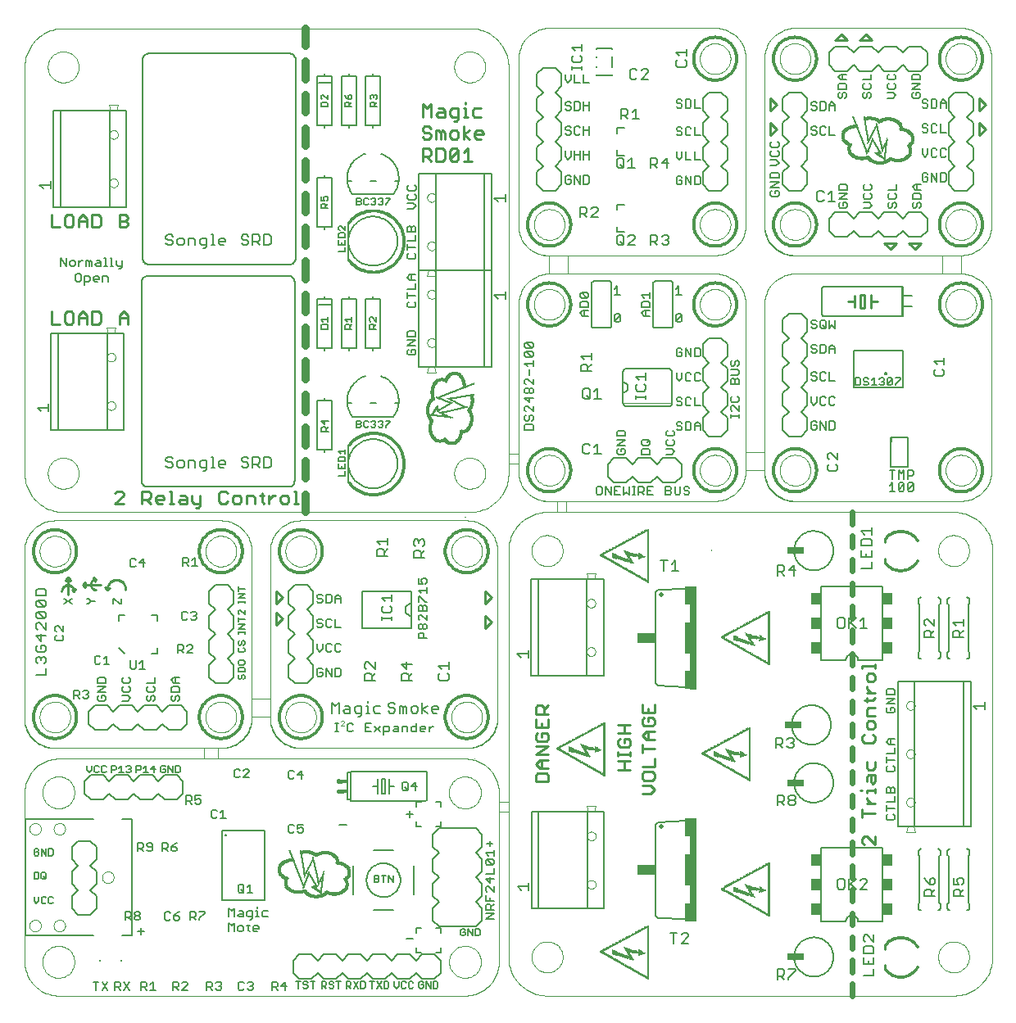
<source format=gto>
G75*
G70*
%OFA0B0*%
%FSLAX24Y24*%
%IPPOS*%
%LPD*%
%AMOC8*
5,1,8,0,0,1.08239X$1,22.5*
%
%ADD10C,0.0000*%
%ADD11C,0.0000*%
%ADD12C,0.0000*%
%ADD13C,0.0050*%
%ADD14C,0.0060*%
%ADD15R,0.0110X0.0005*%
%ADD16R,0.0210X0.0005*%
%ADD17R,0.0280X0.0005*%
%ADD18R,0.0325X0.0005*%
%ADD19R,0.0365X0.0005*%
%ADD20R,0.0410X0.0005*%
%ADD21R,0.0440X0.0005*%
%ADD22R,0.0470X0.0005*%
%ADD23R,0.0505X0.0005*%
%ADD24R,0.0530X0.0005*%
%ADD25R,0.0555X0.0005*%
%ADD26R,0.0580X0.0005*%
%ADD27R,0.0600X0.0005*%
%ADD28R,0.0625X0.0005*%
%ADD29R,0.0645X0.0005*%
%ADD30R,0.0665X0.0005*%
%ADD31R,0.0685X0.0005*%
%ADD32R,0.0705X0.0005*%
%ADD33R,0.0715X0.0005*%
%ADD34R,0.0735X0.0005*%
%ADD35R,0.0755X0.0005*%
%ADD36R,0.0090X0.0005*%
%ADD37R,0.0770X0.0005*%
%ADD38R,0.0190X0.0005*%
%ADD39R,0.0355X0.0005*%
%ADD40R,0.0360X0.0005*%
%ADD41R,0.0260X0.0005*%
%ADD42R,0.0315X0.0005*%
%ADD43R,0.0320X0.0005*%
%ADD44R,0.0295X0.0005*%
%ADD45R,0.0275X0.0005*%
%ADD46R,0.0400X0.0005*%
%ADD47R,0.0265X0.0005*%
%ADD48R,0.0435X0.0005*%
%ADD49R,0.0255X0.0005*%
%ADD50R,0.0465X0.0005*%
%ADD51R,0.0245X0.0005*%
%ADD52R,0.0495X0.0005*%
%ADD53R,0.0235X0.0005*%
%ADD54R,0.0525X0.0005*%
%ADD55R,0.0230X0.0005*%
%ADD56R,0.0240X0.0005*%
%ADD57R,0.0545X0.0005*%
%ADD58R,0.0820X0.0005*%
%ADD59R,0.0220X0.0005*%
%ADD60R,0.0025X0.0005*%
%ADD61R,0.0795X0.0005*%
%ADD62R,0.0215X0.0005*%
%ADD63R,0.0035X0.0005*%
%ADD64R,0.0040X0.0005*%
%ADD65R,0.0800X0.0005*%
%ADD66R,0.0205X0.0005*%
%ADD67R,0.0050X0.0005*%
%ADD68R,0.0805X0.0005*%
%ADD69R,0.0165X0.0005*%
%ADD70R,0.0055X0.0005*%
%ADD71R,0.0200X0.0005*%
%ADD72R,0.0060X0.0005*%
%ADD73R,0.0300X0.0005*%
%ADD74R,0.0195X0.0005*%
%ADD75R,0.0065X0.0005*%
%ADD76R,0.0345X0.0005*%
%ADD77R,0.0070X0.0005*%
%ADD78R,0.0385X0.0005*%
%ADD79R,0.0080X0.0005*%
%ADD80R,0.0425X0.0005*%
%ADD81R,0.0185X0.0005*%
%ADD82R,0.0085X0.0005*%
%ADD83R,0.0635X0.0005*%
%ADD84R,0.0810X0.0005*%
%ADD85R,0.0095X0.0005*%
%ADD86R,0.0335X0.0005*%
%ADD87R,0.0655X0.0005*%
%ADD88R,0.0105X0.0005*%
%ADD89R,0.0290X0.0005*%
%ADD90R,0.0660X0.0005*%
%ADD91R,0.0115X0.0005*%
%ADD92R,0.0285X0.0005*%
%ADD93R,0.0120X0.0005*%
%ADD94R,0.0270X0.0005*%
%ADD95R,0.0675X0.0005*%
%ADD96R,0.0130X0.0005*%
%ADD97R,0.0680X0.0005*%
%ADD98R,0.0135X0.0005*%
%ADD99R,0.0250X0.0005*%
%ADD100R,0.0140X0.0005*%
%ADD101R,0.0180X0.0005*%
%ADD102R,0.0695X0.0005*%
%ADD103R,0.0150X0.0005*%
%ADD104R,0.0160X0.0005*%
%ADD105R,0.0155X0.0005*%
%ADD106R,0.0145X0.0005*%
%ADD107R,0.0700X0.0005*%
%ADD108R,0.0225X0.0005*%
%ADD109R,0.0170X0.0005*%
%ADD110R,0.0100X0.0005*%
%ADD111R,0.0075X0.0005*%
%ADD112R,0.0720X0.0005*%
%ADD113R,0.0725X0.0005*%
%ADD114R,0.0340X0.0005*%
%ADD115R,0.0305X0.0005*%
%ADD116R,0.0175X0.0005*%
%ADD117R,0.0005X0.0005*%
%ADD118R,0.0010X0.0005*%
%ADD119R,0.0015X0.0005*%
%ADD120R,0.0020X0.0005*%
%ADD121R,0.0030X0.0005*%
%ADD122R,0.0125X0.0005*%
%ADD123R,0.0045X0.0005*%
%ADD124R,0.0370X0.0005*%
%ADD125R,0.0375X0.0005*%
%ADD126R,0.0350X0.0005*%
%ADD127R,0.0330X0.0005*%
%ADD128R,0.0485X0.0005*%
%ADD129R,0.0480X0.0005*%
%ADD130R,0.0460X0.0005*%
%ADD131R,0.0445X0.0005*%
%ADD132R,0.0310X0.0005*%
%ADD133R,0.0380X0.0005*%
%ADD134R,0.0415X0.0005*%
%ADD135R,0.0450X0.0005*%
%ADD136R,0.0490X0.0005*%
%ADD137R,0.0965X0.0005*%
%ADD138R,0.0975X0.0005*%
%ADD139R,0.0980X0.0005*%
%ADD140R,0.0990X0.0005*%
%ADD141R,0.1005X0.0005*%
%ADD142R,0.0615X0.0005*%
%ADD143R,0.0640X0.0005*%
%ADD144R,0.0605X0.0005*%
%ADD145R,0.0620X0.0005*%
%ADD146R,0.0590X0.0005*%
%ADD147R,0.0570X0.0005*%
%ADD148R,0.0540X0.0005*%
%ADD149R,0.0515X0.0005*%
%ADD150R,0.0565X0.0005*%
%ADD151R,0.0535X0.0005*%
%ADD152R,0.0395X0.0005*%
%ADD153R,0.0520X0.0005*%
%ADD154R,0.0500X0.0005*%
%ADD155R,0.0430X0.0005*%
%ADD156C,0.0080*%
%ADD157R,0.0079X0.0079*%
%ADD158C,0.0160*%
%ADD159R,0.0230X0.0160*%
%ADD160C,0.0100*%
%ADD161C,0.0080*%
%ADD162C,0.0060*%
%ADD163C,0.0050*%
%ADD164C,0.0000*%
%ADD165C,0.0120*%
%ADD166C,0.0070*%
%ADD167C,0.0000*%
%ADD168C,0.0060*%
%ADD169C,0.0120*%
%ADD170C,0.0080*%
%ADD171C,0.0040*%
%ADD172C,0.0100*%
%ADD173C,0.0050*%
%ADD174C,0.0060*%
%ADD175C,0.0090*%
%ADD176C,0.0080*%
%ADD177C,0.0320*%
%ADD178R,0.0005X0.0110*%
%ADD179R,0.0005X0.0210*%
%ADD180R,0.0005X0.0280*%
%ADD181R,0.0005X0.0325*%
%ADD182R,0.0005X0.0365*%
%ADD183R,0.0005X0.0410*%
%ADD184R,0.0005X0.0440*%
%ADD185R,0.0005X0.0470*%
%ADD186R,0.0005X0.0505*%
%ADD187R,0.0005X0.0530*%
%ADD188R,0.0005X0.0555*%
%ADD189R,0.0005X0.0580*%
%ADD190R,0.0005X0.0600*%
%ADD191R,0.0005X0.0625*%
%ADD192R,0.0005X0.0645*%
%ADD193R,0.0005X0.0665*%
%ADD194R,0.0005X0.0685*%
%ADD195R,0.0005X0.0705*%
%ADD196R,0.0005X0.0715*%
%ADD197R,0.0005X0.0735*%
%ADD198R,0.0005X0.0755*%
%ADD199R,0.0005X0.0090*%
%ADD200R,0.0005X0.0770*%
%ADD201R,0.0005X0.0190*%
%ADD202R,0.0005X0.0355*%
%ADD203R,0.0005X0.0360*%
%ADD204R,0.0005X0.0260*%
%ADD205R,0.0005X0.0315*%
%ADD206R,0.0005X0.0320*%
%ADD207R,0.0005X0.0295*%
%ADD208R,0.0005X0.0275*%
%ADD209R,0.0005X0.0400*%
%ADD210R,0.0005X0.0265*%
%ADD211R,0.0005X0.0435*%
%ADD212R,0.0005X0.0255*%
%ADD213R,0.0005X0.0465*%
%ADD214R,0.0005X0.0245*%
%ADD215R,0.0005X0.0495*%
%ADD216R,0.0005X0.0235*%
%ADD217R,0.0005X0.0525*%
%ADD218R,0.0005X0.0230*%
%ADD219R,0.0005X0.0240*%
%ADD220R,0.0005X0.0545*%
%ADD221R,0.0005X0.0820*%
%ADD222R,0.0005X0.0220*%
%ADD223R,0.0005X0.0025*%
%ADD224R,0.0005X0.0795*%
%ADD225R,0.0005X0.0215*%
%ADD226R,0.0005X0.0035*%
%ADD227R,0.0005X0.0040*%
%ADD228R,0.0005X0.0800*%
%ADD229R,0.0005X0.0205*%
%ADD230R,0.0005X0.0050*%
%ADD231R,0.0005X0.0805*%
%ADD232R,0.0005X0.0165*%
%ADD233R,0.0005X0.0055*%
%ADD234R,0.0005X0.0200*%
%ADD235R,0.0005X0.0060*%
%ADD236R,0.0005X0.0300*%
%ADD237R,0.0005X0.0195*%
%ADD238R,0.0005X0.0065*%
%ADD239R,0.0005X0.0345*%
%ADD240R,0.0005X0.0070*%
%ADD241R,0.0005X0.0385*%
%ADD242R,0.0005X0.0080*%
%ADD243R,0.0005X0.0425*%
%ADD244R,0.0005X0.0185*%
%ADD245R,0.0005X0.0085*%
%ADD246R,0.0005X0.0635*%
%ADD247R,0.0005X0.0810*%
%ADD248R,0.0005X0.0095*%
%ADD249R,0.0005X0.0335*%
%ADD250R,0.0005X0.0655*%
%ADD251R,0.0005X0.0105*%
%ADD252R,0.0005X0.0290*%
%ADD253R,0.0005X0.0660*%
%ADD254R,0.0005X0.0115*%
%ADD255R,0.0005X0.0285*%
%ADD256R,0.0005X0.0120*%
%ADD257R,0.0005X0.0270*%
%ADD258R,0.0005X0.0675*%
%ADD259R,0.0005X0.0130*%
%ADD260R,0.0005X0.0680*%
%ADD261R,0.0005X0.0135*%
%ADD262R,0.0005X0.0250*%
%ADD263R,0.0005X0.0140*%
%ADD264R,0.0005X0.0180*%
%ADD265R,0.0005X0.0695*%
%ADD266R,0.0005X0.0150*%
%ADD267R,0.0005X0.0160*%
%ADD268R,0.0005X0.0155*%
%ADD269R,0.0005X0.0145*%
%ADD270R,0.0005X0.0700*%
%ADD271R,0.0005X0.0225*%
%ADD272R,0.0005X0.0170*%
%ADD273R,0.0005X0.0100*%
%ADD274R,0.0005X0.0075*%
%ADD275R,0.0005X0.0720*%
%ADD276R,0.0005X0.0725*%
%ADD277R,0.0005X0.0340*%
%ADD278R,0.0005X0.0305*%
%ADD279R,0.0005X0.0175*%
%ADD280R,0.0005X0.0005*%
%ADD281R,0.0005X0.0010*%
%ADD282R,0.0005X0.0015*%
%ADD283R,0.0005X0.0020*%
%ADD284R,0.0005X0.0030*%
%ADD285R,0.0005X0.0125*%
%ADD286R,0.0005X0.0045*%
%ADD287R,0.0005X0.0370*%
%ADD288R,0.0005X0.0375*%
%ADD289R,0.0005X0.0350*%
%ADD290R,0.0005X0.0330*%
%ADD291R,0.0005X0.0485*%
%ADD292R,0.0005X0.0480*%
%ADD293R,0.0005X0.0460*%
%ADD294R,0.0005X0.0445*%
%ADD295R,0.0005X0.0310*%
%ADD296R,0.0005X0.0380*%
%ADD297R,0.0005X0.0415*%
%ADD298R,0.0005X0.0450*%
%ADD299R,0.0005X0.0490*%
%ADD300R,0.0005X0.0965*%
%ADD301R,0.0005X0.0975*%
%ADD302R,0.0005X0.0980*%
%ADD303R,0.0005X0.0990*%
%ADD304R,0.0005X0.1005*%
%ADD305R,0.0005X0.0615*%
%ADD306R,0.0005X0.0640*%
%ADD307R,0.0005X0.0605*%
%ADD308R,0.0005X0.0620*%
%ADD309R,0.0005X0.0590*%
%ADD310R,0.0005X0.0570*%
%ADD311R,0.0005X0.0540*%
%ADD312R,0.0005X0.0515*%
%ADD313R,0.0005X0.0565*%
%ADD314R,0.0005X0.0535*%
%ADD315R,0.0005X0.0395*%
%ADD316R,0.0005X0.0520*%
%ADD317R,0.0005X0.0500*%
%ADD318R,0.0005X0.0430*%
%ADD319C,0.0050*%
%ADD320C,0.0010*%
%ADD321C,0.0030*%
%ADD322C,0.0000*%
%ADD323C,0.0060*%
%ADD324C,0.0090*%
%ADD325C,0.0240*%
%ADD326R,0.0010X0.2190*%
%ADD327R,0.0010X0.2210*%
%ADD328R,0.0010X0.2200*%
%ADD329R,0.0010X0.2170*%
%ADD330R,0.0010X0.0090*%
%ADD331R,0.0010X0.0100*%
%ADD332R,0.0010X0.0010*%
%ADD333R,0.0010X0.0020*%
%ADD334R,0.0010X0.0030*%
%ADD335R,0.0010X0.0040*%
%ADD336R,0.0010X0.0050*%
%ADD337R,0.0010X0.0060*%
%ADD338R,0.0010X0.0070*%
%ADD339R,0.0010X0.0110*%
%ADD340R,0.0010X0.0130*%
%ADD341R,0.0010X0.0140*%
%ADD342R,0.0010X0.0160*%
%ADD343R,0.0010X0.0170*%
%ADD344R,0.0010X0.0180*%
%ADD345R,0.0010X0.0200*%
%ADD346R,0.0010X0.0210*%
%ADD347R,0.0010X0.0220*%
%ADD348R,0.0010X0.0240*%
%ADD349R,0.0010X0.0080*%
%ADD350R,0.0010X0.0120*%
%ADD351R,0.0010X0.0150*%
%ADD352R,0.0010X0.0230*%
%ADD353R,0.0010X0.0310*%
%ADD354R,0.0010X0.0300*%
%ADD355R,0.0010X0.0290*%
%ADD356R,0.0010X0.0270*%
%ADD357R,0.0010X0.0260*%
%ADD358R,0.0010X0.0250*%
%ADD359R,0.0010X0.0190*%
%ADD360C,0.0000*%
%ADD361C,0.0030*%
%ADD362C,0.0050*%
%ADD363R,0.0400X0.0500*%
%ADD364C,0.0080*%
%ADD365C,0.0010*%
%ADD366C,0.0100*%
%ADD367R,0.0660X0.0300*%
%ADD368C,0.0200*%
%ADD369R,0.0300X0.4200*%
%ADD370R,0.0200X0.0750*%
%ADD371R,0.0750X0.0400*%
%ADD372R,0.0200X0.1300*%
%ADD373C,0.0000*%
%ADD374C,0.0060*%
%ADD375C,0.0120*%
%ADD376C,0.0080*%
%ADD377C,0.0020*%
%ADD378C,0.0000*%
%ADD379C,0.0060*%
%ADD380C,0.0120*%
%ADD381C,0.0100*%
%ADD382R,0.0110X0.0005*%
%ADD383R,0.0210X0.0005*%
%ADD384R,0.0280X0.0005*%
%ADD385R,0.0325X0.0005*%
%ADD386R,0.0365X0.0005*%
%ADD387R,0.0410X0.0005*%
%ADD388R,0.0440X0.0005*%
%ADD389R,0.0470X0.0005*%
%ADD390R,0.0505X0.0005*%
%ADD391R,0.0530X0.0005*%
%ADD392R,0.0555X0.0005*%
%ADD393R,0.0580X0.0005*%
%ADD394R,0.0600X0.0005*%
%ADD395R,0.0625X0.0005*%
%ADD396R,0.0645X0.0005*%
%ADD397R,0.0665X0.0005*%
%ADD398R,0.0685X0.0005*%
%ADD399R,0.0705X0.0005*%
%ADD400R,0.0715X0.0005*%
%ADD401R,0.0735X0.0005*%
%ADD402R,0.0755X0.0005*%
%ADD403R,0.0090X0.0005*%
%ADD404R,0.0770X0.0005*%
%ADD405R,0.0190X0.0005*%
%ADD406R,0.0355X0.0005*%
%ADD407R,0.0360X0.0005*%
%ADD408R,0.0260X0.0005*%
%ADD409R,0.0315X0.0005*%
%ADD410R,0.0320X0.0005*%
%ADD411R,0.0295X0.0005*%
%ADD412R,0.0275X0.0005*%
%ADD413R,0.0400X0.0005*%
%ADD414R,0.0265X0.0005*%
%ADD415R,0.0435X0.0005*%
%ADD416R,0.0255X0.0005*%
%ADD417R,0.0465X0.0005*%
%ADD418R,0.0245X0.0005*%
%ADD419R,0.0495X0.0005*%
%ADD420R,0.0235X0.0005*%
%ADD421R,0.0525X0.0005*%
%ADD422R,0.0230X0.0005*%
%ADD423R,0.0240X0.0005*%
%ADD424R,0.0545X0.0005*%
%ADD425R,0.0820X0.0005*%
%ADD426R,0.0220X0.0005*%
%ADD427R,0.0025X0.0005*%
%ADD428R,0.0795X0.0005*%
%ADD429R,0.0215X0.0005*%
%ADD430R,0.0035X0.0005*%
%ADD431R,0.0040X0.0005*%
%ADD432R,0.0800X0.0005*%
%ADD433R,0.0205X0.0005*%
%ADD434R,0.0050X0.0005*%
%ADD435R,0.0805X0.0005*%
%ADD436R,0.0165X0.0005*%
%ADD437R,0.0055X0.0005*%
%ADD438R,0.0200X0.0005*%
%ADD439R,0.0060X0.0005*%
%ADD440R,0.0300X0.0005*%
%ADD441R,0.0195X0.0005*%
%ADD442R,0.0065X0.0005*%
%ADD443R,0.0345X0.0005*%
%ADD444R,0.0070X0.0005*%
%ADD445R,0.0385X0.0005*%
%ADD446R,0.0080X0.0005*%
%ADD447R,0.0425X0.0005*%
%ADD448R,0.0185X0.0005*%
%ADD449R,0.0085X0.0005*%
%ADD450R,0.0635X0.0005*%
%ADD451R,0.0810X0.0005*%
%ADD452R,0.0095X0.0005*%
%ADD453R,0.0335X0.0005*%
%ADD454R,0.0655X0.0005*%
%ADD455R,0.0105X0.0005*%
%ADD456R,0.0290X0.0005*%
%ADD457R,0.0660X0.0005*%
%ADD458R,0.0115X0.0005*%
%ADD459R,0.0285X0.0005*%
%ADD460R,0.0120X0.0005*%
%ADD461R,0.0270X0.0005*%
%ADD462R,0.0675X0.0005*%
%ADD463R,0.0130X0.0005*%
%ADD464R,0.0680X0.0005*%
%ADD465R,0.0135X0.0005*%
%ADD466R,0.0250X0.0005*%
%ADD467R,0.0140X0.0005*%
%ADD468R,0.0180X0.0005*%
%ADD469R,0.0695X0.0005*%
%ADD470R,0.0150X0.0005*%
%ADD471R,0.0160X0.0005*%
%ADD472R,0.0155X0.0005*%
%ADD473R,0.0145X0.0005*%
%ADD474R,0.0700X0.0005*%
%ADD475R,0.0225X0.0005*%
%ADD476R,0.0170X0.0005*%
%ADD477R,0.0100X0.0005*%
%ADD478R,0.0075X0.0005*%
%ADD479R,0.0720X0.0005*%
%ADD480R,0.0725X0.0005*%
%ADD481R,0.0340X0.0005*%
%ADD482R,0.0305X0.0005*%
%ADD483R,0.0175X0.0005*%
%ADD484R,0.0005X0.0005*%
%ADD485R,0.0010X0.0005*%
%ADD486R,0.0015X0.0005*%
%ADD487R,0.0020X0.0005*%
%ADD488R,0.0030X0.0005*%
%ADD489R,0.0125X0.0005*%
%ADD490R,0.0045X0.0005*%
%ADD491R,0.0370X0.0005*%
%ADD492R,0.0375X0.0005*%
%ADD493R,0.0350X0.0005*%
%ADD494R,0.0330X0.0005*%
%ADD495R,0.0485X0.0005*%
%ADD496R,0.0480X0.0005*%
%ADD497R,0.0460X0.0005*%
%ADD498R,0.0445X0.0005*%
%ADD499R,0.0310X0.0005*%
%ADD500R,0.0380X0.0005*%
%ADD501R,0.0415X0.0005*%
%ADD502R,0.0450X0.0005*%
%ADD503R,0.0490X0.0005*%
%ADD504R,0.0965X0.0005*%
%ADD505R,0.0975X0.0005*%
%ADD506R,0.0980X0.0005*%
%ADD507R,0.0990X0.0005*%
%ADD508R,0.1005X0.0005*%
%ADD509R,0.0615X0.0005*%
%ADD510R,0.0640X0.0005*%
%ADD511R,0.0605X0.0005*%
%ADD512R,0.0620X0.0005*%
%ADD513R,0.0590X0.0005*%
%ADD514R,0.0570X0.0005*%
%ADD515R,0.0540X0.0005*%
%ADD516R,0.0515X0.0005*%
%ADD517R,0.0565X0.0005*%
%ADD518R,0.0535X0.0005*%
%ADD519R,0.0395X0.0005*%
%ADD520R,0.0520X0.0005*%
%ADD521R,0.0500X0.0005*%
%ADD522R,0.0430X0.0005*%
%ADD523C,0.0080*%
%ADD524C,0.0000*%
%ADD525C,0.0060*%
%ADD526C,0.0120*%
%ADD527C,0.0080*%
%ADD528C,0.0000*%
%ADD529C,0.0060*%
%ADD530C,0.0120*%
%ADD531C,0.0080*%
%ADD532C,0.0050*%
%ADD533R,0.0100X0.0200*%
%ADD534C,0.0100*%
%ADD535C,0.0025*%
D10*
X000114Y001475D02*
X000114Y001517D01*
X000114Y008368D01*
X000114Y008371D01*
X000114Y008368D02*
X000116Y008440D01*
X000122Y008512D01*
X000131Y008584D01*
X000144Y008655D01*
X000161Y008725D01*
X000181Y008794D01*
X000206Y008862D01*
X000233Y008928D01*
X000264Y008994D01*
X000299Y009057D01*
X000336Y009119D01*
X000377Y009178D01*
X000421Y009235D01*
X000468Y009290D01*
X000518Y009342D01*
X000570Y009392D01*
X000625Y009439D01*
X000682Y009483D01*
X000741Y009524D01*
X000803Y009561D01*
X000866Y009596D01*
X000932Y009627D01*
X000998Y009654D01*
X001066Y009679D01*
X001135Y009699D01*
X001205Y009716D01*
X001276Y009729D01*
X001348Y009738D01*
X001420Y009744D01*
X001492Y009746D01*
X007397Y009746D01*
X007397Y010189D01*
X001350Y010189D01*
X001489Y009746D02*
X001492Y009746D01*
X001350Y010189D02*
X001282Y010191D01*
X001215Y010196D01*
X001148Y010205D01*
X001081Y010218D01*
X001016Y010235D01*
X000951Y010254D01*
X000887Y010278D01*
X000825Y010305D01*
X000764Y010335D01*
X000706Y010368D01*
X000649Y010404D01*
X000594Y010444D01*
X000541Y010486D01*
X000490Y010532D01*
X000443Y010579D01*
X000397Y010630D01*
X000355Y010683D01*
X000315Y010738D01*
X000279Y010795D01*
X000246Y010853D01*
X000216Y010914D01*
X000189Y010976D01*
X000165Y011040D01*
X000146Y011105D01*
X000129Y011170D01*
X000116Y011237D01*
X000107Y011304D01*
X000102Y011371D01*
X000100Y011439D01*
X000100Y018189D01*
X000102Y018257D01*
X000107Y018324D01*
X000116Y018391D01*
X000129Y018458D01*
X000146Y018523D01*
X000165Y018588D01*
X000189Y018652D01*
X000216Y018714D01*
X000246Y018775D01*
X000279Y018833D01*
X000315Y018890D01*
X000355Y018945D01*
X000397Y018998D01*
X000443Y019049D01*
X000490Y019096D01*
X000541Y019142D01*
X000594Y019184D01*
X000649Y019224D01*
X000706Y019260D01*
X000764Y019293D01*
X000825Y019323D01*
X000887Y019350D01*
X000951Y019374D01*
X001016Y019393D01*
X001081Y019410D01*
X001148Y019423D01*
X001215Y019432D01*
X001282Y019437D01*
X001350Y019439D01*
X008100Y019439D01*
X008168Y019437D01*
X008235Y019432D01*
X008302Y019423D01*
X008369Y019410D01*
X008434Y019393D01*
X008499Y019374D01*
X008563Y019350D01*
X008625Y019323D01*
X008686Y019293D01*
X008744Y019260D01*
X008801Y019224D01*
X008856Y019184D01*
X008909Y019142D01*
X008960Y019096D01*
X009007Y019049D01*
X009053Y018998D01*
X009095Y018945D01*
X009135Y018890D01*
X009171Y018833D01*
X009204Y018775D01*
X009234Y018714D01*
X009261Y018652D01*
X009285Y018588D01*
X009304Y018523D01*
X009321Y018458D01*
X009334Y018391D01*
X009343Y018324D01*
X009348Y018257D01*
X009350Y018189D01*
X009350Y012189D01*
X010100Y012189D01*
X010100Y018189D01*
X010102Y018257D01*
X010107Y018324D01*
X010116Y018391D01*
X010129Y018458D01*
X010146Y018523D01*
X010165Y018588D01*
X010189Y018652D01*
X010216Y018714D01*
X010246Y018775D01*
X010279Y018833D01*
X010315Y018890D01*
X010355Y018945D01*
X010397Y018998D01*
X010443Y019049D01*
X010490Y019096D01*
X010541Y019142D01*
X010594Y019184D01*
X010649Y019224D01*
X010706Y019260D01*
X010764Y019293D01*
X010825Y019323D01*
X010887Y019350D01*
X010951Y019374D01*
X011016Y019393D01*
X011081Y019410D01*
X011148Y019423D01*
X011215Y019432D01*
X011282Y019437D01*
X011350Y019439D01*
X018137Y019439D01*
X018030Y019588D02*
X018027Y019588D01*
X018224Y019785D02*
X001689Y019785D01*
X001612Y019787D01*
X001535Y019793D01*
X001458Y019802D01*
X001382Y019815D01*
X001306Y019832D01*
X001232Y019853D01*
X001158Y019877D01*
X001086Y019905D01*
X001016Y019936D01*
X000947Y019971D01*
X000879Y020009D01*
X000814Y020050D01*
X000751Y020095D01*
X000690Y020143D01*
X000631Y020193D01*
X000575Y020246D01*
X000522Y020302D01*
X000472Y020361D01*
X000424Y020422D01*
X000379Y020485D01*
X000338Y020550D01*
X000300Y020618D01*
X000265Y020687D01*
X000234Y020757D01*
X000206Y020829D01*
X000182Y020903D01*
X000161Y020977D01*
X000144Y021053D01*
X000131Y021129D01*
X000122Y021206D01*
X000116Y021283D01*
X000114Y021360D01*
X000114Y037895D01*
X000116Y037972D01*
X000122Y038049D01*
X000131Y038126D01*
X000144Y038202D01*
X000161Y038278D01*
X000182Y038352D01*
X000206Y038426D01*
X000234Y038498D01*
X000265Y038568D01*
X000300Y038637D01*
X000338Y038705D01*
X000379Y038770D01*
X000424Y038833D01*
X000472Y038894D01*
X000522Y038953D01*
X000575Y039009D01*
X000631Y039062D01*
X000690Y039112D01*
X000751Y039160D01*
X000814Y039205D01*
X000879Y039246D01*
X000947Y039284D01*
X001016Y039319D01*
X001086Y039350D01*
X001158Y039378D01*
X001232Y039402D01*
X001306Y039423D01*
X001382Y039440D01*
X001458Y039453D01*
X001535Y039462D01*
X001612Y039468D01*
X001689Y039470D01*
X018224Y039470D01*
X018301Y039468D01*
X018378Y039462D01*
X018455Y039453D01*
X018531Y039440D01*
X018607Y039423D01*
X018681Y039402D01*
X018755Y039378D01*
X018827Y039350D01*
X018897Y039319D01*
X018966Y039284D01*
X019034Y039246D01*
X019099Y039205D01*
X019162Y039160D01*
X019223Y039112D01*
X019282Y039062D01*
X019338Y039009D01*
X019391Y038953D01*
X019441Y038894D01*
X019489Y038833D01*
X019534Y038770D01*
X019575Y038705D01*
X019613Y038637D01*
X019648Y038568D01*
X019679Y038498D01*
X019707Y038426D01*
X019731Y038352D01*
X019752Y038278D01*
X019769Y038202D01*
X019782Y038126D01*
X019791Y038049D01*
X019797Y037972D01*
X019799Y037895D01*
X019799Y022147D01*
X020208Y022147D01*
X020208Y028232D01*
X020210Y028300D01*
X020215Y028367D01*
X020224Y028434D01*
X020237Y028501D01*
X020254Y028566D01*
X020273Y028631D01*
X020297Y028695D01*
X020324Y028757D01*
X020354Y028818D01*
X020387Y028876D01*
X020423Y028933D01*
X020463Y028988D01*
X020505Y029041D01*
X020551Y029092D01*
X020598Y029139D01*
X020649Y029185D01*
X020702Y029227D01*
X020757Y029267D01*
X020814Y029303D01*
X020872Y029336D01*
X020933Y029366D01*
X020995Y029393D01*
X021059Y029417D01*
X021124Y029436D01*
X021189Y029453D01*
X021256Y029466D01*
X021323Y029475D01*
X021390Y029480D01*
X021458Y029482D01*
X021458Y030232D01*
X022208Y030232D02*
X022208Y029482D01*
X028208Y029482D01*
X028208Y030232D02*
X022208Y030232D01*
X021458Y030232D02*
X021392Y030230D01*
X021326Y030232D01*
X021260Y030238D01*
X021194Y030247D01*
X021129Y030260D01*
X021064Y030277D01*
X021001Y030297D01*
X020939Y030321D01*
X020879Y030348D01*
X020820Y030379D01*
X020762Y030413D01*
X020707Y030450D01*
X020654Y030490D01*
X020604Y030533D01*
X020555Y030578D01*
X020510Y030627D01*
X020467Y030677D01*
X020427Y030730D01*
X020390Y030785D01*
X020356Y030843D01*
X020325Y030902D01*
X020298Y030962D01*
X020274Y031024D01*
X020254Y031087D01*
X020237Y031152D01*
X020224Y031217D01*
X020215Y031283D01*
X020209Y031349D01*
X020207Y031415D01*
X020209Y031481D01*
X020208Y031482D02*
X020208Y038232D01*
X020210Y038300D01*
X020215Y038367D01*
X020224Y038434D01*
X020237Y038501D01*
X020254Y038566D01*
X020273Y038631D01*
X020297Y038695D01*
X020324Y038757D01*
X020354Y038818D01*
X020387Y038876D01*
X020423Y038933D01*
X020463Y038988D01*
X020505Y039041D01*
X020551Y039092D01*
X020598Y039139D01*
X020649Y039185D01*
X020702Y039227D01*
X020757Y039267D01*
X020814Y039303D01*
X020872Y039336D01*
X020933Y039366D01*
X020995Y039393D01*
X021059Y039417D01*
X021124Y039436D01*
X021189Y039453D01*
X021256Y039466D01*
X021323Y039475D01*
X021390Y039480D01*
X021458Y039482D01*
X028208Y039482D01*
X028276Y039480D01*
X028343Y039475D01*
X028410Y039466D01*
X028477Y039453D01*
X028542Y039436D01*
X028607Y039417D01*
X028671Y039393D01*
X028733Y039366D01*
X028794Y039336D01*
X028852Y039303D01*
X028909Y039267D01*
X028964Y039227D01*
X029017Y039185D01*
X029068Y039139D01*
X029115Y039092D01*
X029161Y039041D01*
X029203Y038988D01*
X029243Y038933D01*
X029279Y038876D01*
X029312Y038818D01*
X029342Y038757D01*
X029369Y038695D01*
X029393Y038631D01*
X029412Y038566D01*
X029429Y038501D01*
X029442Y038434D01*
X029451Y038367D01*
X029456Y038300D01*
X029458Y038232D01*
X029458Y031482D01*
X030208Y031482D02*
X030208Y038232D01*
X030210Y038300D01*
X030215Y038367D01*
X030224Y038434D01*
X030237Y038501D01*
X030254Y038566D01*
X030273Y038631D01*
X030297Y038695D01*
X030324Y038757D01*
X030354Y038818D01*
X030387Y038876D01*
X030423Y038933D01*
X030463Y038988D01*
X030505Y039041D01*
X030551Y039092D01*
X030598Y039139D01*
X030649Y039185D01*
X030702Y039227D01*
X030757Y039267D01*
X030814Y039303D01*
X030872Y039336D01*
X030933Y039366D01*
X030995Y039393D01*
X031059Y039417D01*
X031124Y039436D01*
X031189Y039453D01*
X031256Y039466D01*
X031323Y039475D01*
X031390Y039480D01*
X031458Y039482D01*
X038208Y039482D01*
X038276Y039480D01*
X038343Y039475D01*
X038410Y039466D01*
X038477Y039453D01*
X038542Y039436D01*
X038607Y039417D01*
X038671Y039393D01*
X038733Y039366D01*
X038794Y039336D01*
X038852Y039303D01*
X038909Y039267D01*
X038964Y039227D01*
X039017Y039185D01*
X039068Y039139D01*
X039115Y039092D01*
X039161Y039041D01*
X039203Y038988D01*
X039243Y038933D01*
X039279Y038876D01*
X039312Y038818D01*
X039342Y038757D01*
X039369Y038695D01*
X039393Y038631D01*
X039412Y038566D01*
X039429Y038501D01*
X039442Y038434D01*
X039451Y038367D01*
X039456Y038300D01*
X039458Y038232D01*
X039458Y031482D01*
X039456Y031414D01*
X039451Y031347D01*
X039442Y031280D01*
X039429Y031213D01*
X039412Y031148D01*
X039393Y031083D01*
X039369Y031019D01*
X039342Y030957D01*
X039312Y030896D01*
X039279Y030838D01*
X039243Y030781D01*
X039203Y030726D01*
X039161Y030673D01*
X039115Y030622D01*
X039068Y030575D01*
X039017Y030529D01*
X038964Y030487D01*
X038909Y030447D01*
X038852Y030411D01*
X038794Y030378D01*
X038733Y030348D01*
X038671Y030321D01*
X038607Y030297D01*
X038542Y030278D01*
X038477Y030261D01*
X038410Y030248D01*
X038343Y030239D01*
X038276Y030234D01*
X038208Y030232D01*
X038208Y029482D01*
X037458Y029482D02*
X037458Y030232D01*
X031458Y030232D01*
X031458Y029482D02*
X037458Y029482D01*
X038208Y029482D02*
X038276Y029480D01*
X038343Y029475D01*
X038410Y029466D01*
X038477Y029453D01*
X038542Y029436D01*
X038607Y029417D01*
X038671Y029393D01*
X038733Y029366D01*
X038794Y029336D01*
X038852Y029303D01*
X038909Y029267D01*
X038964Y029227D01*
X039017Y029185D01*
X039068Y029139D01*
X039115Y029092D01*
X039161Y029041D01*
X039203Y028988D01*
X039243Y028933D01*
X039279Y028876D01*
X039312Y028818D01*
X039342Y028757D01*
X039369Y028695D01*
X039393Y028631D01*
X039412Y028566D01*
X039429Y028501D01*
X039442Y028434D01*
X039451Y028367D01*
X039456Y028300D01*
X039458Y028232D01*
X039458Y021482D01*
X039456Y021414D01*
X039451Y021347D01*
X039442Y021280D01*
X039429Y021213D01*
X039412Y021148D01*
X039393Y021083D01*
X039369Y021019D01*
X039342Y020957D01*
X039312Y020896D01*
X039279Y020838D01*
X039243Y020781D01*
X039203Y020726D01*
X039161Y020673D01*
X039115Y020622D01*
X039068Y020575D01*
X039017Y020529D01*
X038964Y020487D01*
X038909Y020447D01*
X038852Y020411D01*
X038794Y020378D01*
X038733Y020348D01*
X038671Y020321D01*
X038607Y020297D01*
X038542Y020278D01*
X038477Y020261D01*
X038410Y020248D01*
X038343Y020239D01*
X038276Y020234D01*
X038208Y020232D01*
X031458Y020232D01*
X031392Y020230D01*
X031326Y020232D01*
X031260Y020238D01*
X031194Y020247D01*
X031129Y020260D01*
X031064Y020277D01*
X031001Y020297D01*
X030939Y020321D01*
X030879Y020348D01*
X030820Y020379D01*
X030762Y020413D01*
X030707Y020450D01*
X030654Y020490D01*
X030604Y020533D01*
X030555Y020578D01*
X030510Y020627D01*
X030467Y020677D01*
X030427Y020730D01*
X030390Y020785D01*
X030356Y020843D01*
X030325Y020902D01*
X030298Y020962D01*
X030274Y021024D01*
X030254Y021087D01*
X030237Y021152D01*
X030224Y021217D01*
X030215Y021283D01*
X030209Y021349D01*
X030207Y021415D01*
X030209Y021481D01*
X030208Y021482D02*
X029458Y021482D01*
X029458Y022232D02*
X029458Y028232D01*
X030208Y028232D02*
X030208Y022232D01*
X029458Y022232D01*
X029458Y021482D02*
X029456Y021414D01*
X029451Y021347D01*
X029442Y021280D01*
X029429Y021213D01*
X029412Y021148D01*
X029393Y021083D01*
X029369Y021019D01*
X029342Y020957D01*
X029312Y020896D01*
X029279Y020838D01*
X029243Y020781D01*
X029203Y020726D01*
X029161Y020673D01*
X029115Y020622D01*
X029068Y020575D01*
X029017Y020529D01*
X028964Y020487D01*
X028909Y020447D01*
X028852Y020411D01*
X028794Y020378D01*
X028733Y020348D01*
X028671Y020321D01*
X028607Y020297D01*
X028542Y020278D01*
X028477Y020261D01*
X028410Y020248D01*
X028343Y020239D01*
X028276Y020234D01*
X028208Y020232D01*
X022161Y020232D01*
X022161Y019785D01*
X037909Y019785D01*
X037986Y019783D01*
X038063Y019777D01*
X038140Y019768D01*
X038216Y019755D01*
X038292Y019738D01*
X038366Y019717D01*
X038440Y019693D01*
X038512Y019665D01*
X038582Y019634D01*
X038651Y019599D01*
X038719Y019561D01*
X038784Y019520D01*
X038847Y019475D01*
X038908Y019427D01*
X038967Y019377D01*
X039023Y019324D01*
X039076Y019268D01*
X039126Y019209D01*
X039174Y019148D01*
X039219Y019085D01*
X039260Y019020D01*
X039298Y018952D01*
X039333Y018883D01*
X039364Y018813D01*
X039392Y018741D01*
X039416Y018667D01*
X039437Y018593D01*
X039454Y018517D01*
X039467Y018441D01*
X039476Y018364D01*
X039482Y018287D01*
X039484Y018210D01*
X039484Y001675D01*
X039482Y001598D01*
X039476Y001521D01*
X039467Y001444D01*
X039454Y001368D01*
X039437Y001292D01*
X039416Y001218D01*
X039392Y001144D01*
X039364Y001072D01*
X039333Y001002D01*
X039298Y000933D01*
X039260Y000865D01*
X039219Y000800D01*
X039174Y000737D01*
X039126Y000676D01*
X039076Y000617D01*
X039023Y000561D01*
X038967Y000508D01*
X038908Y000458D01*
X038847Y000410D01*
X038784Y000365D01*
X038719Y000324D01*
X038651Y000286D01*
X038582Y000251D01*
X038512Y000220D01*
X038440Y000192D01*
X038366Y000168D01*
X038292Y000147D01*
X038216Y000130D01*
X038140Y000117D01*
X038063Y000108D01*
X037986Y000102D01*
X037909Y000100D01*
X021374Y000100D01*
X021297Y000102D01*
X021220Y000108D01*
X021143Y000117D01*
X021067Y000130D01*
X020991Y000147D01*
X020917Y000168D01*
X020843Y000192D01*
X020771Y000220D01*
X020701Y000251D01*
X020632Y000286D01*
X020564Y000324D01*
X020499Y000365D01*
X020436Y000410D01*
X020375Y000458D01*
X020316Y000508D01*
X020260Y000561D01*
X020207Y000617D01*
X020157Y000676D01*
X020109Y000737D01*
X020064Y000800D01*
X020023Y000865D01*
X019985Y000933D01*
X019950Y001002D01*
X019919Y001072D01*
X019891Y001144D01*
X019867Y001218D01*
X019846Y001292D01*
X019829Y001368D01*
X019816Y001444D01*
X019807Y001521D01*
X019801Y001598D01*
X019799Y001675D01*
X019799Y007580D01*
X019405Y007580D01*
X019405Y001478D01*
X019403Y001406D01*
X019397Y001334D01*
X019388Y001262D01*
X019375Y001191D01*
X019358Y001121D01*
X019338Y001052D01*
X019313Y000984D01*
X019286Y000918D01*
X019255Y000852D01*
X019220Y000789D01*
X019183Y000727D01*
X019142Y000668D01*
X019098Y000611D01*
X019051Y000556D01*
X019001Y000504D01*
X018949Y000454D01*
X018894Y000407D01*
X018837Y000363D01*
X018778Y000322D01*
X018716Y000285D01*
X018653Y000250D01*
X018587Y000219D01*
X018521Y000192D01*
X018453Y000167D01*
X018384Y000147D01*
X018314Y000130D01*
X018243Y000117D01*
X018171Y000108D01*
X018099Y000102D01*
X018027Y000100D01*
X018030Y000100D01*
X018027Y000100D02*
X001492Y000100D01*
X001489Y000100D01*
X001491Y000100D02*
X001418Y000103D01*
X001345Y000110D01*
X001273Y000120D01*
X001201Y000135D01*
X001130Y000153D01*
X001060Y000175D01*
X000992Y000200D01*
X000924Y000229D01*
X000859Y000261D01*
X000795Y000297D01*
X000733Y000336D01*
X000673Y000379D01*
X000616Y000424D01*
X000561Y000472D01*
X000509Y000523D01*
X000459Y000577D01*
X000412Y000634D01*
X000369Y000692D01*
X000328Y000753D01*
X000291Y000816D01*
X000257Y000881D01*
X000226Y000947D01*
X000199Y001015D01*
X000175Y001085D01*
X000156Y001155D01*
X000140Y001227D01*
X000127Y001299D01*
X000119Y001371D01*
X000114Y001445D01*
X000113Y001518D01*
X007988Y009746D02*
X018027Y009746D01*
X018421Y009746D02*
X018424Y009746D01*
X018100Y010189D02*
X011350Y010189D01*
X011282Y010191D01*
X011215Y010196D01*
X011148Y010205D01*
X011081Y010218D01*
X011016Y010235D01*
X010951Y010254D01*
X010887Y010278D01*
X010825Y010305D01*
X010764Y010335D01*
X010706Y010368D01*
X010649Y010404D01*
X010594Y010444D01*
X010541Y010486D01*
X010490Y010532D01*
X010443Y010579D01*
X010397Y010630D01*
X010355Y010683D01*
X010315Y010738D01*
X010279Y010795D01*
X010246Y010853D01*
X010216Y010914D01*
X010189Y010976D01*
X010165Y011040D01*
X010146Y011105D01*
X010129Y011170D01*
X010116Y011237D01*
X010107Y011304D01*
X010102Y011371D01*
X010100Y011439D01*
X009350Y011439D01*
X009349Y011438D02*
X009351Y011372D01*
X009349Y011306D01*
X009343Y011240D01*
X009334Y011174D01*
X009321Y011109D01*
X009304Y011044D01*
X009284Y010981D01*
X009260Y010919D01*
X009233Y010859D01*
X009202Y010800D01*
X009168Y010742D01*
X009131Y010687D01*
X009091Y010634D01*
X009048Y010584D01*
X009003Y010535D01*
X008954Y010490D01*
X008904Y010447D01*
X008851Y010407D01*
X008796Y010370D01*
X008738Y010336D01*
X008679Y010305D01*
X008619Y010278D01*
X008557Y010254D01*
X008494Y010234D01*
X008429Y010217D01*
X008364Y010204D01*
X008298Y010195D01*
X008232Y010189D01*
X008166Y010187D01*
X008100Y010189D01*
X007988Y010189D01*
X007988Y009746D01*
X018027Y009746D02*
X018099Y009744D01*
X018171Y009738D01*
X018243Y009729D01*
X018314Y009716D01*
X018384Y009699D01*
X018453Y009679D01*
X018521Y009654D01*
X018587Y009627D01*
X018653Y009596D01*
X018716Y009561D01*
X018778Y009524D01*
X018837Y009483D01*
X018894Y009439D01*
X018949Y009392D01*
X019001Y009342D01*
X019051Y009290D01*
X019098Y009235D01*
X019142Y009178D01*
X019183Y009119D01*
X019220Y009057D01*
X019255Y008994D01*
X019286Y008928D01*
X019313Y008862D01*
X019338Y008794D01*
X019358Y008725D01*
X019375Y008655D01*
X019388Y008584D01*
X019397Y008512D01*
X019403Y008440D01*
X019405Y008368D01*
X019405Y007974D01*
X019799Y007974D01*
X019799Y018210D01*
X019350Y018189D02*
X019350Y011439D01*
X019349Y011438D02*
X019351Y011372D01*
X019349Y011306D01*
X019343Y011240D01*
X019334Y011174D01*
X019321Y011109D01*
X019304Y011044D01*
X019284Y010981D01*
X019260Y010919D01*
X019233Y010859D01*
X019202Y010800D01*
X019168Y010742D01*
X019131Y010687D01*
X019091Y010634D01*
X019048Y010584D01*
X019003Y010535D01*
X018954Y010490D01*
X018904Y010447D01*
X018851Y010407D01*
X018796Y010370D01*
X018738Y010336D01*
X018679Y010305D01*
X018619Y010278D01*
X018557Y010254D01*
X018494Y010234D01*
X018429Y010217D01*
X018364Y010204D01*
X018298Y010195D01*
X018232Y010189D01*
X018166Y010187D01*
X018100Y010189D01*
X019350Y018189D02*
X019348Y018257D01*
X019343Y018324D01*
X019334Y018391D01*
X019321Y018458D01*
X019304Y018523D01*
X019285Y018588D01*
X019261Y018652D01*
X019234Y018714D01*
X019204Y018775D01*
X019171Y018833D01*
X019135Y018890D01*
X019095Y018945D01*
X019053Y018998D01*
X019007Y019049D01*
X018960Y019096D01*
X018909Y019142D01*
X018856Y019184D01*
X018801Y019224D01*
X018744Y019260D01*
X018686Y019293D01*
X018625Y019323D01*
X018563Y019350D01*
X018499Y019374D01*
X018434Y019393D01*
X018369Y019410D01*
X018302Y019423D01*
X018235Y019432D01*
X018168Y019437D01*
X018100Y019439D01*
X018224Y019785D02*
X018301Y019787D01*
X018378Y019793D01*
X018455Y019802D01*
X018531Y019815D01*
X018607Y019832D01*
X018681Y019853D01*
X018755Y019877D01*
X018827Y019905D01*
X018897Y019936D01*
X018966Y019971D01*
X019034Y020009D01*
X019099Y020050D01*
X019162Y020095D01*
X019223Y020143D01*
X019282Y020193D01*
X019338Y020246D01*
X019391Y020302D01*
X019441Y020361D01*
X019489Y020422D01*
X019534Y020485D01*
X019575Y020550D01*
X019613Y020618D01*
X019648Y020687D01*
X019679Y020757D01*
X019707Y020829D01*
X019731Y020903D01*
X019752Y020977D01*
X019769Y021053D01*
X019782Y021129D01*
X019791Y021206D01*
X019797Y021283D01*
X019799Y021360D01*
X019799Y021754D01*
X020208Y021754D01*
X020208Y021482D01*
X020209Y021481D02*
X020207Y021415D01*
X020209Y021349D01*
X020215Y021283D01*
X020224Y021217D01*
X020237Y021152D01*
X020254Y021087D01*
X020274Y021024D01*
X020298Y020962D01*
X020325Y020902D01*
X020356Y020843D01*
X020390Y020785D01*
X020427Y020730D01*
X020467Y020677D01*
X020510Y020627D01*
X020555Y020578D01*
X020604Y020533D01*
X020654Y020490D01*
X020707Y020450D01*
X020762Y020413D01*
X020820Y020379D01*
X020879Y020348D01*
X020939Y020321D01*
X021001Y020297D01*
X021064Y020277D01*
X021129Y020260D01*
X021194Y020247D01*
X021260Y020238D01*
X021326Y020232D01*
X021392Y020230D01*
X021458Y020232D01*
X021767Y020232D01*
X021767Y019785D01*
X021374Y019785D01*
X021297Y019783D01*
X021220Y019777D01*
X021143Y019768D01*
X021067Y019755D01*
X020991Y019738D01*
X020917Y019717D01*
X020843Y019693D01*
X020771Y019665D01*
X020701Y019634D01*
X020632Y019599D01*
X020564Y019561D01*
X020499Y019520D01*
X020436Y019475D01*
X020375Y019427D01*
X020316Y019377D01*
X020260Y019324D01*
X020207Y019268D01*
X020157Y019209D01*
X020109Y019148D01*
X020064Y019085D01*
X020023Y019020D01*
X019985Y018952D01*
X019950Y018883D01*
X019919Y018813D01*
X019891Y018741D01*
X019867Y018667D01*
X019846Y018593D01*
X019829Y018517D01*
X019816Y018441D01*
X019807Y018364D01*
X019801Y018287D01*
X019799Y018210D01*
X029458Y028232D02*
X029456Y028300D01*
X029451Y028367D01*
X029442Y028434D01*
X029429Y028501D01*
X029412Y028566D01*
X029393Y028631D01*
X029369Y028695D01*
X029342Y028757D01*
X029312Y028818D01*
X029279Y028876D01*
X029243Y028933D01*
X029203Y028988D01*
X029161Y029041D01*
X029115Y029092D01*
X029068Y029139D01*
X029017Y029185D01*
X028964Y029227D01*
X028909Y029267D01*
X028852Y029303D01*
X028794Y029336D01*
X028733Y029366D01*
X028671Y029393D01*
X028607Y029417D01*
X028542Y029436D01*
X028477Y029453D01*
X028410Y029466D01*
X028343Y029475D01*
X028276Y029480D01*
X028208Y029482D01*
X028208Y030232D02*
X028276Y030234D01*
X028343Y030239D01*
X028410Y030248D01*
X028477Y030261D01*
X028542Y030278D01*
X028607Y030297D01*
X028671Y030321D01*
X028733Y030348D01*
X028794Y030378D01*
X028852Y030411D01*
X028909Y030447D01*
X028964Y030487D01*
X029017Y030529D01*
X029068Y030575D01*
X029115Y030622D01*
X029161Y030673D01*
X029203Y030726D01*
X029243Y030781D01*
X029279Y030838D01*
X029312Y030896D01*
X029342Y030957D01*
X029369Y031019D01*
X029393Y031083D01*
X029412Y031148D01*
X029429Y031213D01*
X029442Y031280D01*
X029451Y031347D01*
X029456Y031414D01*
X029458Y031482D01*
X030209Y031481D02*
X030207Y031415D01*
X030209Y031349D01*
X030215Y031283D01*
X030224Y031217D01*
X030237Y031152D01*
X030254Y031087D01*
X030274Y031024D01*
X030298Y030962D01*
X030325Y030902D01*
X030356Y030843D01*
X030390Y030785D01*
X030427Y030730D01*
X030467Y030677D01*
X030510Y030627D01*
X030555Y030578D01*
X030604Y030533D01*
X030654Y030490D01*
X030707Y030450D01*
X030762Y030413D01*
X030820Y030379D01*
X030879Y030348D01*
X030939Y030321D01*
X031001Y030297D01*
X031064Y030277D01*
X031129Y030260D01*
X031194Y030247D01*
X031260Y030238D01*
X031326Y030232D01*
X031392Y030230D01*
X031458Y030232D01*
X031458Y029482D02*
X031390Y029480D01*
X031323Y029475D01*
X031256Y029466D01*
X031189Y029453D01*
X031124Y029436D01*
X031059Y029417D01*
X030995Y029393D01*
X030933Y029366D01*
X030872Y029336D01*
X030814Y029303D01*
X030757Y029267D01*
X030702Y029227D01*
X030649Y029185D01*
X030598Y029139D01*
X030551Y029092D01*
X030505Y029041D01*
X030463Y028988D01*
X030423Y028933D01*
X030387Y028876D01*
X030354Y028818D01*
X030324Y028757D01*
X030297Y028695D01*
X030273Y028631D01*
X030254Y028566D01*
X030237Y028501D01*
X030224Y028434D01*
X030215Y028367D01*
X030210Y028300D01*
X030208Y028232D01*
D11*
X1489Y100D02*
X1492Y100D01*
X18027Y100D01*
X18030Y100D01*
X18027Y100D02*
X18099Y102D01*
X18171Y108D01*
X18243Y117D01*
X18314Y130D01*
X18384Y147D01*
X18453Y167D01*
X18521Y192D01*
X18587Y219D01*
X18653Y250D01*
X18716Y285D01*
X18778Y322D01*
X18837Y363D01*
X18894Y407D01*
X18949Y454D01*
X19001Y504D01*
X19051Y556D01*
X19098Y611D01*
X19142Y668D01*
X19183Y727D01*
X19220Y789D01*
X19255Y852D01*
X19286Y918D01*
X19313Y984D01*
X19338Y1052D01*
X19358Y1121D01*
X19375Y1191D01*
X19388Y1262D01*
X19397Y1334D01*
X19403Y1406D01*
X19405Y1478D01*
X19405Y8368D01*
X19403Y8440D01*
X19397Y8512D01*
X19388Y8584D01*
X19375Y8655D01*
X19358Y8725D01*
X19338Y8794D01*
X19313Y8862D01*
X19286Y8928D01*
X19255Y8994D01*
X19220Y9057D01*
X19183Y9119D01*
X19142Y9178D01*
X19098Y9235D01*
X19051Y9290D01*
X19001Y9342D01*
X18949Y9392D01*
X18894Y9439D01*
X18837Y9483D01*
X18778Y9524D01*
X18716Y9561D01*
X18653Y9596D01*
X18587Y9627D01*
X18521Y9654D01*
X18453Y9679D01*
X18384Y9699D01*
X18314Y9716D01*
X18243Y9729D01*
X18171Y9738D01*
X18099Y9744D01*
X18027Y9746D01*
X7988Y9746D01*
X7988Y10189D01*
X8100Y10189D01*
X7397Y10189D02*
X7397Y9746D01*
X1492Y9746D01*
X1489Y9746D01*
X1350Y10189D02*
X7397Y10189D01*
X8100Y10189D02*
X8166Y10187D01*
X8232Y10189D01*
X8298Y10195D01*
X8364Y10204D01*
X8429Y10217D01*
X8494Y10234D01*
X8557Y10254D01*
X8619Y10278D01*
X8679Y10305D01*
X8738Y10336D01*
X8796Y10370D01*
X8851Y10407D01*
X8904Y10447D01*
X8954Y10490D01*
X9003Y10535D01*
X9048Y10584D01*
X9091Y10634D01*
X9131Y10687D01*
X9168Y10742D01*
X9202Y10800D01*
X9233Y10859D01*
X9260Y10919D01*
X9284Y10981D01*
X9304Y11044D01*
X9321Y11109D01*
X9334Y11174D01*
X9343Y11240D01*
X9349Y11306D01*
X9351Y11372D01*
X9349Y11438D01*
X9350Y11439D02*
X10100Y11439D01*
X10100Y12189D02*
X10100Y18189D01*
X9350Y18189D02*
X9350Y12189D01*
X10100Y12189D01*
X10100Y11439D02*
X10102Y11371D01*
X10107Y11304D01*
X10116Y11237D01*
X10129Y11170D01*
X10146Y11105D01*
X10165Y11040D01*
X10189Y10976D01*
X10216Y10914D01*
X10246Y10853D01*
X10279Y10795D01*
X10315Y10738D01*
X10355Y10683D01*
X10397Y10630D01*
X10443Y10579D01*
X10490Y10532D01*
X10541Y10486D01*
X10594Y10444D01*
X10649Y10404D01*
X10706Y10368D01*
X10764Y10335D01*
X10825Y10305D01*
X10887Y10278D01*
X10951Y10254D01*
X11016Y10235D01*
X11081Y10218D01*
X11148Y10205D01*
X11215Y10196D01*
X11282Y10191D01*
X11350Y10189D01*
X18100Y10189D01*
X18421Y9746D02*
X18424Y9746D01*
X18100Y10189D02*
X18166Y10187D01*
X18232Y10189D01*
X18298Y10195D01*
X18364Y10204D01*
X18429Y10217D01*
X18494Y10234D01*
X18557Y10254D01*
X18619Y10278D01*
X18679Y10305D01*
X18738Y10336D01*
X18796Y10370D01*
X18851Y10407D01*
X18904Y10447D01*
X18954Y10490D01*
X19003Y10535D01*
X19048Y10584D01*
X19091Y10634D01*
X19131Y10687D01*
X19168Y10742D01*
X19202Y10800D01*
X19233Y10859D01*
X19260Y10919D01*
X19284Y10981D01*
X19304Y11044D01*
X19321Y11109D01*
X19334Y11174D01*
X19343Y11240D01*
X19349Y11306D01*
X19351Y11372D01*
X19349Y11438D01*
X19350Y11439D02*
X19350Y18189D01*
X19348Y18257D01*
X19343Y18324D01*
X19334Y18391D01*
X19321Y18458D01*
X19304Y18523D01*
X19285Y18588D01*
X19261Y18652D01*
X19234Y18714D01*
X19204Y18775D01*
X19171Y18833D01*
X19135Y18890D01*
X19095Y18945D01*
X19053Y18998D01*
X19007Y19049D01*
X18960Y19096D01*
X18909Y19142D01*
X18856Y19184D01*
X18801Y19224D01*
X18744Y19260D01*
X18686Y19293D01*
X18625Y19323D01*
X18563Y19350D01*
X18499Y19374D01*
X18434Y19393D01*
X18369Y19410D01*
X18302Y19423D01*
X18235Y19432D01*
X18168Y19437D01*
X18100Y19439D01*
X18137Y19439D02*
X11350Y19439D01*
X11282Y19437D01*
X11215Y19432D01*
X11148Y19423D01*
X11081Y19410D01*
X11016Y19393D01*
X10951Y19374D01*
X10887Y19350D01*
X10825Y19323D01*
X10764Y19293D01*
X10706Y19260D01*
X10649Y19224D01*
X10594Y19184D01*
X10541Y19142D01*
X10490Y19096D01*
X10443Y19049D01*
X10397Y18998D01*
X10355Y18945D01*
X10315Y18890D01*
X10279Y18833D01*
X10246Y18775D01*
X10216Y18714D01*
X10189Y18652D01*
X10165Y18588D01*
X10146Y18523D01*
X10129Y18458D01*
X10116Y18391D01*
X10107Y18324D01*
X10102Y18257D01*
X10100Y18189D01*
X9350Y18189D02*
X9348Y18257D01*
X9343Y18324D01*
X9334Y18391D01*
X9321Y18458D01*
X9304Y18523D01*
X9285Y18588D01*
X9261Y18652D01*
X9234Y18714D01*
X9204Y18775D01*
X9171Y18833D01*
X9135Y18890D01*
X9095Y18945D01*
X9053Y18998D01*
X9007Y19049D01*
X8960Y19096D01*
X8909Y19142D01*
X8856Y19184D01*
X8801Y19224D01*
X8744Y19260D01*
X8686Y19293D01*
X8625Y19323D01*
X8563Y19350D01*
X8499Y19374D01*
X8434Y19393D01*
X8369Y19410D01*
X8302Y19423D01*
X8235Y19432D01*
X8168Y19437D01*
X8100Y19439D01*
X1350Y19439D01*
X1282Y19437D01*
X1215Y19432D01*
X1148Y19423D01*
X1081Y19410D01*
X1016Y19393D01*
X951Y19374D01*
X887Y19350D01*
X825Y19323D01*
X764Y19293D01*
X706Y19260D01*
X649Y19224D01*
X594Y19184D01*
X541Y19142D01*
X490Y19096D01*
X443Y19049D01*
X397Y18998D01*
X355Y18945D01*
X315Y18890D01*
X279Y18833D01*
X246Y18775D01*
X216Y18714D01*
X189Y18652D01*
X165Y18588D01*
X146Y18523D01*
X129Y18458D01*
X116Y18391D01*
X107Y18324D01*
X102Y18257D01*
X100Y18189D01*
X100Y11439D01*
X102Y11371D01*
X107Y11304D01*
X116Y11237D01*
X129Y11170D01*
X146Y11105D01*
X165Y11040D01*
X189Y10976D01*
X216Y10914D01*
X246Y10853D01*
X279Y10795D01*
X315Y10738D01*
X355Y10683D01*
X397Y10630D01*
X443Y10579D01*
X490Y10532D01*
X541Y10486D01*
X594Y10444D01*
X649Y10404D01*
X706Y10368D01*
X764Y10335D01*
X825Y10305D01*
X887Y10278D01*
X951Y10254D01*
X1016Y10235D01*
X1081Y10218D01*
X1148Y10205D01*
X1215Y10196D01*
X1282Y10191D01*
X1350Y10189D01*
X1492Y9746D02*
X1420Y9744D01*
X1348Y9738D01*
X1276Y9729D01*
X1205Y9716D01*
X1135Y9699D01*
X1066Y9679D01*
X998Y9654D01*
X932Y9627D01*
X866Y9596D01*
X803Y9561D01*
X741Y9524D01*
X682Y9483D01*
X625Y9439D01*
X570Y9392D01*
X518Y9342D01*
X468Y9290D01*
X421Y9235D01*
X377Y9178D01*
X336Y9119D01*
X299Y9057D01*
X264Y8994D01*
X233Y8928D01*
X206Y8862D01*
X181Y8794D01*
X161Y8725D01*
X144Y8655D01*
X131Y8584D01*
X122Y8512D01*
X116Y8440D01*
X114Y8368D01*
X114Y8371D01*
X114Y8368D02*
X114Y1518D01*
X114Y1475D01*
X113Y1518D02*
X114Y1445D01*
X119Y1371D01*
X127Y1299D01*
X140Y1227D01*
X156Y1155D01*
X175Y1085D01*
X199Y1015D01*
X226Y947D01*
X257Y881D01*
X291Y816D01*
X328Y753D01*
X369Y692D01*
X412Y634D01*
X459Y577D01*
X509Y523D01*
X561Y472D01*
X616Y424D01*
X673Y379D01*
X733Y336D01*
X795Y297D01*
X859Y261D01*
X924Y229D01*
X992Y200D01*
X1060Y175D01*
X1130Y153D01*
X1201Y135D01*
X1273Y120D01*
X1345Y110D01*
X1418Y103D01*
X1491Y100D01*
X18027Y19589D02*
X18030Y19589D01*
D12*
X1489Y100D02*
X1492Y100D01*
X18027Y100D01*
X18030Y100D01*
X17380Y1475D02*
X17382Y1525D01*
X17388Y1575D01*
X17398Y1625D01*
X17411Y1673D01*
X17428Y1721D01*
X17449Y1767D01*
X17473Y1811D01*
X17501Y1853D01*
X17532Y1893D01*
X17566Y1930D01*
X17603Y1965D01*
X17642Y1996D01*
X17683Y2025D01*
X17727Y2050D01*
X17773Y2072D01*
X17820Y2090D01*
X17868Y2104D01*
X17917Y2115D01*
X17967Y2122D01*
X18017Y2125D01*
X18068Y2124D01*
X18118Y2119D01*
X18168Y2110D01*
X18216Y2098D01*
X18264Y2081D01*
X18310Y2061D01*
X18355Y2038D01*
X18398Y2011D01*
X18438Y1981D01*
X18476Y1948D01*
X18511Y1912D01*
X18544Y1873D01*
X18573Y1832D01*
X18599Y1789D01*
X18622Y1744D01*
X18641Y1697D01*
X18656Y1649D01*
X18668Y1600D01*
X18676Y1550D01*
X18680Y1500D01*
X18680Y1450D01*
X18676Y1400D01*
X18668Y1350D01*
X18656Y1301D01*
X18641Y1253D01*
X18622Y1206D01*
X18599Y1161D01*
X18573Y1118D01*
X18544Y1077D01*
X18511Y1038D01*
X18476Y1002D01*
X18438Y969D01*
X18398Y939D01*
X18355Y912D01*
X18310Y889D01*
X18264Y869D01*
X18216Y852D01*
X18168Y840D01*
X18118Y831D01*
X18068Y826D01*
X18017Y825D01*
X17967Y828D01*
X17917Y835D01*
X17868Y846D01*
X17820Y860D01*
X17773Y878D01*
X17727Y900D01*
X17683Y925D01*
X17642Y954D01*
X17603Y985D01*
X17566Y1020D01*
X17532Y1057D01*
X17501Y1097D01*
X17473Y1139D01*
X17449Y1183D01*
X17428Y1229D01*
X17411Y1277D01*
X17398Y1325D01*
X17388Y1375D01*
X17382Y1425D01*
X17380Y1475D01*
X18027Y100D02*
X18099Y102D01*
X18171Y108D01*
X18243Y117D01*
X18314Y130D01*
X18384Y147D01*
X18453Y167D01*
X18521Y192D01*
X18587Y219D01*
X18653Y250D01*
X18716Y285D01*
X18778Y322D01*
X18837Y363D01*
X18894Y407D01*
X18949Y454D01*
X19001Y504D01*
X19051Y556D01*
X19098Y611D01*
X19142Y668D01*
X19183Y727D01*
X19220Y789D01*
X19255Y852D01*
X19286Y918D01*
X19313Y984D01*
X19338Y1052D01*
X19358Y1121D01*
X19375Y1191D01*
X19388Y1262D01*
X19397Y1334D01*
X19403Y1406D01*
X19405Y1478D01*
X19405Y8368D01*
X17377Y8368D02*
X17379Y8418D01*
X17385Y8468D01*
X17395Y8518D01*
X17408Y8566D01*
X17425Y8614D01*
X17446Y8660D01*
X17470Y8704D01*
X17498Y8746D01*
X17529Y8786D01*
X17563Y8823D01*
X17600Y8858D01*
X17639Y8889D01*
X17680Y8918D01*
X17724Y8943D01*
X17770Y8965D01*
X17817Y8983D01*
X17865Y8997D01*
X17914Y9008D01*
X17964Y9015D01*
X18014Y9018D01*
X18065Y9017D01*
X18115Y9012D01*
X18165Y9003D01*
X18213Y8991D01*
X18261Y8974D01*
X18307Y8954D01*
X18352Y8931D01*
X18395Y8904D01*
X18435Y8874D01*
X18473Y8841D01*
X18508Y8805D01*
X18541Y8766D01*
X18570Y8725D01*
X18596Y8682D01*
X18619Y8637D01*
X18638Y8590D01*
X18653Y8542D01*
X18665Y8493D01*
X18673Y8443D01*
X18677Y8393D01*
X18677Y8343D01*
X18673Y8293D01*
X18665Y8243D01*
X18653Y8194D01*
X18638Y8146D01*
X18619Y8099D01*
X18596Y8054D01*
X18570Y8011D01*
X18541Y7970D01*
X18508Y7931D01*
X18473Y7895D01*
X18435Y7862D01*
X18395Y7832D01*
X18352Y7805D01*
X18307Y7782D01*
X18261Y7762D01*
X18213Y7745D01*
X18165Y7733D01*
X18115Y7724D01*
X18065Y7719D01*
X18014Y7718D01*
X17964Y7721D01*
X17914Y7728D01*
X17865Y7739D01*
X17817Y7753D01*
X17770Y7771D01*
X17724Y7793D01*
X17680Y7818D01*
X17639Y7847D01*
X17600Y7878D01*
X17563Y7913D01*
X17529Y7950D01*
X17498Y7990D01*
X17470Y8032D01*
X17446Y8076D01*
X17425Y8122D01*
X17408Y8170D01*
X17395Y8218D01*
X17385Y8268D01*
X17379Y8318D01*
X17377Y8368D01*
X18027Y9746D02*
X18099Y9744D01*
X18171Y9738D01*
X18243Y9729D01*
X18314Y9716D01*
X18384Y9699D01*
X18453Y9679D01*
X18521Y9654D01*
X18587Y9627D01*
X18653Y9596D01*
X18716Y9561D01*
X18778Y9524D01*
X18837Y9483D01*
X18894Y9439D01*
X18949Y9392D01*
X19001Y9342D01*
X19051Y9290D01*
X19098Y9235D01*
X19142Y9178D01*
X19183Y9119D01*
X19220Y9057D01*
X19255Y8994D01*
X19286Y8928D01*
X19313Y8862D01*
X19338Y8794D01*
X19358Y8725D01*
X19375Y8655D01*
X19388Y8584D01*
X19397Y8512D01*
X19403Y8440D01*
X19405Y8368D01*
X18027Y9746D02*
X1492Y9746D01*
X839Y8371D02*
X841Y8421D01*
X847Y8471D01*
X857Y8521D01*
X870Y8569D01*
X887Y8617D01*
X908Y8663D01*
X932Y8707D01*
X960Y8749D01*
X991Y8789D01*
X1025Y8826D01*
X1062Y8861D01*
X1101Y8892D01*
X1142Y8921D01*
X1186Y8946D01*
X1232Y8968D01*
X1279Y8986D01*
X1327Y9000D01*
X1376Y9011D01*
X1426Y9018D01*
X1476Y9021D01*
X1527Y9020D01*
X1577Y9015D01*
X1627Y9006D01*
X1675Y8994D01*
X1723Y8977D01*
X1769Y8957D01*
X1814Y8934D01*
X1857Y8907D01*
X1897Y8877D01*
X1935Y8844D01*
X1970Y8808D01*
X2003Y8769D01*
X2032Y8728D01*
X2058Y8685D01*
X2081Y8640D01*
X2100Y8593D01*
X2115Y8545D01*
X2127Y8496D01*
X2135Y8446D01*
X2139Y8396D01*
X2139Y8346D01*
X2135Y8296D01*
X2127Y8246D01*
X2115Y8197D01*
X2100Y8149D01*
X2081Y8102D01*
X2058Y8057D01*
X2032Y8014D01*
X2003Y7973D01*
X1970Y7934D01*
X1935Y7898D01*
X1897Y7865D01*
X1857Y7835D01*
X1814Y7808D01*
X1769Y7785D01*
X1723Y7765D01*
X1675Y7748D01*
X1627Y7736D01*
X1577Y7727D01*
X1527Y7722D01*
X1476Y7721D01*
X1426Y7724D01*
X1376Y7731D01*
X1327Y7742D01*
X1279Y7756D01*
X1232Y7774D01*
X1186Y7796D01*
X1142Y7821D01*
X1101Y7850D01*
X1062Y7881D01*
X1025Y7916D01*
X991Y7953D01*
X960Y7993D01*
X932Y8035D01*
X908Y8079D01*
X887Y8125D01*
X870Y8173D01*
X857Y8221D01*
X847Y8271D01*
X841Y8321D01*
X839Y8371D01*
X114Y8368D02*
X116Y8440D01*
X122Y8512D01*
X131Y8584D01*
X144Y8655D01*
X161Y8725D01*
X181Y8794D01*
X206Y8862D01*
X233Y8928D01*
X264Y8994D01*
X299Y9057D01*
X336Y9119D01*
X377Y9178D01*
X421Y9235D01*
X468Y9290D01*
X518Y9342D01*
X570Y9392D01*
X625Y9439D01*
X682Y9483D01*
X741Y9524D01*
X803Y9561D01*
X866Y9596D01*
X932Y9627D01*
X998Y9654D01*
X1066Y9679D01*
X1135Y9699D01*
X1205Y9716D01*
X1276Y9729D01*
X1348Y9738D01*
X1420Y9744D01*
X1492Y9746D01*
X114Y8371D02*
X114Y8368D01*
X114Y1518D01*
X114Y1475D01*
X839Y1475D02*
X841Y1525D01*
X847Y1575D01*
X857Y1625D01*
X870Y1673D01*
X887Y1721D01*
X908Y1767D01*
X932Y1811D01*
X960Y1853D01*
X991Y1893D01*
X1025Y1930D01*
X1062Y1965D01*
X1101Y1996D01*
X1142Y2025D01*
X1186Y2050D01*
X1232Y2072D01*
X1279Y2090D01*
X1327Y2104D01*
X1376Y2115D01*
X1426Y2122D01*
X1476Y2125D01*
X1527Y2124D01*
X1577Y2119D01*
X1627Y2110D01*
X1675Y2098D01*
X1723Y2081D01*
X1769Y2061D01*
X1814Y2038D01*
X1857Y2011D01*
X1897Y1981D01*
X1935Y1948D01*
X1970Y1912D01*
X2003Y1873D01*
X2032Y1832D01*
X2058Y1789D01*
X2081Y1744D01*
X2100Y1697D01*
X2115Y1649D01*
X2127Y1600D01*
X2135Y1550D01*
X2139Y1500D01*
X2139Y1450D01*
X2135Y1400D01*
X2127Y1350D01*
X2115Y1301D01*
X2100Y1253D01*
X2081Y1206D01*
X2058Y1161D01*
X2032Y1118D01*
X2003Y1077D01*
X1970Y1038D01*
X1935Y1002D01*
X1897Y969D01*
X1857Y939D01*
X1814Y912D01*
X1769Y889D01*
X1723Y869D01*
X1675Y852D01*
X1627Y840D01*
X1577Y831D01*
X1527Y826D01*
X1476Y825D01*
X1426Y828D01*
X1376Y835D01*
X1327Y846D01*
X1279Y860D01*
X1232Y878D01*
X1186Y900D01*
X1142Y925D01*
X1101Y954D01*
X1062Y985D01*
X1025Y1020D01*
X991Y1057D01*
X960Y1097D01*
X932Y1139D01*
X908Y1183D01*
X887Y1229D01*
X870Y1277D01*
X857Y1325D01*
X847Y1375D01*
X841Y1425D01*
X839Y1475D01*
X113Y1518D02*
X114Y1445D01*
X119Y1371D01*
X127Y1299D01*
X140Y1227D01*
X156Y1155D01*
X175Y1085D01*
X199Y1015D01*
X226Y947D01*
X257Y881D01*
X291Y816D01*
X328Y753D01*
X369Y692D01*
X412Y634D01*
X459Y577D01*
X509Y523D01*
X561Y472D01*
X616Y424D01*
X673Y379D01*
X733Y336D01*
X795Y297D01*
X859Y261D01*
X924Y229D01*
X992Y200D01*
X1060Y175D01*
X1130Y153D01*
X1201Y135D01*
X1273Y120D01*
X1345Y110D01*
X1418Y103D01*
X1491Y100D01*
X1295Y2951D02*
X1297Y2981D01*
X1303Y3011D01*
X1312Y3040D01*
X1325Y3067D01*
X1342Y3092D01*
X1361Y3115D01*
X1384Y3136D01*
X1409Y3153D01*
X1435Y3167D01*
X1464Y3177D01*
X1493Y3184D01*
X1523Y3187D01*
X1554Y3186D01*
X1584Y3181D01*
X1613Y3172D01*
X1640Y3160D01*
X1666Y3145D01*
X1690Y3126D01*
X1711Y3104D01*
X1729Y3080D01*
X1744Y3053D01*
X1755Y3025D01*
X1763Y2996D01*
X1767Y2966D01*
X1767Y2936D01*
X1763Y2906D01*
X1755Y2877D01*
X1744Y2849D01*
X1729Y2822D01*
X1711Y2798D01*
X1690Y2776D01*
X1666Y2757D01*
X1640Y2742D01*
X1613Y2730D01*
X1584Y2721D01*
X1554Y2716D01*
X1523Y2715D01*
X1493Y2718D01*
X1464Y2725D01*
X1435Y2735D01*
X1409Y2749D01*
X1384Y2766D01*
X1361Y2787D01*
X1342Y2810D01*
X1325Y2835D01*
X1312Y2862D01*
X1303Y2891D01*
X1297Y2921D01*
X1295Y2951D01*
X311Y2951D02*
X313Y2981D01*
X319Y3011D01*
X328Y3040D01*
X341Y3067D01*
X358Y3092D01*
X377Y3115D01*
X400Y3136D01*
X425Y3153D01*
X451Y3167D01*
X480Y3177D01*
X509Y3184D01*
X539Y3187D01*
X570Y3186D01*
X600Y3181D01*
X629Y3172D01*
X656Y3160D01*
X682Y3145D01*
X706Y3126D01*
X727Y3104D01*
X745Y3080D01*
X760Y3053D01*
X771Y3025D01*
X779Y2996D01*
X783Y2966D01*
X783Y2936D01*
X779Y2906D01*
X771Y2877D01*
X760Y2849D01*
X745Y2822D01*
X727Y2798D01*
X706Y2776D01*
X682Y2757D01*
X656Y2742D01*
X629Y2730D01*
X600Y2721D01*
X570Y2716D01*
X539Y2715D01*
X509Y2718D01*
X480Y2725D01*
X451Y2735D01*
X425Y2749D01*
X400Y2766D01*
X377Y2787D01*
X358Y2810D01*
X341Y2835D01*
X328Y2862D01*
X319Y2891D01*
X313Y2921D01*
X311Y2951D01*
X3264Y4919D02*
X3266Y4949D01*
X3272Y4979D01*
X3281Y5008D01*
X3294Y5035D01*
X3311Y5060D01*
X3330Y5083D01*
X3353Y5104D01*
X3378Y5121D01*
X3404Y5135D01*
X3433Y5145D01*
X3462Y5152D01*
X3492Y5155D01*
X3523Y5154D01*
X3553Y5149D01*
X3582Y5140D01*
X3609Y5128D01*
X3635Y5113D01*
X3659Y5094D01*
X3680Y5072D01*
X3698Y5048D01*
X3713Y5021D01*
X3724Y4993D01*
X3732Y4964D01*
X3736Y4934D01*
X3736Y4904D01*
X3732Y4874D01*
X3724Y4845D01*
X3713Y4817D01*
X3698Y4790D01*
X3680Y4766D01*
X3659Y4744D01*
X3635Y4725D01*
X3609Y4710D01*
X3582Y4698D01*
X3553Y4689D01*
X3523Y4684D01*
X3492Y4683D01*
X3462Y4686D01*
X3433Y4693D01*
X3404Y4703D01*
X3378Y4717D01*
X3353Y4734D01*
X3330Y4755D01*
X3311Y4778D01*
X3294Y4803D01*
X3281Y4830D01*
X3272Y4859D01*
X3266Y4889D01*
X3264Y4919D01*
X1295Y6888D02*
X1297Y6918D01*
X1303Y6948D01*
X1312Y6977D01*
X1325Y7004D01*
X1342Y7029D01*
X1361Y7052D01*
X1384Y7073D01*
X1409Y7090D01*
X1435Y7104D01*
X1464Y7114D01*
X1493Y7121D01*
X1523Y7124D01*
X1554Y7123D01*
X1584Y7118D01*
X1613Y7109D01*
X1640Y7097D01*
X1666Y7082D01*
X1690Y7063D01*
X1711Y7041D01*
X1729Y7017D01*
X1744Y6990D01*
X1755Y6962D01*
X1763Y6933D01*
X1767Y6903D01*
X1767Y6873D01*
X1763Y6843D01*
X1755Y6814D01*
X1744Y6786D01*
X1729Y6759D01*
X1711Y6735D01*
X1690Y6713D01*
X1666Y6694D01*
X1640Y6679D01*
X1613Y6667D01*
X1584Y6658D01*
X1554Y6653D01*
X1523Y6652D01*
X1493Y6655D01*
X1464Y6662D01*
X1435Y6672D01*
X1409Y6686D01*
X1384Y6703D01*
X1361Y6724D01*
X1342Y6747D01*
X1325Y6772D01*
X1312Y6799D01*
X1303Y6828D01*
X1297Y6858D01*
X1295Y6888D01*
X311Y6888D02*
X313Y6918D01*
X319Y6948D01*
X328Y6977D01*
X341Y7004D01*
X358Y7029D01*
X377Y7052D01*
X400Y7073D01*
X425Y7090D01*
X451Y7104D01*
X480Y7114D01*
X509Y7121D01*
X539Y7124D01*
X570Y7123D01*
X600Y7118D01*
X629Y7109D01*
X656Y7097D01*
X682Y7082D01*
X706Y7063D01*
X727Y7041D01*
X745Y7017D01*
X760Y6990D01*
X771Y6962D01*
X779Y6933D01*
X783Y6903D01*
X783Y6873D01*
X779Y6843D01*
X771Y6814D01*
X760Y6786D01*
X745Y6759D01*
X727Y6735D01*
X706Y6713D01*
X682Y6694D01*
X656Y6679D01*
X629Y6667D01*
X600Y6658D01*
X570Y6653D01*
X539Y6652D01*
X509Y6655D01*
X480Y6662D01*
X451Y6672D01*
X425Y6686D01*
X400Y6703D01*
X377Y6724D01*
X358Y6747D01*
X341Y6772D01*
X328Y6799D01*
X319Y6828D01*
X313Y6858D01*
X311Y6888D01*
D13*
X550Y6075D02*
X505Y6030D01*
X505Y5850D01*
X550Y5805D01*
X640Y5805D01*
X685Y5850D01*
X685Y5940D01*
X595Y5940D01*
X685Y6030D02*
X640Y6075D01*
X550Y6075D01*
X799Y6075D02*
X980Y5805D01*
X980Y6075D01*
X1094Y6075D02*
X1229Y6075D01*
X1274Y6030D01*
X1274Y5850D01*
X1229Y5805D01*
X1094Y5805D01*
X1094Y6075D01*
X799Y6075D02*
X799Y5805D01*
X839Y5125D02*
X929Y5125D01*
X974Y5080D01*
X974Y4900D01*
X929Y4855D01*
X839Y4855D01*
X794Y4900D01*
X794Y5080D01*
X839Y5125D01*
X680Y5080D02*
X635Y5125D01*
X499Y5125D01*
X499Y4855D01*
X635Y4855D01*
X680Y4900D01*
X680Y5080D01*
X884Y4945D02*
X974Y4855D01*
X935Y4125D02*
X844Y4125D01*
X799Y4080D01*
X799Y3900D01*
X844Y3855D01*
X935Y3855D01*
X980Y3900D01*
X1094Y3900D02*
X1139Y3855D01*
X1229Y3855D01*
X1274Y3900D01*
X1094Y3900D02*
X1094Y4080D01*
X1139Y4125D01*
X1229Y4125D01*
X1274Y4080D01*
X980Y4080D02*
X935Y4125D01*
X685Y4125D02*
X685Y3945D01*
X595Y3855D01*
X505Y3945D01*
X505Y4125D01*
X8148Y3993D02*
X8148Y6808D01*
X9880Y6808D01*
X9880Y3993D01*
X8148Y3993D01*
X8265Y6650D02*
X8267Y6658D01*
X8272Y6665D01*
X8279Y6669D01*
X8287Y6670D01*
X8295Y6667D01*
X8301Y6662D01*
X8305Y6654D01*
X8305Y6646D01*
X8301Y6638D01*
X8295Y6633D01*
X8287Y6630D01*
X8279Y6631D01*
X8272Y6635D01*
X8267Y6642D01*
X8265Y6650D01*
X6387Y9182D02*
X6252Y9182D01*
X6252Y9452D01*
X6387Y9452D01*
X6432Y9407D01*
X6432Y9227D01*
X6387Y9182D01*
X6137Y9182D02*
X6137Y9452D01*
X5957Y9452D02*
X6137Y9182D01*
X5957Y9182D02*
X5957Y9452D01*
X5843Y9407D02*
X5798Y9452D01*
X5708Y9452D01*
X5663Y9407D01*
X5663Y9227D01*
X5708Y9182D01*
X5798Y9182D01*
X5843Y9227D01*
X5843Y9317D01*
X5753Y9317D01*
X5432Y9317D02*
X5252Y9317D01*
X5387Y9452D01*
X5387Y9182D01*
X5137Y9182D02*
X4957Y9182D01*
X5047Y9182D02*
X5047Y9452D01*
X4957Y9362D01*
X4843Y9407D02*
X4798Y9452D01*
X4663Y9452D01*
X4663Y9182D01*
X4663Y9272D02*
X4798Y9272D01*
X4843Y9317D01*
X4843Y9407D01*
X4431Y9407D02*
X4431Y9362D01*
X4385Y9317D01*
X4431Y9272D01*
X4431Y9227D01*
X4385Y9182D01*
X4295Y9182D01*
X4250Y9227D01*
X4136Y9182D02*
X3956Y9182D01*
X4046Y9182D02*
X4046Y9452D01*
X3956Y9362D01*
X3841Y9407D02*
X3841Y9317D01*
X3796Y9272D01*
X3661Y9272D01*
X3661Y9182D02*
X3661Y9452D01*
X3796Y9452D01*
X3841Y9407D01*
X4250Y9407D02*
X4295Y9452D01*
X4385Y9452D01*
X4431Y9407D01*
X4385Y9317D02*
X4340Y9317D01*
X3431Y9407D02*
X3385Y9452D01*
X3295Y9452D01*
X3250Y9407D01*
X3250Y9227D01*
X3295Y9182D01*
X3385Y9182D01*
X3431Y9227D01*
X3136Y9227D02*
X3091Y9182D01*
X3001Y9182D01*
X2956Y9227D01*
X2956Y9407D01*
X3001Y9452D01*
X3091Y9452D01*
X3136Y9407D01*
X2841Y9452D02*
X2841Y9272D01*
X2751Y9182D01*
X2661Y9272D01*
X2661Y9452D01*
X14339Y4995D02*
X14339Y4725D01*
X14474Y4725D01*
X14519Y4770D01*
X14519Y4815D01*
X14474Y4860D01*
X14339Y4860D01*
X14474Y4860D02*
X14519Y4905D01*
X14519Y4950D01*
X14474Y4995D01*
X14339Y4995D01*
X14633Y4995D02*
X14814Y4995D01*
X14723Y4995D02*
X14723Y4725D01*
X14928Y4725D02*
X14928Y4995D01*
X15108Y4725D01*
X15108Y4995D01*
X17861Y2771D02*
X17861Y2591D01*
X17906Y2546D01*
X17996Y2546D01*
X18041Y2591D01*
X18041Y2681D01*
X17951Y2681D01*
X18041Y2771D02*
X17996Y2816D01*
X17906Y2816D01*
X17861Y2771D01*
X18155Y2816D02*
X18336Y2546D01*
X18336Y2816D01*
X18450Y2816D02*
X18585Y2816D01*
X18630Y2771D01*
X18630Y2591D01*
X18585Y2546D01*
X18450Y2546D01*
X18450Y2816D01*
X18155Y2816D02*
X18155Y2546D01*
X16879Y675D02*
X16744Y675D01*
X16744Y405D01*
X16879Y405D01*
X16924Y450D01*
X16924Y630D01*
X16879Y675D01*
X16630Y675D02*
X16630Y405D01*
X16449Y675D01*
X16449Y405D01*
X16335Y450D02*
X16290Y405D01*
X16200Y405D01*
X16155Y450D01*
X16155Y630D01*
X16200Y675D01*
X16290Y675D01*
X16335Y630D01*
X16335Y540D02*
X16245Y540D01*
X16335Y540D02*
X16335Y450D01*
X15924Y450D02*
X15879Y405D01*
X15789Y405D01*
X15744Y450D01*
X15744Y630D01*
X15789Y675D01*
X15879Y675D01*
X15924Y630D01*
X15630Y630D02*
X15585Y675D01*
X15494Y675D01*
X15449Y630D01*
X15449Y450D01*
X15494Y405D01*
X15585Y405D01*
X15630Y450D01*
X15335Y495D02*
X15335Y675D01*
X15155Y675D02*
X15155Y495D01*
X15245Y405D01*
X15335Y495D01*
X14924Y450D02*
X14879Y405D01*
X14744Y405D01*
X14744Y675D01*
X14879Y675D01*
X14924Y630D01*
X14924Y450D01*
X14630Y405D02*
X14449Y675D01*
X14335Y675D02*
X14155Y675D01*
X14245Y675D02*
X14245Y405D01*
X14449Y405D02*
X14630Y675D01*
X13974Y630D02*
X13974Y450D01*
X13929Y405D01*
X13794Y405D01*
X13794Y675D01*
X13929Y675D01*
X13974Y630D01*
X13680Y675D02*
X13499Y405D01*
X13385Y405D02*
X13295Y495D01*
X13340Y495D02*
X13205Y495D01*
X13205Y405D02*
X13205Y675D01*
X13340Y675D01*
X13385Y630D01*
X13385Y540D01*
X13340Y495D01*
X13499Y675D02*
X13680Y405D01*
X12974Y675D02*
X12794Y675D01*
X12884Y675D02*
X12884Y405D01*
X12680Y450D02*
X12635Y405D01*
X12544Y405D01*
X12499Y450D01*
X12544Y540D02*
X12635Y540D01*
X12680Y495D01*
X12680Y450D01*
X12544Y540D02*
X12499Y585D01*
X12499Y630D01*
X12544Y675D01*
X12635Y675D01*
X12680Y630D01*
X12385Y630D02*
X12385Y540D01*
X12340Y495D01*
X12205Y495D01*
X12205Y405D02*
X12205Y675D01*
X12340Y675D01*
X12385Y630D01*
X12295Y495D02*
X12385Y405D01*
X11834Y405D02*
X11834Y675D01*
X11744Y675D02*
X11924Y675D01*
X11630Y630D02*
X11585Y675D01*
X11494Y675D01*
X11449Y630D01*
X11449Y585D01*
X11494Y540D01*
X11585Y540D01*
X11630Y495D01*
X11630Y450D01*
X11585Y405D01*
X11494Y405D01*
X11449Y450D01*
X11245Y405D02*
X11245Y675D01*
X11155Y675D02*
X11335Y675D01*
D14*
X10778Y497D02*
X10551Y497D01*
X10722Y667D01*
X10722Y327D01*
X10410Y327D02*
X10297Y440D01*
X10353Y440D02*
X10183Y440D01*
X10183Y327D02*
X10183Y667D01*
X10353Y667D01*
X10410Y611D01*
X10410Y497D01*
X10353Y440D01*
X9400Y440D02*
X9400Y384D01*
X9344Y327D01*
X9230Y327D01*
X9173Y384D01*
X9032Y384D02*
X8975Y327D01*
X8862Y327D01*
X8805Y384D01*
X8805Y611D01*
X8862Y667D01*
X8975Y667D01*
X9032Y611D01*
X9173Y611D02*
X9230Y667D01*
X9344Y667D01*
X9400Y611D01*
X9400Y554D01*
X9344Y497D01*
X9400Y440D01*
X9344Y497D02*
X9287Y497D01*
X8121Y440D02*
X8121Y384D01*
X8064Y327D01*
X7951Y327D01*
X7894Y384D01*
X7752Y327D02*
X7639Y440D01*
X7696Y440D02*
X7526Y440D01*
X7526Y327D02*
X7526Y667D01*
X7696Y667D01*
X7752Y611D01*
X7752Y497D01*
X7696Y440D01*
X7894Y611D02*
X7951Y667D01*
X8064Y667D01*
X8121Y611D01*
X8121Y554D01*
X8064Y497D01*
X8121Y440D01*
X8064Y497D02*
X8007Y497D01*
X6743Y554D02*
X6743Y611D01*
X6686Y667D01*
X6573Y667D01*
X6516Y611D01*
X6375Y611D02*
X6375Y497D01*
X6318Y440D01*
X6148Y440D01*
X6148Y327D02*
X6148Y667D01*
X6318Y667D01*
X6375Y611D01*
X6261Y440D02*
X6375Y327D01*
X6516Y327D02*
X6743Y554D01*
X6743Y327D02*
X6516Y327D01*
X5449Y329D02*
X5222Y329D01*
X5335Y329D02*
X5335Y670D01*
X5222Y556D01*
X5080Y613D02*
X5080Y499D01*
X5023Y443D01*
X4853Y443D01*
X4853Y329D02*
X4853Y670D01*
X5023Y670D01*
X5080Y613D01*
X4967Y443D02*
X5080Y329D01*
X4381Y327D02*
X4154Y667D01*
X4012Y611D02*
X4012Y497D01*
X3956Y440D01*
X3785Y440D01*
X3785Y327D02*
X3785Y667D01*
X3956Y667D01*
X4012Y611D01*
X3899Y440D02*
X4012Y327D01*
X4154Y327D02*
X4381Y667D01*
X3495Y667D02*
X3268Y327D01*
X3495Y327D02*
X3268Y667D01*
X3126Y667D02*
X2900Y667D01*
X3013Y667D02*
X3013Y327D01*
X4207Y3180D02*
X4207Y3520D01*
X4377Y3520D01*
X4434Y3464D01*
X4434Y3350D01*
X4377Y3294D01*
X4207Y3294D01*
X4321Y3294D02*
X4434Y3180D01*
X4575Y3237D02*
X4575Y3294D01*
X4632Y3350D01*
X4746Y3350D01*
X4802Y3294D01*
X4802Y3237D01*
X4746Y3180D01*
X4632Y3180D01*
X4575Y3237D01*
X4632Y3350D02*
X4575Y3407D01*
X4575Y3464D01*
X4632Y3520D01*
X4746Y3520D01*
X4802Y3464D01*
X4802Y3407D01*
X4746Y3350D01*
X5813Y3454D02*
X5813Y3227D01*
X5870Y3171D01*
X5984Y3171D01*
X6040Y3227D01*
X6182Y3227D02*
X6182Y3341D01*
X6352Y3341D01*
X6409Y3284D01*
X6409Y3227D01*
X6352Y3171D01*
X6238Y3171D01*
X6182Y3227D01*
X6182Y3341D02*
X6295Y3454D01*
X6409Y3511D01*
X6040Y3454D02*
X5984Y3511D01*
X5870Y3511D01*
X5813Y3454D01*
X6853Y3523D02*
X6853Y3183D01*
X6853Y3296D02*
X7023Y3296D01*
X7080Y3353D01*
X7080Y3467D01*
X7023Y3523D01*
X6853Y3523D01*
X7221Y3523D02*
X7448Y3523D01*
X7448Y3467D01*
X7221Y3240D01*
X7221Y3183D01*
X7080Y3183D02*
X6967Y3296D01*
X8421Y3313D02*
X8421Y3653D01*
X8534Y3540D01*
X8648Y3653D01*
X8648Y3313D01*
X8789Y3370D02*
X8846Y3427D01*
X9016Y3427D01*
X9016Y3483D02*
X9016Y3313D01*
X8846Y3313D01*
X8789Y3370D01*
X8959Y3540D02*
X9016Y3483D01*
X8959Y3540D02*
X8846Y3540D01*
X9157Y3483D02*
X9157Y3370D01*
X9214Y3313D01*
X9384Y3313D01*
X9384Y3256D02*
X9384Y3540D01*
X9214Y3540D01*
X9157Y3483D01*
X9271Y3200D02*
X9328Y3200D01*
X9384Y3256D01*
X9526Y3313D02*
X9639Y3313D01*
X9582Y3313D02*
X9582Y3540D01*
X9526Y3540D01*
X9582Y3653D02*
X9582Y3710D01*
X9771Y3483D02*
X9771Y3370D01*
X9828Y3313D01*
X9998Y3313D01*
X9828Y3540D02*
X9771Y3483D01*
X9828Y3540D02*
X9998Y3540D01*
X9573Y2940D02*
X9630Y2883D01*
X9630Y2827D01*
X9403Y2827D01*
X9403Y2883D02*
X9403Y2770D01*
X9460Y2713D01*
X9573Y2713D01*
X9271Y2713D02*
X9214Y2770D01*
X9214Y2997D01*
X9157Y2940D02*
X9271Y2940D01*
X9403Y2883D02*
X9460Y2940D01*
X9573Y2940D01*
X9016Y2883D02*
X9016Y2770D01*
X8959Y2713D01*
X8846Y2713D01*
X8789Y2770D01*
X8789Y2883D01*
X8846Y2940D01*
X8959Y2940D01*
X9016Y2883D01*
X8648Y3053D02*
X8648Y2713D01*
X8421Y2713D02*
X8421Y3053D01*
X8534Y2940D01*
X8648Y3053D01*
X8856Y4297D02*
X8800Y4354D01*
X8800Y4581D01*
X8856Y4638D01*
X8970Y4638D01*
X9027Y4581D01*
X9027Y4354D01*
X8970Y4297D01*
X8856Y4297D01*
X8913Y4411D02*
X9027Y4297D01*
X9168Y4297D02*
X9395Y4297D01*
X9281Y4297D02*
X9281Y4638D01*
X9168Y4524D01*
X6302Y6037D02*
X6302Y6094D01*
X6246Y6150D01*
X6075Y6150D01*
X6075Y6037D01*
X6132Y5980D01*
X6246Y5980D01*
X6302Y6037D01*
X6189Y6264D02*
X6075Y6150D01*
X5934Y6150D02*
X5934Y6264D01*
X5877Y6320D01*
X5707Y6320D01*
X5707Y5980D01*
X5707Y6094D02*
X5877Y6094D01*
X5934Y6150D01*
X5821Y6094D02*
X5934Y5980D01*
X6189Y6264D02*
X6302Y6320D01*
X5302Y6264D02*
X5302Y6037D01*
X5246Y5980D01*
X5132Y5980D01*
X5075Y6037D01*
X5132Y6150D02*
X5075Y6207D01*
X5075Y6264D01*
X5132Y6320D01*
X5246Y6320D01*
X5302Y6264D01*
X5302Y6150D02*
X5132Y6150D01*
X4934Y6150D02*
X4934Y6264D01*
X4877Y6320D01*
X4707Y6320D01*
X4707Y5980D01*
X4707Y6094D02*
X4877Y6094D01*
X4934Y6150D01*
X4821Y6094D02*
X4934Y5980D01*
X7707Y7387D02*
X7707Y7614D01*
X7764Y7670D01*
X7877Y7670D01*
X7934Y7614D01*
X8075Y7557D02*
X8189Y7670D01*
X8189Y7330D01*
X8302Y7330D02*
X8075Y7330D01*
X7934Y7387D02*
X7877Y7330D01*
X7764Y7330D01*
X7707Y7387D01*
X7228Y7898D02*
X7115Y7898D01*
X7058Y7955D01*
X7058Y8068D02*
X7172Y8125D01*
X7228Y8125D01*
X7285Y8068D01*
X7285Y7955D01*
X7228Y7898D01*
X6917Y7898D02*
X6803Y8012D01*
X6860Y8012D02*
X6690Y8012D01*
X6690Y7898D02*
X6690Y8239D01*
X6860Y8239D01*
X6917Y8182D01*
X6917Y8068D01*
X6860Y8012D01*
X7058Y8068D02*
X7058Y8239D01*
X7285Y8239D01*
X8644Y9037D02*
X8700Y8980D01*
X8814Y8980D01*
X8871Y9037D01*
X9012Y8980D02*
X9239Y9207D01*
X9239Y9264D01*
X9182Y9320D01*
X9069Y9320D01*
X9012Y9264D01*
X8871Y9264D02*
X8814Y9320D01*
X8700Y9320D01*
X8644Y9264D01*
X8644Y9037D01*
X9012Y8980D02*
X9239Y8980D01*
X10844Y8987D02*
X10900Y8930D01*
X11014Y8930D01*
X11071Y8987D01*
X11212Y9100D02*
X11439Y9100D01*
X11382Y8930D02*
X11382Y9270D01*
X11212Y9100D01*
X11071Y9214D02*
X11014Y9270D01*
X10900Y9270D01*
X10844Y9214D01*
X10844Y8987D01*
X13242Y9179D02*
X13242Y8079D01*
X13392Y8079D01*
X13392Y9179D01*
X13392Y9229D01*
X16392Y9229D01*
X16409Y9227D01*
X16426Y9223D01*
X16442Y9216D01*
X16456Y9206D01*
X16469Y9193D01*
X16479Y9179D01*
X16486Y9163D01*
X16490Y9146D01*
X16492Y9129D01*
X16492Y8129D01*
X16490Y8112D01*
X16486Y8095D01*
X16479Y8079D01*
X16469Y8065D01*
X16456Y8052D01*
X16442Y8042D01*
X16426Y8035D01*
X16409Y8031D01*
X16392Y8029D01*
X13392Y8029D01*
X13392Y8079D01*
X14292Y8629D02*
X14492Y8629D01*
X14492Y8329D01*
X14642Y8329D02*
X14792Y8329D01*
X14792Y8929D01*
X14642Y8929D01*
X14642Y8329D01*
X14942Y8329D02*
X14942Y8629D01*
X15142Y8629D01*
X14942Y8629D02*
X14942Y8929D01*
X14492Y8929D02*
X14492Y8629D01*
X15472Y8516D02*
X15529Y8459D01*
X15642Y8459D01*
X15699Y8516D01*
X15699Y8743D01*
X15642Y8799D01*
X15529Y8799D01*
X15472Y8743D01*
X15472Y8516D01*
X15586Y8572D02*
X15699Y8459D01*
X15840Y8629D02*
X16067Y8629D01*
X16011Y8459D02*
X16011Y8799D01*
X15840Y8629D01*
X16051Y7982D02*
X16051Y7782D01*
X16051Y7982D02*
X16251Y7982D01*
X16851Y7982D02*
X17051Y7982D01*
X17051Y7782D01*
X17051Y7182D02*
X17051Y6982D01*
X16851Y6982D01*
X16978Y6916D02*
X18478Y6916D01*
X18728Y6666D01*
X18728Y6166D01*
X18478Y5916D01*
X18728Y5666D01*
X18728Y5166D01*
X18478Y4916D01*
X18728Y4666D01*
X18728Y4166D01*
X18478Y3916D01*
X18728Y3666D01*
X18728Y3166D01*
X18478Y2916D01*
X16978Y2916D01*
X16728Y3166D01*
X16728Y3666D01*
X16978Y3916D01*
X16728Y4166D01*
X16728Y4666D01*
X16978Y4916D01*
X16728Y5166D01*
X16728Y5666D01*
X16978Y5916D01*
X16728Y6166D01*
X16728Y6666D01*
X16978Y6916D01*
X16251Y6982D02*
X16051Y6982D01*
X16051Y7182D01*
X18926Y6285D02*
X19152Y6285D01*
X19039Y6172D02*
X19039Y6399D01*
X19209Y6030D02*
X19209Y5804D01*
X19209Y5917D02*
X18869Y5917D01*
X18982Y5804D01*
X18926Y5662D02*
X19152Y5435D01*
X19209Y5492D01*
X19209Y5605D01*
X19152Y5662D01*
X18926Y5662D01*
X18869Y5605D01*
X18869Y5492D01*
X18926Y5435D01*
X19152Y5435D01*
X19209Y5294D02*
X19209Y5067D01*
X18869Y5067D01*
X18869Y4869D02*
X19039Y4699D01*
X19039Y4925D01*
X19209Y4869D02*
X18869Y4869D01*
X18926Y4557D02*
X18869Y4500D01*
X18869Y4387D01*
X18926Y4330D01*
X18869Y4189D02*
X18869Y3962D01*
X19209Y3962D01*
X19209Y3821D02*
X19096Y3707D01*
X19096Y3764D02*
X19039Y3821D01*
X18926Y3821D01*
X18869Y3764D01*
X18869Y3594D01*
X19209Y3594D01*
X19096Y3594D02*
X19096Y3764D01*
X19039Y3962D02*
X19039Y4075D01*
X19209Y4330D02*
X18982Y4557D01*
X18926Y4557D01*
X19209Y4557D02*
X19209Y4330D01*
X19209Y3452D02*
X18869Y3452D01*
X18869Y3225D02*
X19209Y3452D01*
X19209Y3225D02*
X18869Y3225D01*
X17051Y2864D02*
X17051Y2664D01*
X17051Y2864D02*
X16851Y2864D01*
X16251Y2864D02*
X16051Y2864D01*
X16051Y2664D01*
X16051Y2064D02*
X16051Y1864D01*
X16251Y1864D01*
X16851Y1864D02*
X17051Y1864D01*
X17051Y2064D01*
X11452Y6787D02*
X11396Y6730D01*
X11282Y6730D01*
X11225Y6787D01*
X11225Y6900D02*
X11339Y6957D01*
X11396Y6957D01*
X11452Y6900D01*
X11452Y6787D01*
X11225Y6900D02*
X11225Y7070D01*
X11452Y7070D01*
X11084Y7014D02*
X11027Y7070D01*
X10914Y7070D01*
X10857Y7014D01*
X10857Y6787D01*
X10914Y6730D01*
X11027Y6730D01*
X11084Y6787D01*
X13242Y9179D02*
X13392Y9179D01*
D15*
X11845Y5594D03*
X11845Y5589D03*
X11690Y5029D03*
X11690Y5024D03*
X11530Y5049D03*
X11530Y5054D03*
X12095Y4714D03*
X11875Y4484D03*
X11890Y4474D03*
X11895Y4469D03*
X11905Y4464D03*
X11910Y4459D03*
X11920Y4454D03*
X11925Y4449D03*
X11930Y4444D03*
X11940Y4439D03*
X11945Y4434D03*
X11960Y4424D03*
X11975Y4414D03*
X11980Y4409D03*
X11995Y4399D03*
X12040Y4369D03*
X12055Y4359D03*
X12060Y4354D03*
X12065Y4349D03*
X12080Y4339D03*
X11975Y4064D03*
X11500Y4384D03*
X11470Y4579D03*
X12215Y4869D03*
X12215Y4874D03*
X12220Y4879D03*
X12220Y4884D03*
D16*
X13165Y5369D03*
X12880Y5519D03*
X11975Y5789D03*
X11565Y5984D03*
X10625Y5479D03*
X10625Y4939D03*
X10630Y4934D03*
X10885Y4414D03*
X11615Y4234D03*
X11975Y4069D03*
X13080Y4339D03*
D17*
X12250Y4189D03*
X11975Y4074D03*
X12915Y5499D03*
X11565Y5979D03*
X10720Y5529D03*
D18*
X11567Y5974D03*
X11987Y5819D03*
X12947Y4279D03*
X11977Y4079D03*
D19*
X11977Y4084D03*
X12972Y5454D03*
D20*
X10880Y5584D03*
X11975Y4089D03*
D21*
X11975Y4094D03*
X10870Y5574D03*
D22*
X10860Y5559D03*
X11975Y4099D03*
D23*
X11977Y4104D03*
X11577Y5944D03*
D24*
X11975Y4109D03*
D25*
X11977Y4114D03*
X11602Y5924D03*
D26*
X11620Y5909D03*
X11975Y4119D03*
D27*
X11975Y4124D03*
X11630Y5899D03*
D28*
X11977Y4129D03*
D29*
X11977Y4134D03*
X11332Y4279D03*
D30*
X11302Y4294D03*
X11977Y4139D03*
D31*
X11977Y4144D03*
X11277Y4309D03*
D32*
X11247Y4329D03*
X11977Y4149D03*
D33*
X11977Y4154D03*
X11242Y4334D03*
X11237Y4339D03*
D34*
X11977Y4159D03*
D35*
X11977Y4164D03*
D36*
X12160Y4274D03*
X12095Y4689D03*
X12230Y4919D03*
X12235Y4929D03*
X12235Y4934D03*
X11690Y5049D03*
X11525Y5024D03*
X11470Y4554D03*
X11505Y4389D03*
X12710Y4164D03*
X11850Y5619D03*
D37*
X11975Y4169D03*
D38*
X11895Y4499D03*
X12710Y4169D03*
X13185Y4824D03*
X13190Y4829D03*
X13195Y4839D03*
X13200Y4844D03*
X13205Y4849D03*
X13210Y4854D03*
X13215Y5329D03*
X13210Y5334D03*
X13205Y5339D03*
X12870Y5524D03*
X12745Y5744D03*
X12740Y5749D03*
X12735Y5754D03*
X10755Y4839D03*
X10595Y4964D03*
X10590Y4969D03*
X10590Y5449D03*
X10595Y5454D03*
X10840Y4449D03*
X10845Y4444D03*
D39*
X11762Y4174D03*
X12712Y4184D03*
X12957Y5464D03*
D40*
X12965Y5459D03*
X13015Y5429D03*
X11780Y5879D03*
X10900Y5604D03*
X10780Y5544D03*
X12190Y4174D03*
D41*
X12710Y4174D03*
X13010Y4299D03*
X10955Y4374D03*
X12905Y5504D03*
X12625Y5824D03*
X11980Y5804D03*
D42*
X11812Y5874D03*
X11732Y4179D03*
X12222Y4179D03*
D43*
X12710Y4179D03*
X13045Y5424D03*
X12935Y5484D03*
X10755Y5539D03*
D44*
X10737Y5534D03*
X12922Y5494D03*
X13062Y5419D03*
X12237Y4184D03*
X11717Y4184D03*
D45*
X11702Y4189D03*
X11447Y4354D03*
X10972Y4369D03*
X11902Y4524D03*
X10932Y5629D03*
D46*
X10885Y5589D03*
X12710Y4189D03*
D47*
X12447Y4289D03*
X12267Y4194D03*
X11912Y4514D03*
X11687Y4194D03*
X13092Y5409D03*
X10707Y5524D03*
D48*
X12712Y4194D03*
D49*
X12277Y4199D03*
X11912Y4509D03*
X11677Y4199D03*
X10947Y4379D03*
X10697Y5519D03*
X13102Y5404D03*
D50*
X11552Y5959D03*
X12712Y4199D03*
D51*
X12287Y4204D03*
X11667Y4204D03*
X10937Y4384D03*
X10722Y4874D03*
X10717Y4879D03*
X10682Y4904D03*
X12647Y5814D03*
X13112Y5399D03*
D52*
X12712Y4204D03*
D53*
X12297Y4209D03*
X11657Y4209D03*
X11252Y4249D03*
X10917Y4394D03*
X10732Y4864D03*
X10727Y4869D03*
X10667Y5504D03*
X12657Y5809D03*
X13132Y5389D03*
D54*
X12712Y4209D03*
D55*
X13040Y4314D03*
X13050Y4319D03*
X11650Y4214D03*
X11640Y4219D03*
X10665Y4914D03*
X10655Y4919D03*
X10655Y5499D03*
X12665Y5804D03*
X12890Y5514D03*
X13140Y5384D03*
D56*
X13125Y5394D03*
X11980Y5799D03*
X10675Y5509D03*
X10675Y4909D03*
X10925Y4389D03*
X11915Y4529D03*
X12305Y4214D03*
X12440Y4294D03*
X13030Y4309D03*
D57*
X12712Y4214D03*
X11597Y5929D03*
D58*
X12590Y4219D03*
D59*
X13065Y4329D03*
X11630Y4224D03*
X10900Y4404D03*
X10640Y5489D03*
X12675Y5799D03*
X12680Y5794D03*
X13150Y5379D03*
D60*
X12282Y5089D03*
X12282Y5084D03*
X11682Y5114D03*
X11507Y4939D03*
X11507Y4934D03*
X11462Y4484D03*
X12082Y4584D03*
X12082Y4589D03*
X12187Y4224D03*
X11862Y5704D03*
X11862Y5709D03*
D61*
X12612Y4224D03*
X12622Y4229D03*
D62*
X12432Y4299D03*
X11927Y4534D03*
X11622Y4229D03*
X10892Y4409D03*
X10742Y4854D03*
X10637Y4929D03*
X10632Y5484D03*
X12687Y5789D03*
X13157Y5374D03*
X13072Y4334D03*
D63*
X12182Y4229D03*
X11507Y4399D03*
X11507Y4949D03*
X11682Y5104D03*
X11682Y5109D03*
X12272Y5054D03*
X12277Y5064D03*
X12277Y5069D03*
X11857Y5689D03*
D64*
X11860Y5684D03*
X11685Y5099D03*
X11510Y4959D03*
X11510Y4954D03*
X11465Y4504D03*
X11465Y4499D03*
X12085Y4609D03*
X12085Y4614D03*
X12410Y4344D03*
X12180Y4234D03*
X12270Y5044D03*
X12270Y5049D03*
X12275Y5059D03*
D65*
X12660Y4249D03*
X12650Y4244D03*
X12630Y4234D03*
D66*
X13087Y4344D03*
X13092Y4349D03*
X11607Y4239D03*
X11602Y4244D03*
X10877Y4419D03*
X10747Y4849D03*
X10617Y4944D03*
X10617Y5474D03*
X12697Y5784D03*
X12702Y5779D03*
X13172Y5364D03*
D67*
X12265Y5029D03*
X12265Y5024D03*
X11685Y5089D03*
X11515Y4974D03*
X11465Y4519D03*
X11465Y4514D03*
X11465Y4509D03*
X12180Y4239D03*
X11855Y5669D03*
D68*
X12682Y4264D03*
X12677Y4259D03*
X12667Y4254D03*
X12642Y4239D03*
X12692Y4269D03*
D69*
X13172Y4429D03*
X13177Y4434D03*
X13177Y4439D03*
X13182Y4444D03*
X13187Y4769D03*
X13182Y4779D03*
X13177Y4784D03*
X13177Y4789D03*
X13172Y4799D03*
X13172Y4804D03*
X13272Y4924D03*
X13277Y4929D03*
X13282Y4939D03*
X13277Y5254D03*
X13272Y5264D03*
X13267Y5269D03*
X12857Y5529D03*
X12802Y5674D03*
X12797Y5679D03*
X12797Y5684D03*
X12792Y5689D03*
X12787Y5694D03*
X10762Y4829D03*
X10772Y4534D03*
X10777Y4524D03*
X10782Y4519D03*
X10782Y4514D03*
X10787Y4509D03*
X11252Y4244D03*
X12127Y4324D03*
X10537Y5024D03*
X10532Y5034D03*
X10527Y5039D03*
X10522Y5044D03*
X10517Y5054D03*
X10517Y5364D03*
X10522Y5374D03*
X10527Y5379D03*
X10532Y5384D03*
X10537Y5394D03*
D70*
X11397Y5674D03*
X11392Y5704D03*
X11387Y5734D03*
X11382Y5764D03*
X11377Y5789D03*
X11377Y5794D03*
X11372Y5819D03*
X11372Y5824D03*
X11367Y5849D03*
X11367Y5854D03*
X11347Y5974D03*
X11347Y5979D03*
X11857Y5664D03*
X11687Y5084D03*
X11512Y4979D03*
X12087Y4634D03*
X12087Y4629D03*
X12177Y4244D03*
X12257Y5004D03*
X12257Y5009D03*
X12262Y5014D03*
X12262Y5019D03*
D71*
X13180Y5359D03*
X13185Y5354D03*
X12710Y5774D03*
X11435Y5879D03*
X10965Y5644D03*
X10610Y5469D03*
X10605Y5464D03*
X10605Y4954D03*
X10610Y4949D03*
X10750Y4844D03*
X10865Y4429D03*
X10870Y4424D03*
X11475Y4364D03*
X11595Y4249D03*
X12430Y4304D03*
X13100Y4354D03*
D72*
X12195Y4439D03*
X12195Y4444D03*
X12195Y4449D03*
X12195Y4454D03*
X12195Y4459D03*
X12195Y4464D03*
X12195Y4469D03*
X12195Y4474D03*
X12195Y4479D03*
X12195Y4484D03*
X12200Y4489D03*
X12200Y4494D03*
X12200Y4499D03*
X12200Y4504D03*
X12200Y4509D03*
X12200Y4514D03*
X12200Y4519D03*
X12200Y4524D03*
X12200Y4529D03*
X12200Y4534D03*
X12205Y4539D03*
X12205Y4544D03*
X12205Y4549D03*
X12205Y4554D03*
X12205Y4559D03*
X12205Y4564D03*
X12205Y4569D03*
X12205Y4574D03*
X12205Y4579D03*
X12210Y4589D03*
X12210Y4594D03*
X12210Y4599D03*
X12210Y4604D03*
X12215Y4639D03*
X12215Y4644D03*
X12215Y4649D03*
X12220Y4689D03*
X12220Y4694D03*
X12225Y4719D03*
X12225Y4724D03*
X12225Y4729D03*
X12225Y4734D03*
X12225Y4739D03*
X12230Y4749D03*
X12230Y4754D03*
X12230Y4759D03*
X12230Y4764D03*
X12230Y4769D03*
X12230Y4774D03*
X12230Y4779D03*
X12230Y4784D03*
X12235Y4794D03*
X12235Y4799D03*
X12235Y4804D03*
X12235Y4809D03*
X12235Y4814D03*
X12235Y4819D03*
X12060Y4774D03*
X12060Y4769D03*
X12060Y4764D03*
X12065Y4754D03*
X12065Y4749D03*
X12055Y4789D03*
X12055Y4794D03*
X12055Y4799D03*
X12050Y4809D03*
X12050Y4814D03*
X12045Y4829D03*
X12040Y4854D03*
X12035Y4874D03*
X12030Y4894D03*
X12025Y4919D03*
X12020Y4939D03*
X12015Y4959D03*
X12010Y4984D03*
X12005Y5004D03*
X12000Y5024D03*
X11995Y5049D03*
X11990Y5069D03*
X11985Y5089D03*
X11980Y5114D03*
X11975Y5134D03*
X11970Y5154D03*
X11965Y5179D03*
X11960Y5199D03*
X11955Y5219D03*
X11950Y5244D03*
X11945Y5264D03*
X11940Y5284D03*
X11935Y5309D03*
X11930Y5329D03*
X11925Y5349D03*
X11920Y5374D03*
X11915Y5394D03*
X11910Y5414D03*
X11905Y5439D03*
X11900Y5459D03*
X11895Y5479D03*
X11890Y5499D03*
X11890Y5504D03*
X11885Y5524D03*
X11880Y5544D03*
X11855Y5654D03*
X11855Y5659D03*
X11415Y5584D03*
X11415Y5579D03*
X11415Y5574D03*
X11415Y5569D03*
X11415Y5564D03*
X11415Y5559D03*
X11420Y5549D03*
X11420Y5544D03*
X11420Y5539D03*
X11420Y5534D03*
X11420Y5529D03*
X11425Y5519D03*
X11425Y5514D03*
X11425Y5509D03*
X11425Y5504D03*
X11430Y5494D03*
X11430Y5489D03*
X11430Y5484D03*
X11430Y5479D03*
X11430Y5474D03*
X11435Y5464D03*
X11435Y5459D03*
X11435Y5454D03*
X11435Y5449D03*
X11435Y5444D03*
X11440Y5434D03*
X11440Y5429D03*
X11440Y5424D03*
X11440Y5419D03*
X11440Y5414D03*
X11445Y5404D03*
X11445Y5399D03*
X11445Y5394D03*
X11445Y5389D03*
X11450Y5379D03*
X11450Y5374D03*
X11450Y5369D03*
X11450Y5364D03*
X11450Y5359D03*
X11455Y5349D03*
X11455Y5344D03*
X11455Y5339D03*
X11455Y5334D03*
X11455Y5329D03*
X11460Y5319D03*
X11460Y5314D03*
X11460Y5309D03*
X11460Y5304D03*
X11460Y5299D03*
X11465Y5289D03*
X11465Y5284D03*
X11465Y5279D03*
X11465Y5274D03*
X11465Y5269D03*
X11470Y5259D03*
X11470Y5254D03*
X11470Y5249D03*
X11470Y5244D03*
X11475Y5234D03*
X11475Y5229D03*
X11475Y5224D03*
X11475Y5219D03*
X11475Y5214D03*
X11480Y5204D03*
X11480Y5199D03*
X11480Y5194D03*
X11480Y5189D03*
X11480Y5184D03*
X11485Y5174D03*
X11485Y5169D03*
X11485Y5164D03*
X11485Y5159D03*
X11485Y5154D03*
X11490Y5144D03*
X11490Y5139D03*
X11490Y5134D03*
X11490Y5129D03*
X11495Y5119D03*
X11495Y5114D03*
X11495Y5109D03*
X11495Y5104D03*
X11495Y5099D03*
X11515Y4984D03*
X11635Y4944D03*
X11645Y4969D03*
X11625Y4919D03*
X11615Y4894D03*
X11685Y5079D03*
X11305Y4939D03*
X11295Y4964D03*
X11285Y4989D03*
X11260Y5054D03*
X11250Y5079D03*
X11240Y5104D03*
X11230Y5129D03*
X11195Y5219D03*
X11185Y5244D03*
X11175Y5269D03*
X11165Y5294D03*
X11140Y5359D03*
X11130Y5384D03*
X11120Y5409D03*
X11110Y5434D03*
X11100Y5459D03*
X11090Y5484D03*
X11085Y5499D03*
X11075Y5524D03*
X11410Y5589D03*
X11410Y5594D03*
X11410Y5599D03*
X11410Y5604D03*
X11410Y5609D03*
X11410Y5614D03*
X11405Y5619D03*
X11405Y5624D03*
X11405Y5629D03*
X11405Y5634D03*
X11405Y5639D03*
X11405Y5644D03*
X11400Y5649D03*
X11400Y5654D03*
X11400Y5659D03*
X11400Y5664D03*
X11400Y5669D03*
X11395Y5679D03*
X11395Y5684D03*
X11395Y5689D03*
X11395Y5694D03*
X11395Y5699D03*
X11390Y5709D03*
X11390Y5714D03*
X11390Y5719D03*
X11390Y5724D03*
X11390Y5729D03*
X11385Y5739D03*
X11385Y5744D03*
X11385Y5749D03*
X11385Y5754D03*
X11385Y5759D03*
X11380Y5769D03*
X11380Y5774D03*
X11380Y5779D03*
X11380Y5784D03*
X11375Y5799D03*
X11375Y5804D03*
X11375Y5809D03*
X11375Y5814D03*
X11370Y5829D03*
X11370Y5834D03*
X11370Y5839D03*
X11370Y5844D03*
X11345Y5984D03*
X11345Y5989D03*
X12255Y4999D03*
X12255Y4994D03*
X12090Y4644D03*
X12090Y4639D03*
X12190Y4434D03*
X12190Y4429D03*
X12190Y4424D03*
X12190Y4419D03*
X12190Y4414D03*
X12190Y4409D03*
X12190Y4404D03*
X12190Y4399D03*
X12190Y4394D03*
X12190Y4389D03*
X12185Y4384D03*
X12185Y4379D03*
X12185Y4374D03*
X12185Y4369D03*
X12185Y4364D03*
X12185Y4359D03*
X12185Y4354D03*
X12185Y4349D03*
X12185Y4344D03*
X12185Y4339D03*
X12180Y4334D03*
X12175Y4249D03*
X11465Y4524D03*
X11465Y4529D03*
X11425Y4634D03*
X11415Y4659D03*
X11405Y4684D03*
X11395Y4709D03*
X11370Y4774D03*
X11360Y4799D03*
X11350Y4824D03*
X11340Y4849D03*
X11315Y4914D03*
D73*
X11250Y4254D03*
X12970Y4284D03*
X11985Y5814D03*
X12330Y5944D03*
D74*
X12717Y5769D03*
X12722Y5764D03*
X12727Y5759D03*
X13192Y5349D03*
X13197Y5344D03*
X13117Y4369D03*
X13112Y4364D03*
X13107Y4359D03*
X11587Y4254D03*
X11582Y4259D03*
X11577Y4264D03*
X10857Y4434D03*
X10852Y4439D03*
X10597Y4959D03*
X10602Y5459D03*
D75*
X11022Y5659D03*
X11022Y5664D03*
X11017Y5674D03*
X11012Y5689D03*
X11007Y5699D03*
X11002Y5714D03*
X10997Y5724D03*
X10992Y5739D03*
X10982Y5764D03*
X10972Y5789D03*
X10967Y5804D03*
X10962Y5814D03*
X10957Y5829D03*
X10952Y5839D03*
X10947Y5854D03*
X10942Y5864D03*
X10937Y5879D03*
X10932Y5889D03*
X10927Y5904D03*
X10922Y5914D03*
X10917Y5929D03*
X10912Y5939D03*
X10912Y5944D03*
X10907Y5954D03*
X10902Y5964D03*
X10902Y5969D03*
X10902Y5974D03*
X10897Y5979D03*
X10897Y5984D03*
X10892Y5989D03*
X11067Y5539D03*
X11072Y5534D03*
X11072Y5529D03*
X11077Y5519D03*
X11077Y5514D03*
X11082Y5509D03*
X11082Y5504D03*
X11087Y5494D03*
X11087Y5489D03*
X11092Y5479D03*
X11092Y5474D03*
X11097Y5469D03*
X11097Y5464D03*
X11102Y5454D03*
X11102Y5449D03*
X11107Y5444D03*
X11107Y5439D03*
X11112Y5429D03*
X11112Y5424D03*
X11117Y5419D03*
X11117Y5414D03*
X11122Y5404D03*
X11122Y5399D03*
X11127Y5394D03*
X11127Y5389D03*
X11132Y5379D03*
X11132Y5374D03*
X11137Y5369D03*
X11137Y5364D03*
X11142Y5354D03*
X11142Y5349D03*
X11147Y5344D03*
X11147Y5339D03*
X11147Y5334D03*
X11152Y5329D03*
X11152Y5324D03*
X11157Y5319D03*
X11157Y5314D03*
X11157Y5309D03*
X11162Y5304D03*
X11162Y5299D03*
X11167Y5289D03*
X11167Y5284D03*
X11172Y5279D03*
X11172Y5274D03*
X11177Y5264D03*
X11177Y5259D03*
X11182Y5254D03*
X11182Y5249D03*
X11187Y5239D03*
X11187Y5234D03*
X11192Y5229D03*
X11192Y5224D03*
X11197Y5214D03*
X11197Y5209D03*
X11202Y5204D03*
X11202Y5199D03*
X11202Y5194D03*
X11207Y5189D03*
X11207Y5184D03*
X11212Y5179D03*
X11212Y5174D03*
X11212Y5169D03*
X11217Y5164D03*
X11217Y5159D03*
X11222Y5154D03*
X11222Y5149D03*
X11222Y5144D03*
X11227Y5139D03*
X11227Y5134D03*
X11232Y5124D03*
X11232Y5119D03*
X11237Y5114D03*
X11237Y5109D03*
X11242Y5099D03*
X11242Y5094D03*
X11247Y5089D03*
X11247Y5084D03*
X11252Y5074D03*
X11252Y5069D03*
X11257Y5064D03*
X11257Y5059D03*
X11262Y5049D03*
X11262Y5044D03*
X11267Y5039D03*
X11267Y5034D03*
X11267Y5029D03*
X11272Y5024D03*
X11272Y5019D03*
X11277Y5014D03*
X11277Y5009D03*
X11277Y5004D03*
X11282Y4999D03*
X11282Y4994D03*
X11287Y4984D03*
X11287Y4979D03*
X11292Y4974D03*
X11292Y4969D03*
X11297Y4959D03*
X11297Y4954D03*
X11302Y4949D03*
X11302Y4944D03*
X11307Y4934D03*
X11307Y4929D03*
X11312Y4924D03*
X11312Y4919D03*
X11317Y4909D03*
X11317Y4904D03*
X11322Y4899D03*
X11322Y4894D03*
X11322Y4889D03*
X11327Y4884D03*
X11327Y4879D03*
X11332Y4874D03*
X11332Y4869D03*
X11332Y4864D03*
X11337Y4859D03*
X11337Y4854D03*
X11342Y4844D03*
X11342Y4839D03*
X11347Y4834D03*
X11347Y4829D03*
X11352Y4819D03*
X11352Y4814D03*
X11357Y4809D03*
X11357Y4804D03*
X11362Y4794D03*
X11362Y4789D03*
X11367Y4784D03*
X11367Y4779D03*
X11372Y4769D03*
X11372Y4764D03*
X11377Y4759D03*
X11377Y4754D03*
X11377Y4749D03*
X11382Y4744D03*
X11382Y4739D03*
X11387Y4734D03*
X11387Y4729D03*
X11387Y4724D03*
X11392Y4719D03*
X11392Y4714D03*
X11397Y4704D03*
X11397Y4699D03*
X11402Y4694D03*
X11402Y4689D03*
X11407Y4679D03*
X11407Y4674D03*
X11412Y4669D03*
X11412Y4664D03*
X11417Y4654D03*
X11417Y4649D03*
X11422Y4644D03*
X11422Y4639D03*
X11427Y4629D03*
X11427Y4624D03*
X11432Y4619D03*
X11512Y4639D03*
X11522Y4664D03*
X11527Y4674D03*
X11532Y4689D03*
X11537Y4699D03*
X11542Y4709D03*
X11542Y4714D03*
X11547Y4724D03*
X11552Y4734D03*
X11552Y4739D03*
X11557Y4749D03*
X11562Y4759D03*
X11562Y4764D03*
X11567Y4774D03*
X11572Y4784D03*
X11577Y4794D03*
X11577Y4799D03*
X11582Y4809D03*
X11587Y4819D03*
X11587Y4824D03*
X11592Y4834D03*
X11597Y4844D03*
X11597Y4849D03*
X11597Y4854D03*
X11602Y4859D03*
X11602Y4864D03*
X11607Y4869D03*
X11607Y4874D03*
X11607Y4879D03*
X11612Y4884D03*
X11612Y4889D03*
X11617Y4899D03*
X11617Y4904D03*
X11622Y4909D03*
X11622Y4914D03*
X11627Y4924D03*
X11627Y4929D03*
X11632Y4934D03*
X11632Y4939D03*
X11637Y4949D03*
X11637Y4954D03*
X11642Y4959D03*
X11642Y4964D03*
X11647Y4974D03*
X11647Y4979D03*
X11652Y4984D03*
X11652Y4989D03*
X11652Y4994D03*
X11687Y5074D03*
X11517Y4989D03*
X11497Y5094D03*
X11492Y5124D03*
X11487Y5149D03*
X11482Y5179D03*
X11477Y5209D03*
X11472Y5239D03*
X11467Y5264D03*
X11462Y5294D03*
X11457Y5324D03*
X11452Y5354D03*
X11447Y5384D03*
X11442Y5409D03*
X11437Y5439D03*
X11432Y5469D03*
X11427Y5499D03*
X11422Y5524D03*
X11417Y5554D03*
X11727Y5399D03*
X11722Y5389D03*
X11717Y5379D03*
X11712Y5369D03*
X11707Y5359D03*
X11702Y5354D03*
X11702Y5349D03*
X11697Y5344D03*
X11697Y5339D03*
X11692Y5334D03*
X11692Y5329D03*
X11687Y5324D03*
X11687Y5319D03*
X11682Y5314D03*
X11677Y5304D03*
X11672Y5294D03*
X11667Y5284D03*
X11662Y5274D03*
X11657Y5264D03*
X11652Y5254D03*
X11647Y5244D03*
X11642Y5234D03*
X11637Y5224D03*
X11732Y5409D03*
X11737Y5419D03*
X11742Y5429D03*
X11747Y5439D03*
X11752Y5449D03*
X11757Y5459D03*
X11762Y5469D03*
X11767Y5479D03*
X11772Y5489D03*
X11777Y5499D03*
X11782Y5509D03*
X11787Y5519D03*
X11792Y5529D03*
X11797Y5539D03*
X11802Y5549D03*
X11807Y5559D03*
X11877Y5559D03*
X11877Y5554D03*
X11877Y5549D03*
X11882Y5539D03*
X11882Y5534D03*
X11882Y5529D03*
X11887Y5519D03*
X11887Y5514D03*
X11887Y5509D03*
X11892Y5494D03*
X11892Y5489D03*
X11892Y5484D03*
X11897Y5474D03*
X11897Y5469D03*
X11897Y5464D03*
X11902Y5454D03*
X11902Y5449D03*
X11902Y5444D03*
X11907Y5434D03*
X11907Y5429D03*
X11907Y5424D03*
X11907Y5419D03*
X11912Y5409D03*
X11912Y5404D03*
X11912Y5399D03*
X11917Y5389D03*
X11917Y5384D03*
X11917Y5379D03*
X11922Y5369D03*
X11922Y5364D03*
X11922Y5359D03*
X11922Y5354D03*
X11927Y5344D03*
X11927Y5339D03*
X11927Y5334D03*
X11932Y5324D03*
X11932Y5319D03*
X11932Y5314D03*
X11937Y5304D03*
X11937Y5299D03*
X11937Y5294D03*
X11937Y5289D03*
X11942Y5279D03*
X11942Y5274D03*
X11942Y5269D03*
X11947Y5259D03*
X11947Y5254D03*
X11947Y5249D03*
X11952Y5239D03*
X11952Y5234D03*
X11952Y5229D03*
X11952Y5224D03*
X11957Y5214D03*
X11957Y5209D03*
X11957Y5204D03*
X11962Y5194D03*
X11962Y5189D03*
X11962Y5184D03*
X11967Y5174D03*
X11967Y5169D03*
X11967Y5164D03*
X11967Y5159D03*
X11972Y5149D03*
X11972Y5144D03*
X11972Y5139D03*
X11977Y5129D03*
X11977Y5124D03*
X11977Y5119D03*
X11982Y5109D03*
X11982Y5104D03*
X11982Y5099D03*
X11982Y5094D03*
X11987Y5084D03*
X11987Y5079D03*
X11987Y5074D03*
X11992Y5064D03*
X11992Y5059D03*
X11992Y5054D03*
X11997Y5044D03*
X11997Y5039D03*
X11997Y5034D03*
X11997Y5029D03*
X12002Y5019D03*
X12002Y5014D03*
X12002Y5009D03*
X12007Y4999D03*
X12007Y4994D03*
X12007Y4989D03*
X12012Y4979D03*
X12012Y4974D03*
X12012Y4969D03*
X12012Y4964D03*
X12017Y4954D03*
X12017Y4949D03*
X12017Y4944D03*
X12022Y4934D03*
X12022Y4929D03*
X12022Y4924D03*
X12027Y4914D03*
X12027Y4909D03*
X12027Y4904D03*
X12027Y4899D03*
X12032Y4889D03*
X12032Y4884D03*
X12032Y4879D03*
X12037Y4869D03*
X12037Y4864D03*
X12037Y4859D03*
X12042Y4849D03*
X12042Y4844D03*
X12042Y4839D03*
X12042Y4834D03*
X12047Y4824D03*
X12047Y4819D03*
X12052Y4804D03*
X12057Y4784D03*
X12057Y4779D03*
X12062Y4759D03*
X12132Y4749D03*
X12137Y4759D03*
X12142Y4769D03*
X12147Y4779D03*
X12152Y4789D03*
X12157Y4799D03*
X12162Y4809D03*
X12167Y4819D03*
X12232Y4789D03*
X12227Y4744D03*
X12222Y4714D03*
X12222Y4709D03*
X12222Y4704D03*
X12222Y4699D03*
X12217Y4684D03*
X12217Y4679D03*
X12217Y4674D03*
X12217Y4669D03*
X12217Y4664D03*
X12217Y4659D03*
X12217Y4654D03*
X12212Y4634D03*
X12212Y4629D03*
X12212Y4624D03*
X12212Y4619D03*
X12212Y4614D03*
X12212Y4609D03*
X12207Y4584D03*
X12087Y4649D03*
X12252Y4984D03*
X12252Y4989D03*
X11852Y5644D03*
X11852Y5649D03*
X11967Y5744D03*
X11502Y4394D03*
X12172Y4254D03*
D76*
X11252Y4259D03*
D77*
X11465Y4534D03*
X11465Y4539D03*
X11505Y4619D03*
X11505Y4624D03*
X11510Y4629D03*
X11510Y4634D03*
X11515Y4644D03*
X11515Y4649D03*
X11520Y4654D03*
X11520Y4659D03*
X11525Y4669D03*
X11530Y4679D03*
X11530Y4684D03*
X11535Y4694D03*
X11540Y4704D03*
X11545Y4719D03*
X11550Y4729D03*
X11555Y4744D03*
X11560Y4754D03*
X11565Y4769D03*
X11570Y4779D03*
X11575Y4789D03*
X11580Y4804D03*
X11585Y4814D03*
X11590Y4829D03*
X11595Y4839D03*
X11765Y4929D03*
X11750Y4954D03*
X11780Y4904D03*
X11785Y4894D03*
X11795Y4879D03*
X11800Y4869D03*
X11805Y4859D03*
X11810Y4854D03*
X11815Y4844D03*
X11820Y4834D03*
X11825Y4829D03*
X11830Y4819D03*
X11835Y4809D03*
X11840Y4799D03*
X11845Y4794D03*
X11845Y4789D03*
X11850Y4784D03*
X11850Y4779D03*
X11855Y4774D03*
X11860Y4769D03*
X11860Y4764D03*
X11865Y4759D03*
X11865Y4754D03*
X11870Y4749D03*
X11875Y4744D03*
X11875Y4739D03*
X11880Y4734D03*
X11880Y4729D03*
X11885Y4724D03*
X11890Y4719D03*
X11890Y4714D03*
X11895Y4709D03*
X11895Y4704D03*
X11900Y4699D03*
X11905Y4694D03*
X11905Y4689D03*
X11910Y4684D03*
X11910Y4679D03*
X11915Y4674D03*
X11920Y4669D03*
X11920Y4664D03*
X11925Y4659D03*
X11925Y4654D03*
X11930Y4649D03*
X11935Y4644D03*
X11935Y4639D03*
X11940Y4634D03*
X11940Y4629D03*
X11945Y4624D03*
X11950Y4619D03*
X11950Y4614D03*
X11955Y4609D03*
X11955Y4604D03*
X11960Y4599D03*
X11965Y4594D03*
X11965Y4589D03*
X11970Y4584D03*
X11970Y4579D03*
X11975Y4574D03*
X11980Y4569D03*
X11980Y4564D03*
X11985Y4559D03*
X12090Y4654D03*
X12090Y4659D03*
X12135Y4754D03*
X12140Y4764D03*
X12145Y4774D03*
X12150Y4784D03*
X12155Y4794D03*
X12160Y4804D03*
X12165Y4814D03*
X12250Y4979D03*
X11685Y5069D03*
X11585Y5119D03*
X11585Y5124D03*
X11590Y5129D03*
X11590Y5134D03*
X11595Y5139D03*
X11595Y5144D03*
X11600Y5149D03*
X11600Y5154D03*
X11605Y5159D03*
X11605Y5164D03*
X11610Y5169D03*
X11610Y5174D03*
X11615Y5179D03*
X11615Y5184D03*
X11620Y5189D03*
X11620Y5194D03*
X11625Y5199D03*
X11625Y5204D03*
X11630Y5209D03*
X11630Y5214D03*
X11635Y5219D03*
X11640Y5229D03*
X11645Y5239D03*
X11650Y5249D03*
X11655Y5259D03*
X11660Y5269D03*
X11665Y5279D03*
X11670Y5289D03*
X11675Y5299D03*
X11680Y5309D03*
X11710Y5364D03*
X11715Y5374D03*
X11720Y5384D03*
X11725Y5394D03*
X11730Y5404D03*
X11735Y5414D03*
X11740Y5424D03*
X11745Y5434D03*
X11750Y5444D03*
X11755Y5454D03*
X11760Y5464D03*
X11765Y5474D03*
X11770Y5484D03*
X11775Y5494D03*
X11780Y5504D03*
X11785Y5514D03*
X11790Y5524D03*
X11795Y5534D03*
X11800Y5544D03*
X11805Y5554D03*
X11580Y5114D03*
X11575Y5104D03*
X11570Y5094D03*
X11520Y4999D03*
X11520Y4994D03*
X11020Y5669D03*
X11015Y5679D03*
X11015Y5684D03*
X11010Y5694D03*
X11005Y5704D03*
X11005Y5709D03*
X11000Y5719D03*
X10995Y5729D03*
X10995Y5734D03*
X10990Y5744D03*
X10990Y5749D03*
X10985Y5754D03*
X10985Y5759D03*
X10980Y5769D03*
X10980Y5774D03*
X10975Y5779D03*
X10975Y5784D03*
X10970Y5794D03*
X10970Y5799D03*
X10965Y5809D03*
X10960Y5819D03*
X10960Y5824D03*
X10955Y5834D03*
X10950Y5844D03*
X10950Y5849D03*
X10945Y5859D03*
X10940Y5869D03*
X10940Y5874D03*
X10935Y5884D03*
X10930Y5894D03*
X10930Y5899D03*
X10925Y5909D03*
X10920Y5919D03*
X10920Y5924D03*
X10915Y5934D03*
X10910Y5949D03*
X10905Y5959D03*
X12170Y4259D03*
D78*
X11252Y4264D03*
X10887Y5594D03*
D79*
X11520Y5009D03*
X11520Y5004D03*
X11465Y4549D03*
X11980Y4554D03*
X12165Y4264D03*
X12240Y4949D03*
X12240Y4954D03*
X11850Y5629D03*
X11850Y5634D03*
D80*
X12332Y5929D03*
X10877Y5579D03*
X11252Y4269D03*
D81*
X11572Y4269D03*
X10837Y4454D03*
X10832Y4459D03*
X10582Y4974D03*
X10577Y4979D03*
X10572Y4984D03*
X10572Y5434D03*
X10577Y5439D03*
X10582Y5444D03*
X11972Y5784D03*
X13222Y5324D03*
X13227Y5319D03*
X13232Y4874D03*
X13227Y4869D03*
X13222Y4864D03*
X13217Y4859D03*
X13192Y4834D03*
X13182Y4819D03*
X13132Y4384D03*
X13127Y4379D03*
X13122Y4374D03*
D82*
X12237Y4939D03*
X12237Y4944D03*
X12092Y4684D03*
X12092Y4679D03*
X12092Y4674D03*
X12162Y4269D03*
X11687Y5054D03*
X11522Y5019D03*
X11522Y5014D03*
X11847Y5624D03*
X11967Y5749D03*
D83*
X11342Y4274D03*
D84*
X12700Y4274D03*
D85*
X12157Y4279D03*
X12092Y4694D03*
X12227Y4909D03*
X12227Y4914D03*
X12232Y4924D03*
X11687Y5044D03*
X11527Y5029D03*
X11467Y4559D03*
X11847Y5609D03*
X11847Y5614D03*
X11382Y5864D03*
D86*
X12947Y5474D03*
X12467Y4279D03*
D87*
X11317Y4284D03*
D88*
X11467Y4574D03*
X11952Y4429D03*
X11967Y4419D03*
X11987Y4404D03*
X12002Y4394D03*
X12007Y4389D03*
X12017Y4384D03*
X12072Y4344D03*
X12087Y4334D03*
X12152Y4284D03*
X12097Y4709D03*
X12222Y4889D03*
X12222Y4894D03*
X11527Y5039D03*
X11527Y5044D03*
X11847Y5599D03*
X11847Y5604D03*
X11567Y5989D03*
X11007Y5654D03*
D89*
X10925Y5624D03*
X10985Y4364D03*
X12455Y4284D03*
D90*
X11310Y4289D03*
X12330Y5884D03*
D91*
X11532Y5059D03*
X12097Y4729D03*
X12097Y4724D03*
X12097Y4719D03*
X11967Y4549D03*
X11882Y4479D03*
X12027Y4379D03*
X12032Y4374D03*
X12047Y4364D03*
X12152Y4289D03*
X12412Y4329D03*
X12212Y4859D03*
X12212Y4864D03*
X11467Y4584D03*
D92*
X12982Y4289D03*
X13077Y5414D03*
X12597Y5834D03*
X11982Y5809D03*
D93*
X11970Y5759D03*
X11845Y5584D03*
X11845Y5579D03*
X11395Y5869D03*
X11530Y5064D03*
X11690Y5019D03*
X12100Y4734D03*
X12210Y4849D03*
X12210Y4854D03*
X11875Y4489D03*
X12150Y4294D03*
X11470Y4589D03*
X11470Y4594D03*
D94*
X11905Y4519D03*
X12995Y4294D03*
X12615Y5829D03*
D95*
X11292Y4299D03*
D96*
X11495Y4379D03*
X11470Y4604D03*
X12100Y4744D03*
X12200Y4824D03*
X12205Y4834D03*
X12145Y4299D03*
X12415Y4324D03*
X11535Y5079D03*
X11535Y5084D03*
X11840Y5564D03*
X11970Y5764D03*
D97*
X12330Y5879D03*
X11285Y4304D03*
D98*
X11467Y4609D03*
X11692Y4999D03*
X11692Y5004D03*
X11537Y5089D03*
X12142Y4304D03*
D99*
X13020Y4304D03*
X12900Y5509D03*
X12635Y5819D03*
X12330Y5949D03*
X10940Y5634D03*
X10685Y5514D03*
X10690Y4899D03*
X10700Y4894D03*
X10705Y4889D03*
X10710Y4884D03*
D100*
X11470Y4614D03*
X12140Y4309D03*
D101*
X12425Y4309D03*
X11940Y4539D03*
X11485Y4369D03*
X10825Y4464D03*
X10820Y4469D03*
X10815Y4474D03*
X10570Y5429D03*
X12330Y5954D03*
X12750Y5739D03*
X12755Y5734D03*
X12760Y5729D03*
X12765Y5724D03*
X13230Y5314D03*
X13235Y5309D03*
X13240Y5304D03*
X13235Y4879D03*
X13180Y4814D03*
X13140Y4389D03*
D102*
X11267Y4314D03*
X11262Y4319D03*
D103*
X11490Y4374D03*
X12135Y4314D03*
X13215Y4509D03*
X13220Y4519D03*
X13220Y4524D03*
X13220Y4529D03*
X13225Y4539D03*
X13225Y4544D03*
X13225Y4549D03*
X13230Y4559D03*
X13230Y4564D03*
X13230Y4569D03*
X13230Y4574D03*
X13230Y4579D03*
X13235Y4619D03*
X13235Y4624D03*
X13235Y4629D03*
X13230Y4649D03*
X13230Y4654D03*
X13230Y4659D03*
X13230Y4664D03*
X13230Y4669D03*
X13225Y4674D03*
X13225Y4679D03*
X13225Y4684D03*
X13225Y4689D03*
X13220Y4694D03*
X13220Y4699D03*
X13215Y4714D03*
X13305Y4984D03*
X13310Y4999D03*
X13315Y5009D03*
X13315Y5014D03*
X13315Y5019D03*
X13320Y5029D03*
X13320Y5034D03*
X13320Y5039D03*
X13320Y5044D03*
X13325Y5059D03*
X13325Y5064D03*
X13325Y5069D03*
X13325Y5074D03*
X13325Y5079D03*
X13325Y5084D03*
X13325Y5089D03*
X13325Y5094D03*
X13325Y5099D03*
X13325Y5104D03*
X13325Y5109D03*
X13325Y5114D03*
X13325Y5119D03*
X13325Y5124D03*
X13320Y5144D03*
X13320Y5149D03*
X13320Y5154D03*
X13320Y5159D03*
X13315Y5164D03*
X13315Y5169D03*
X13315Y5174D03*
X13310Y5184D03*
X13310Y5189D03*
X12850Y5534D03*
X12850Y5539D03*
X12850Y5544D03*
X12845Y5559D03*
X12845Y5564D03*
X12845Y5569D03*
X12845Y5574D03*
X12840Y5584D03*
X12840Y5589D03*
X12840Y5594D03*
X12835Y5604D03*
X12830Y5619D03*
X10745Y4784D03*
X10740Y4774D03*
X10740Y4769D03*
X10740Y4764D03*
X10735Y4754D03*
X10735Y4749D03*
X10735Y4744D03*
X10735Y4739D03*
X10730Y4729D03*
X10730Y4724D03*
X10730Y4719D03*
X10730Y4714D03*
X10730Y4709D03*
X10730Y4704D03*
X10730Y4699D03*
X10730Y4694D03*
X10730Y4689D03*
X10730Y4684D03*
X10730Y4679D03*
X10730Y4674D03*
X10730Y4669D03*
X10730Y4664D03*
X10730Y4659D03*
X10730Y4654D03*
X10730Y4649D03*
X10735Y4634D03*
X10735Y4629D03*
X10735Y4624D03*
X10735Y4619D03*
X10740Y4614D03*
X10740Y4609D03*
X10740Y4604D03*
X10745Y4594D03*
X10490Y5114D03*
X10485Y5129D03*
X10485Y5134D03*
X10485Y5139D03*
X10480Y5144D03*
X10480Y5149D03*
X10480Y5154D03*
X10480Y5159D03*
X10475Y5169D03*
X10475Y5174D03*
X10475Y5179D03*
X10475Y5184D03*
X10475Y5189D03*
X10475Y5194D03*
X10475Y5199D03*
X10475Y5204D03*
X10475Y5209D03*
X10475Y5214D03*
X10475Y5219D03*
X10475Y5224D03*
X10475Y5229D03*
X10475Y5234D03*
X10475Y5239D03*
X10475Y5244D03*
X10480Y5259D03*
X10480Y5264D03*
X10480Y5269D03*
X10480Y5274D03*
X10485Y5279D03*
X10485Y5284D03*
X10485Y5289D03*
X10490Y5299D03*
X10490Y5304D03*
D104*
X10500Y5329D03*
X10505Y5339D03*
X10510Y5349D03*
X10515Y5359D03*
X10520Y5369D03*
X10500Y5089D03*
X10505Y5079D03*
X10510Y5069D03*
X10515Y5059D03*
X10520Y5049D03*
X10760Y4819D03*
X10755Y4809D03*
X10760Y4554D03*
X10765Y4544D03*
X10770Y4539D03*
X10775Y4529D03*
X12420Y4314D03*
X13185Y4449D03*
X13190Y4454D03*
X13190Y4459D03*
X13195Y4464D03*
X13200Y4474D03*
X13205Y4484D03*
X13205Y4739D03*
X13200Y4749D03*
X13195Y4759D03*
X13190Y4764D03*
X13185Y4774D03*
X13175Y4794D03*
X13280Y4934D03*
X13285Y4944D03*
X13290Y4949D03*
X13290Y4954D03*
X13295Y5224D03*
X13290Y5234D03*
X13285Y5239D03*
X13285Y5244D03*
X13280Y5249D03*
X13275Y5259D03*
X12815Y5649D03*
X12815Y5654D03*
X12810Y5659D03*
X12810Y5664D03*
X12805Y5669D03*
X11970Y5774D03*
D105*
X12817Y5644D03*
X12822Y5639D03*
X12822Y5634D03*
X12827Y5629D03*
X12827Y5624D03*
X12832Y5614D03*
X12832Y5609D03*
X12837Y5599D03*
X13292Y5229D03*
X13297Y5219D03*
X13297Y5214D03*
X13302Y5209D03*
X13302Y5204D03*
X13307Y5199D03*
X13307Y5194D03*
X13312Y5179D03*
X13317Y5024D03*
X13312Y5004D03*
X13307Y4994D03*
X13307Y4989D03*
X13302Y4979D03*
X13302Y4974D03*
X13297Y4969D03*
X13297Y4964D03*
X13292Y4959D03*
X13197Y4754D03*
X13202Y4744D03*
X13207Y4734D03*
X13207Y4729D03*
X13212Y4724D03*
X13212Y4719D03*
X13217Y4709D03*
X13217Y4704D03*
X13222Y4534D03*
X13217Y4514D03*
X13212Y4504D03*
X13212Y4499D03*
X13207Y4494D03*
X13207Y4489D03*
X13202Y4479D03*
X13197Y4469D03*
X12132Y4319D03*
X11882Y4494D03*
X10762Y4549D03*
X10757Y4559D03*
X10757Y4564D03*
X10752Y4569D03*
X10752Y4574D03*
X10747Y4579D03*
X10747Y4584D03*
X10747Y4589D03*
X10742Y4599D03*
X10737Y4759D03*
X10742Y4779D03*
X10747Y4789D03*
X10747Y4794D03*
X10752Y4799D03*
X10752Y4804D03*
X10757Y4814D03*
X10762Y4824D03*
X10512Y5064D03*
X10507Y5074D03*
X10502Y5084D03*
X10497Y5094D03*
X10497Y5099D03*
X10492Y5104D03*
X10492Y5109D03*
X10487Y5119D03*
X10487Y5124D03*
X10487Y5294D03*
X10492Y5309D03*
X10492Y5314D03*
X10497Y5319D03*
X10497Y5324D03*
X10502Y5334D03*
X10507Y5344D03*
X10512Y5354D03*
D106*
X10477Y5254D03*
X10477Y5249D03*
X10477Y5164D03*
X10732Y4734D03*
X10732Y4644D03*
X10732Y4639D03*
X11952Y4544D03*
X12417Y4319D03*
X13227Y4554D03*
X13232Y4584D03*
X13232Y4589D03*
X13232Y4594D03*
X13232Y4599D03*
X13232Y4604D03*
X13232Y4609D03*
X13232Y4614D03*
X13232Y4634D03*
X13232Y4639D03*
X13232Y4644D03*
X13322Y5049D03*
X13322Y5054D03*
X13322Y5129D03*
X13322Y5134D03*
X13322Y5139D03*
X12847Y5549D03*
X12847Y5554D03*
X12842Y5579D03*
X11972Y5769D03*
X11407Y5874D03*
D107*
X12330Y5874D03*
X11255Y4324D03*
D108*
X11467Y4359D03*
X11902Y4504D03*
X10907Y4399D03*
X10737Y4859D03*
X10647Y4924D03*
X10647Y5494D03*
X10952Y5639D03*
X11977Y5794D03*
X13057Y4324D03*
D109*
X13160Y4414D03*
X13165Y4419D03*
X13170Y4424D03*
X13250Y4894D03*
X13255Y4899D03*
X13260Y4904D03*
X13260Y4909D03*
X13265Y4914D03*
X13270Y4919D03*
X13265Y5274D03*
X13260Y5279D03*
X13255Y5284D03*
X13255Y5289D03*
X12785Y5699D03*
X12780Y5704D03*
X10975Y5649D03*
X10550Y5409D03*
X10545Y5404D03*
X10540Y5399D03*
X10535Y5389D03*
X10535Y5029D03*
X10540Y5019D03*
X10545Y5014D03*
X10550Y5009D03*
X10790Y4504D03*
X10795Y4499D03*
X10800Y4494D03*
X12125Y4329D03*
D110*
X12410Y4334D03*
X12095Y4699D03*
X12095Y4704D03*
X12225Y4899D03*
X12225Y4904D03*
X11690Y5034D03*
X11690Y5039D03*
X11525Y5034D03*
X11470Y4569D03*
X11470Y4564D03*
X11970Y5754D03*
D111*
X11852Y5639D03*
X11372Y5859D03*
X11062Y5544D03*
X11577Y5109D03*
X11572Y5099D03*
X11687Y5064D03*
X11687Y5059D03*
X11727Y4994D03*
X11727Y4989D03*
X11732Y4984D03*
X11737Y4979D03*
X11737Y4974D03*
X11742Y4969D03*
X11742Y4964D03*
X11747Y4959D03*
X11752Y4949D03*
X11757Y4944D03*
X11757Y4939D03*
X11762Y4934D03*
X11767Y4924D03*
X11772Y4919D03*
X11772Y4914D03*
X11777Y4909D03*
X11782Y4899D03*
X11787Y4889D03*
X11792Y4884D03*
X11797Y4874D03*
X11802Y4864D03*
X11812Y4849D03*
X11817Y4839D03*
X11827Y4824D03*
X11832Y4814D03*
X11837Y4804D03*
X12092Y4669D03*
X12092Y4664D03*
X12242Y4959D03*
X12242Y4964D03*
X12247Y4969D03*
X12247Y4974D03*
X11467Y4544D03*
X12412Y4339D03*
D112*
X11230Y4344D03*
D113*
X11222Y4349D03*
D114*
X11025Y4354D03*
X10905Y5609D03*
D115*
X12582Y5839D03*
X12927Y5489D03*
X10997Y4359D03*
D116*
X10812Y4479D03*
X10807Y4484D03*
X10802Y4489D03*
X10757Y4834D03*
X10567Y4989D03*
X10562Y4994D03*
X10557Y4999D03*
X10552Y5004D03*
X10552Y5414D03*
X10557Y5419D03*
X10562Y5424D03*
X11972Y5779D03*
X12767Y5719D03*
X12772Y5714D03*
X12777Y5709D03*
X13242Y5299D03*
X13247Y5294D03*
X13247Y4889D03*
X13242Y4884D03*
X13177Y4809D03*
X13157Y4409D03*
X13152Y4404D03*
X13147Y4399D03*
X13142Y4394D03*
D117*
X12082Y4559D03*
X11462Y4459D03*
X11502Y4904D03*
X11502Y4909D03*
X12297Y5134D03*
X12297Y5139D03*
X11967Y5739D03*
D118*
X11865Y5729D03*
X11865Y5724D03*
X11680Y5134D03*
X11680Y5129D03*
X11505Y4914D03*
X12080Y4569D03*
X12080Y4564D03*
X11465Y4464D03*
X12295Y5124D03*
X12295Y5129D03*
D119*
X12292Y5119D03*
X12292Y5114D03*
X11682Y5124D03*
X11502Y4919D03*
X12082Y4579D03*
X12082Y4574D03*
X11462Y4469D03*
X11862Y5714D03*
X11862Y5719D03*
X12327Y5959D03*
D120*
X12290Y5109D03*
X12290Y5104D03*
X12285Y5099D03*
X12285Y5094D03*
X11680Y5119D03*
X11505Y4929D03*
X11505Y4924D03*
X11465Y4479D03*
X11465Y4474D03*
D121*
X11465Y4489D03*
X11465Y4494D03*
X11510Y4944D03*
X12085Y4604D03*
X12085Y4599D03*
X12085Y4594D03*
X12280Y5074D03*
X12280Y5079D03*
X11860Y5694D03*
X11860Y5699D03*
D122*
X11842Y5574D03*
X11842Y5569D03*
X11692Y5014D03*
X11692Y5009D03*
X11532Y5069D03*
X11532Y5074D03*
X12097Y4739D03*
X12202Y4829D03*
X12207Y4839D03*
X12207Y4844D03*
X11467Y4599D03*
D123*
X11512Y4964D03*
X11512Y4969D03*
X11682Y5094D03*
X12267Y5039D03*
X12267Y5034D03*
X12087Y4624D03*
X12087Y4619D03*
X11857Y5674D03*
X11857Y5679D03*
D124*
X12980Y5449D03*
X12995Y5439D03*
X13005Y5434D03*
D125*
X12987Y5444D03*
X10892Y5599D03*
D126*
X11990Y5824D03*
X12330Y5939D03*
X12955Y5469D03*
D127*
X12940Y5479D03*
X12565Y5844D03*
X10910Y5614D03*
D128*
X10852Y5549D03*
X11562Y5954D03*
D129*
X10855Y5554D03*
D130*
X10865Y5564D03*
X12330Y5924D03*
D131*
X10867Y5569D03*
D132*
X10915Y5619D03*
D133*
X11995Y5829D03*
D134*
X11997Y5834D03*
D135*
X12005Y5839D03*
X11545Y5964D03*
D136*
X12015Y5844D03*
X12330Y5919D03*
D137*
X12237Y5849D03*
D138*
X12227Y5854D03*
D139*
X12215Y5859D03*
D140*
X12200Y5864D03*
D141*
X12182Y5869D03*
D142*
X11642Y5884D03*
X11637Y5889D03*
D143*
X12330Y5889D03*
D144*
X11632Y5894D03*
D145*
X12330Y5894D03*
D146*
X12330Y5899D03*
X11625Y5904D03*
D147*
X11615Y5914D03*
X12330Y5904D03*
D148*
X12330Y5909D03*
D149*
X12332Y5914D03*
D150*
X11607Y5919D03*
D151*
X11592Y5934D03*
D152*
X12332Y5934D03*
D153*
X11585Y5939D03*
D154*
X11570Y5949D03*
D155*
X11535Y5969D03*
D156*
X12928Y7047D02*
X13208Y7047D01*
X14320Y6021D02*
X15107Y6021D01*
X15934Y5391D02*
X15934Y4210D01*
X15107Y3580D02*
X14320Y3580D01*
X13493Y4210D02*
X13493Y5391D01*
X14025Y4800D02*
X14027Y4852D01*
X14033Y4904D01*
X14043Y4955D01*
X14056Y5005D01*
X14074Y5055D01*
X14095Y5102D01*
X14119Y5148D01*
X14148Y5192D01*
X14179Y5234D01*
X14213Y5273D01*
X14250Y5310D01*
X14290Y5343D01*
X14333Y5374D01*
X14377Y5401D01*
X14423Y5425D01*
X14472Y5445D01*
X14521Y5461D01*
X14572Y5474D01*
X14623Y5483D01*
X14675Y5488D01*
X14727Y5489D01*
X14779Y5486D01*
X14831Y5479D01*
X14882Y5468D01*
X14932Y5454D01*
X14981Y5435D01*
X15028Y5413D01*
X15073Y5388D01*
X15117Y5359D01*
X15158Y5327D01*
X15197Y5292D01*
X15232Y5254D01*
X15265Y5213D01*
X15295Y5171D01*
X15321Y5126D01*
X15344Y5079D01*
X15363Y5030D01*
X15379Y4980D01*
X15391Y4930D01*
X15399Y4878D01*
X15403Y4826D01*
X15403Y4774D01*
X15399Y4722D01*
X15391Y4670D01*
X15379Y4620D01*
X15363Y4570D01*
X15344Y4521D01*
X15321Y4474D01*
X15295Y4429D01*
X15265Y4387D01*
X15232Y4346D01*
X15197Y4308D01*
X15158Y4273D01*
X15117Y4241D01*
X15073Y4212D01*
X15028Y4187D01*
X14981Y4165D01*
X14932Y4146D01*
X14882Y4132D01*
X14831Y4121D01*
X14779Y4114D01*
X14727Y4111D01*
X14675Y4112D01*
X14623Y4117D01*
X14572Y4126D01*
X14521Y4139D01*
X14472Y4155D01*
X14423Y4175D01*
X14377Y4199D01*
X14333Y4226D01*
X14290Y4257D01*
X14250Y4290D01*
X14213Y4327D01*
X14179Y4366D01*
X14148Y4408D01*
X14119Y4452D01*
X14095Y4498D01*
X14074Y4545D01*
X14056Y4595D01*
X14043Y4645D01*
X14033Y4696D01*
X14027Y4748D01*
X14025Y4800D01*
X15641Y2414D02*
X15921Y2414D01*
X15795Y1776D02*
X15295Y1776D01*
X15045Y1526D01*
X14795Y1776D01*
X14295Y1776D01*
X14045Y1526D01*
X13795Y1776D01*
X13295Y1776D01*
X13045Y1526D01*
X12795Y1776D01*
X12295Y1776D01*
X12045Y1526D01*
X11795Y1776D01*
X11295Y1776D01*
X11045Y1526D01*
X11045Y1026D01*
X11295Y776D01*
X11795Y776D01*
X12045Y1026D01*
X12295Y776D01*
X12795Y776D01*
X13045Y1026D01*
X13295Y776D01*
X13795Y776D01*
X14045Y1026D01*
X14295Y776D01*
X14795Y776D01*
X15045Y1026D01*
X15295Y776D01*
X15795Y776D01*
X16045Y1026D01*
X16295Y776D01*
X16795Y776D01*
X17045Y1026D01*
X17045Y1526D01*
X16795Y1776D01*
X16295Y1776D01*
X16045Y1526D01*
X15795Y1776D01*
X15781Y7342D02*
X15781Y7622D01*
X15641Y7482D02*
X15921Y7482D01*
X6558Y8329D02*
X6558Y8829D01*
X6308Y9079D01*
X5808Y9079D01*
X5558Y8829D01*
X5308Y9079D01*
X4808Y9079D01*
X4558Y8829D01*
X4308Y9079D01*
X3808Y9079D01*
X3558Y8829D01*
X3308Y9079D01*
X2808Y9079D01*
X2558Y8829D01*
X2558Y8329D01*
X2808Y8079D01*
X3308Y8079D01*
X3558Y8329D01*
X3808Y8079D01*
X4308Y8079D01*
X4558Y8329D01*
X4808Y8079D01*
X5308Y8079D01*
X5558Y8329D01*
X5808Y8079D01*
X6308Y8079D01*
X6558Y8329D01*
X4484Y7281D02*
X4090Y7281D01*
X4484Y7281D02*
X4484Y2557D01*
X4090Y2557D01*
X4708Y2722D02*
X4988Y2722D01*
X4848Y2582D02*
X4848Y2862D01*
X3034Y3640D02*
X3034Y4140D01*
X2784Y4390D01*
X3034Y4640D01*
X3034Y5140D01*
X2784Y5390D01*
X3034Y5640D01*
X3034Y6140D01*
X2784Y6390D01*
X2284Y6390D01*
X2034Y6140D01*
X2034Y5640D01*
X2284Y5390D01*
X2034Y5140D01*
X2034Y4640D01*
X2284Y4390D01*
X2034Y4140D01*
X2034Y3640D01*
X2284Y3390D01*
X2784Y3390D01*
X3034Y3640D01*
X2909Y2557D02*
X153Y2557D01*
X153Y7281D01*
X2909Y7281D01*
D157*
X3165Y1518D03*
X4051Y1518D03*
D158*
X12872Y8409D02*
X12892Y8429D01*
X13042Y8429D01*
X12992Y8829D02*
X12892Y8829D01*
X12872Y8849D01*
D159*
X13107Y8829D03*
X13107Y8429D03*
D160*
X1874Y16414D02*
X1874Y17114D01*
X1974Y17014D01*
X1984Y17004D02*
X1764Y17004D01*
X1774Y17014D02*
X1874Y17114D01*
X2034Y16614D02*
X2174Y16664D01*
X2124Y16564D01*
X2034Y16614D01*
X2124Y16564D02*
X2122Y16594D01*
X2117Y16624D01*
X2108Y16653D01*
X2095Y16680D01*
X2080Y16706D01*
X2061Y16730D01*
X2040Y16751D01*
X2016Y16770D01*
X1990Y16785D01*
X1963Y16798D01*
X1934Y16807D01*
X1904Y16812D01*
X1874Y16814D01*
X1844Y16812D01*
X1814Y16807D01*
X1785Y16798D01*
X1758Y16785D01*
X1732Y16770D01*
X1708Y16751D01*
X1687Y16730D01*
X1668Y16706D01*
X1653Y16680D01*
X1640Y16653D01*
X1631Y16624D01*
X1626Y16594D01*
X1624Y16564D01*
X2474Y16814D02*
X2574Y16914D01*
X2574Y16714D01*
X2474Y16814D01*
X3224Y16814D01*
X3394Y16714D02*
X3474Y16614D01*
X3574Y16694D01*
X3394Y16714D01*
X3024Y16614D02*
X2996Y16616D01*
X2968Y16621D01*
X2941Y16630D01*
X2916Y16642D01*
X2892Y16657D01*
X2870Y16675D01*
X2851Y16696D01*
X2834Y16718D01*
X2820Y16743D01*
X2810Y16769D01*
X2803Y16797D01*
X2799Y16825D01*
X2799Y16853D01*
X2803Y16881D01*
X2810Y16909D01*
X2820Y16935D01*
X2834Y16960D01*
X2851Y16982D01*
X2870Y17003D01*
X2892Y17021D01*
X2916Y17036D01*
X2941Y17048D01*
X2968Y17057D01*
X2996Y17062D01*
X3024Y17064D01*
X2974Y16964D01*
X2924Y17114D01*
X3024Y17064D01*
X3474Y16614D02*
X3472Y16652D01*
X3474Y16689D01*
X3480Y16727D01*
X3490Y16764D01*
X3503Y16799D01*
X3520Y16833D01*
X3540Y16866D01*
X3564Y16896D01*
X3590Y16923D01*
X3619Y16948D01*
X3650Y16969D01*
X3684Y16988D01*
X3719Y17003D01*
X3755Y17014D01*
X3792Y17022D01*
X3830Y17026D01*
X3868Y17026D01*
X3906Y17022D01*
X3943Y17014D01*
X3979Y17003D01*
X4014Y16988D01*
X4048Y16969D01*
X4079Y16948D01*
X4108Y16923D01*
X4134Y16896D01*
X4158Y16866D01*
X4178Y16833D01*
X4195Y16799D01*
X4208Y16764D01*
X4218Y16727D01*
X4224Y16689D01*
X4226Y16652D01*
X4224Y16614D01*
D161*
X984Y16587D02*
X984Y16377D01*
X564Y16377D01*
X564Y16587D01*
X634Y16657D01*
X914Y16657D01*
X984Y16587D01*
X914Y16197D02*
X634Y16197D01*
X914Y15916D01*
X984Y15986D01*
X984Y16127D01*
X914Y16197D01*
X634Y16197D02*
X564Y16127D01*
X564Y15986D01*
X634Y15916D01*
X914Y15916D01*
X914Y15736D02*
X984Y15666D01*
X984Y15526D01*
X914Y15456D01*
X634Y15736D01*
X914Y15736D01*
X914Y15456D02*
X634Y15456D01*
X564Y15526D01*
X564Y15666D01*
X634Y15736D01*
X634Y15276D02*
X564Y15206D01*
X564Y15066D01*
X634Y14996D01*
X774Y14815D02*
X774Y14535D01*
X564Y14745D01*
X984Y14745D01*
X984Y14996D02*
X704Y15276D01*
X634Y15276D01*
X984Y15276D02*
X984Y14996D01*
X914Y14355D02*
X774Y14355D01*
X774Y14215D01*
X634Y14355D02*
X564Y14285D01*
X564Y14145D01*
X634Y14075D01*
X914Y14075D01*
X984Y14145D01*
X984Y14285D01*
X914Y14355D01*
X914Y13895D02*
X844Y13895D01*
X774Y13825D01*
X774Y13755D01*
X774Y13825D02*
X704Y13895D01*
X634Y13895D01*
X564Y13825D01*
X564Y13684D01*
X634Y13614D01*
X914Y13614D02*
X984Y13684D01*
X984Y13825D01*
X914Y13895D01*
X984Y13434D02*
X984Y13154D01*
X564Y13154D01*
X2724Y11664D02*
X2724Y11164D01*
X2974Y10914D01*
X3474Y10914D01*
X3724Y11164D01*
X3974Y10914D01*
X4474Y10914D01*
X4724Y11164D01*
X4974Y10914D01*
X5474Y10914D01*
X5724Y11164D01*
X5974Y10914D01*
X6474Y10914D01*
X6724Y11164D01*
X6724Y11664D01*
X6474Y11914D01*
X5974Y11914D01*
X5724Y11664D01*
X5474Y11914D01*
X4974Y11914D01*
X4724Y11664D01*
X4474Y11914D01*
X3974Y11914D01*
X3724Y11664D01*
X3474Y11914D01*
X2974Y11914D01*
X2724Y11664D01*
X7624Y13064D02*
X7874Y12814D01*
X8374Y12814D01*
X8624Y13064D01*
X8624Y13564D01*
X8374Y13814D01*
X8624Y14064D01*
X8624Y14564D01*
X8374Y14814D01*
X8624Y15064D01*
X8624Y15564D01*
X8374Y15814D01*
X8624Y16064D01*
X8624Y16564D01*
X8374Y16814D01*
X7874Y16814D01*
X7624Y16564D01*
X7624Y16064D01*
X7874Y15814D01*
X7624Y15564D01*
X7624Y15064D01*
X7874Y14814D01*
X7624Y14564D01*
X7624Y14064D01*
X7874Y13814D01*
X7624Y13564D01*
X7624Y13064D01*
D162*
X6949Y14044D02*
X6722Y14044D01*
X6949Y14271D01*
X6949Y14328D01*
X6892Y14384D01*
X6779Y14384D01*
X6722Y14328D01*
X6581Y14328D02*
X6581Y14214D01*
X6524Y14157D01*
X6354Y14157D01*
X6354Y14044D02*
X6354Y14384D01*
X6524Y14384D01*
X6581Y14328D01*
X6467Y14157D02*
X6581Y14044D01*
X6419Y13057D02*
X6192Y13057D01*
X6079Y12944D01*
X6192Y12831D01*
X6419Y12831D01*
X6362Y12689D02*
X6135Y12689D01*
X6079Y12632D01*
X6079Y12462D01*
X6419Y12462D01*
X6419Y12632D01*
X6362Y12689D01*
X6249Y12831D02*
X6249Y13057D01*
X6306Y12321D02*
X6249Y12264D01*
X6249Y12151D01*
X6192Y12094D01*
X6135Y12094D01*
X6079Y12151D01*
X6079Y12264D01*
X6135Y12321D01*
X6306Y12321D02*
X6362Y12321D01*
X6419Y12264D01*
X6419Y12151D01*
X6362Y12094D01*
X5419Y12151D02*
X5362Y12094D01*
X5419Y12151D02*
X5419Y12264D01*
X5362Y12321D01*
X5306Y12321D01*
X5249Y12264D01*
X5249Y12151D01*
X5192Y12094D01*
X5135Y12094D01*
X5079Y12151D01*
X5079Y12264D01*
X5135Y12321D01*
X5135Y12462D02*
X5362Y12462D01*
X5419Y12519D01*
X5419Y12632D01*
X5362Y12689D01*
X5419Y12831D02*
X5419Y13057D01*
X5419Y12831D02*
X5079Y12831D01*
X5135Y12689D02*
X5079Y12632D01*
X5079Y12519D01*
X5135Y12462D01*
X4419Y12519D02*
X4419Y12632D01*
X4362Y12689D01*
X4362Y12831D02*
X4419Y12887D01*
X4419Y13001D01*
X4362Y13057D01*
X4362Y12831D02*
X4135Y12831D01*
X4079Y12887D01*
X4079Y13001D01*
X4135Y13057D01*
X4135Y12689D02*
X4079Y12632D01*
X4079Y12519D01*
X4135Y12462D01*
X4362Y12462D01*
X4419Y12519D01*
X4306Y12321D02*
X4079Y12321D01*
X4306Y12321D02*
X4419Y12207D01*
X4306Y12094D01*
X4079Y12094D01*
X3419Y12151D02*
X3419Y12264D01*
X3362Y12321D01*
X3249Y12321D01*
X3249Y12207D01*
X3362Y12094D02*
X3135Y12094D01*
X3079Y12151D01*
X3079Y12264D01*
X3135Y12321D01*
X3079Y12462D02*
X3419Y12689D01*
X3079Y12689D01*
X3079Y12831D02*
X3079Y13001D01*
X3135Y13057D01*
X3362Y13057D01*
X3419Y13001D01*
X3419Y12831D01*
X3079Y12831D01*
X3079Y12462D02*
X3419Y12462D01*
X3419Y12151D02*
X3362Y12094D01*
X2713Y12251D02*
X2656Y12194D01*
X2542Y12194D01*
X2486Y12251D01*
X2599Y12364D02*
X2656Y12364D01*
X2713Y12307D01*
X2713Y12251D01*
X2656Y12364D02*
X2713Y12421D01*
X2713Y12478D01*
X2656Y12534D01*
X2542Y12534D01*
X2486Y12478D01*
X2344Y12478D02*
X2344Y12364D01*
X2288Y12307D01*
X2117Y12307D01*
X2117Y12194D02*
X2117Y12534D01*
X2288Y12534D01*
X2344Y12478D01*
X2231Y12307D02*
X2344Y12194D01*
X3024Y13594D02*
X2967Y13651D01*
X2967Y13878D01*
X3024Y13934D01*
X3138Y13934D01*
X3194Y13878D01*
X3336Y13821D02*
X3449Y13934D01*
X3449Y13594D01*
X3336Y13594D02*
X3563Y13594D01*
X3194Y13651D02*
X3138Y13594D01*
X3024Y13594D01*
X1694Y14601D02*
X1694Y14714D01*
X1637Y14771D01*
X1694Y14912D02*
X1467Y15139D01*
X1410Y15139D01*
X1354Y15082D01*
X1354Y14969D01*
X1410Y14912D01*
X1410Y14771D02*
X1354Y14714D01*
X1354Y14601D01*
X1410Y14544D01*
X1637Y14544D01*
X1694Y14601D01*
X1694Y14912D02*
X1694Y15139D01*
X1704Y16044D02*
X2044Y16271D01*
X2044Y16044D02*
X1704Y16271D01*
X2654Y16271D02*
X2710Y16271D01*
X2824Y16157D01*
X2994Y16157D01*
X2824Y16157D02*
X2710Y16044D01*
X2654Y16044D01*
X3704Y16044D02*
X3704Y16271D01*
X3760Y16271D01*
X3987Y16044D01*
X4044Y16044D01*
X4044Y16271D01*
X4461Y17544D02*
X4574Y17544D01*
X4631Y17601D01*
X4772Y17714D02*
X4999Y17714D01*
X4942Y17544D02*
X4942Y17884D01*
X4772Y17714D01*
X4631Y17828D02*
X4574Y17884D01*
X4461Y17884D01*
X4404Y17828D01*
X4404Y17601D01*
X4461Y17544D01*
X6554Y17594D02*
X6554Y17934D01*
X6724Y17934D01*
X6781Y17878D01*
X6781Y17764D01*
X6724Y17707D01*
X6554Y17707D01*
X6667Y17707D02*
X6781Y17594D01*
X6922Y17594D02*
X7149Y17594D01*
X7036Y17594D02*
X7036Y17934D01*
X6922Y17821D01*
X6929Y15734D02*
X6872Y15678D01*
X6929Y15734D02*
X7042Y15734D01*
X7099Y15678D01*
X7099Y15621D01*
X7042Y15564D01*
X7099Y15507D01*
X7099Y15451D01*
X7042Y15394D01*
X6929Y15394D01*
X6872Y15451D01*
X6731Y15451D02*
X6674Y15394D01*
X6561Y15394D01*
X6504Y15451D01*
X6504Y15678D01*
X6561Y15734D01*
X6674Y15734D01*
X6731Y15678D01*
X6986Y15564D02*
X7042Y15564D01*
X4899Y13744D02*
X4899Y13404D01*
X4786Y13404D02*
X5013Y13404D01*
X4786Y13631D02*
X4899Y13744D01*
X4644Y13744D02*
X4644Y13461D01*
X4588Y13404D01*
X4474Y13404D01*
X4417Y13461D01*
X4417Y13744D01*
D163*
X8799Y13704D02*
X8799Y13614D01*
X8844Y13569D01*
X9024Y13569D01*
X9069Y13614D01*
X9069Y13704D01*
X9024Y13750D01*
X8844Y13750D01*
X8799Y13704D01*
X8844Y13455D02*
X8799Y13410D01*
X8799Y13275D01*
X9069Y13275D01*
X9069Y13410D01*
X9024Y13455D01*
X8844Y13455D01*
X8844Y13160D02*
X8799Y13115D01*
X8799Y13025D01*
X8844Y12980D01*
X8889Y12980D01*
X8934Y13025D01*
X8934Y13115D01*
X8979Y13160D01*
X9024Y13160D01*
X9069Y13115D01*
X9069Y13025D01*
X9024Y12980D01*
X9024Y14075D02*
X8844Y14075D01*
X8799Y14120D01*
X8799Y14210D01*
X8844Y14255D01*
X8844Y14369D02*
X8889Y14369D01*
X8934Y14414D01*
X8934Y14504D01*
X8979Y14550D01*
X9024Y14550D01*
X9069Y14504D01*
X9069Y14414D01*
X9024Y14369D01*
X9024Y14255D02*
X9069Y14210D01*
X9069Y14120D01*
X9024Y14075D01*
X8844Y14369D02*
X8799Y14414D01*
X8799Y14504D01*
X8844Y14550D01*
X8799Y14834D02*
X8799Y14924D01*
X8799Y14879D02*
X9069Y14879D01*
X9069Y14834D02*
X9069Y14924D01*
X9069Y15030D02*
X8799Y15030D01*
X9069Y15210D01*
X8799Y15210D01*
X8799Y15325D02*
X8799Y15505D01*
X8799Y15415D02*
X9069Y15415D01*
X9069Y15619D02*
X8889Y15800D01*
X8844Y15800D01*
X8799Y15754D01*
X8799Y15664D01*
X8844Y15619D01*
X9069Y15619D02*
X9069Y15800D01*
X9069Y16078D02*
X9069Y16168D01*
X9069Y16123D02*
X8799Y16123D01*
X8799Y16078D02*
X8799Y16168D01*
X8799Y16275D02*
X9069Y16455D01*
X8799Y16455D01*
X8799Y16275D02*
X9069Y16275D01*
X9069Y16659D02*
X8799Y16659D01*
X8799Y16569D02*
X8799Y16750D01*
D164*
X1349Y10190D02*
X1283Y10188D01*
X1217Y10190D01*
X1151Y10196D01*
X1085Y10205D01*
X1020Y10218D01*
X955Y10235D01*
X892Y10255D01*
X830Y10279D01*
X770Y10306D01*
X711Y10337D01*
X653Y10371D01*
X598Y10408D01*
X545Y10448D01*
X495Y10491D01*
X446Y10536D01*
X401Y10585D01*
X358Y10635D01*
X318Y10688D01*
X281Y10743D01*
X247Y10801D01*
X216Y10860D01*
X189Y10920D01*
X165Y10982D01*
X145Y11045D01*
X128Y11110D01*
X115Y11175D01*
X106Y11241D01*
X100Y11307D01*
X98Y11373D01*
X100Y11439D01*
X99Y11439D02*
X99Y18189D01*
X724Y18189D02*
X726Y18239D01*
X732Y18288D01*
X742Y18337D01*
X755Y18384D01*
X773Y18431D01*
X794Y18476D01*
X818Y18519D01*
X846Y18560D01*
X877Y18599D01*
X911Y18635D01*
X948Y18669D01*
X988Y18699D01*
X1029Y18726D01*
X1073Y18750D01*
X1118Y18770D01*
X1165Y18786D01*
X1213Y18799D01*
X1262Y18808D01*
X1312Y18813D01*
X1361Y18814D01*
X1411Y18811D01*
X1460Y18804D01*
X1509Y18793D01*
X1556Y18779D01*
X1602Y18760D01*
X1647Y18738D01*
X1690Y18713D01*
X1730Y18684D01*
X1768Y18652D01*
X1804Y18618D01*
X1837Y18580D01*
X1866Y18540D01*
X1892Y18498D01*
X1915Y18454D01*
X1934Y18408D01*
X1950Y18361D01*
X1962Y18312D01*
X1970Y18263D01*
X1974Y18214D01*
X1974Y18164D01*
X1970Y18115D01*
X1962Y18066D01*
X1950Y18017D01*
X1934Y17970D01*
X1915Y17924D01*
X1892Y17880D01*
X1866Y17838D01*
X1837Y17798D01*
X1804Y17760D01*
X1768Y17726D01*
X1730Y17694D01*
X1690Y17665D01*
X1647Y17640D01*
X1602Y17618D01*
X1556Y17599D01*
X1509Y17585D01*
X1460Y17574D01*
X1411Y17567D01*
X1361Y17564D01*
X1312Y17565D01*
X1262Y17570D01*
X1213Y17579D01*
X1165Y17592D01*
X1118Y17608D01*
X1073Y17628D01*
X1029Y17652D01*
X988Y17679D01*
X948Y17709D01*
X911Y17743D01*
X877Y17779D01*
X846Y17818D01*
X818Y17859D01*
X794Y17902D01*
X773Y17947D01*
X755Y17994D01*
X742Y18041D01*
X732Y18090D01*
X726Y18139D01*
X724Y18189D01*
X99Y18189D02*
X101Y18257D01*
X106Y18324D01*
X115Y18391D01*
X128Y18458D01*
X145Y18523D01*
X164Y18588D01*
X188Y18652D01*
X215Y18714D01*
X245Y18775D01*
X278Y18833D01*
X314Y18890D01*
X354Y18945D01*
X396Y18998D01*
X442Y19049D01*
X489Y19096D01*
X540Y19142D01*
X593Y19184D01*
X648Y19224D01*
X705Y19260D01*
X763Y19293D01*
X824Y19323D01*
X886Y19350D01*
X950Y19374D01*
X1015Y19393D01*
X1080Y19410D01*
X1147Y19423D01*
X1214Y19432D01*
X1281Y19437D01*
X1349Y19439D01*
X8099Y19439D01*
X8167Y19437D01*
X8234Y19432D01*
X8301Y19423D01*
X8368Y19410D01*
X8433Y19393D01*
X8498Y19374D01*
X8562Y19350D01*
X8624Y19323D01*
X8685Y19293D01*
X8743Y19260D01*
X8800Y19224D01*
X8855Y19184D01*
X8908Y19142D01*
X8959Y19096D01*
X9006Y19049D01*
X9052Y18998D01*
X9094Y18945D01*
X9134Y18890D01*
X9170Y18833D01*
X9203Y18775D01*
X9233Y18714D01*
X9260Y18652D01*
X9284Y18588D01*
X9303Y18523D01*
X9320Y18458D01*
X9333Y18391D01*
X9342Y18324D01*
X9347Y18257D01*
X9349Y18189D01*
X9349Y11439D01*
X9347Y11371D01*
X9342Y11304D01*
X9333Y11237D01*
X9320Y11170D01*
X9303Y11105D01*
X9284Y11040D01*
X9260Y10976D01*
X9233Y10914D01*
X9203Y10853D01*
X9170Y10795D01*
X9134Y10738D01*
X9094Y10683D01*
X9052Y10630D01*
X9006Y10579D01*
X8959Y10532D01*
X8908Y10486D01*
X8855Y10444D01*
X8800Y10404D01*
X8743Y10368D01*
X8685Y10335D01*
X8624Y10305D01*
X8562Y10278D01*
X8498Y10254D01*
X8433Y10235D01*
X8368Y10218D01*
X8301Y10205D01*
X8234Y10196D01*
X8167Y10191D01*
X8099Y10189D01*
X1349Y10189D01*
X724Y11439D02*
X726Y11489D01*
X732Y11538D01*
X742Y11587D01*
X755Y11634D01*
X773Y11681D01*
X794Y11726D01*
X818Y11769D01*
X846Y11810D01*
X877Y11849D01*
X911Y11885D01*
X948Y11919D01*
X988Y11949D01*
X1029Y11976D01*
X1073Y12000D01*
X1118Y12020D01*
X1165Y12036D01*
X1213Y12049D01*
X1262Y12058D01*
X1312Y12063D01*
X1361Y12064D01*
X1411Y12061D01*
X1460Y12054D01*
X1509Y12043D01*
X1556Y12029D01*
X1602Y12010D01*
X1647Y11988D01*
X1690Y11963D01*
X1730Y11934D01*
X1768Y11902D01*
X1804Y11868D01*
X1837Y11830D01*
X1866Y11790D01*
X1892Y11748D01*
X1915Y11704D01*
X1934Y11658D01*
X1950Y11611D01*
X1962Y11562D01*
X1970Y11513D01*
X1974Y11464D01*
X1974Y11414D01*
X1970Y11365D01*
X1962Y11316D01*
X1950Y11267D01*
X1934Y11220D01*
X1915Y11174D01*
X1892Y11130D01*
X1866Y11088D01*
X1837Y11048D01*
X1804Y11010D01*
X1768Y10976D01*
X1730Y10944D01*
X1690Y10915D01*
X1647Y10890D01*
X1602Y10868D01*
X1556Y10849D01*
X1509Y10835D01*
X1460Y10824D01*
X1411Y10817D01*
X1361Y10814D01*
X1312Y10815D01*
X1262Y10820D01*
X1213Y10829D01*
X1165Y10842D01*
X1118Y10858D01*
X1073Y10878D01*
X1029Y10902D01*
X988Y10929D01*
X948Y10959D01*
X911Y10993D01*
X877Y11029D01*
X846Y11068D01*
X818Y11109D01*
X794Y11152D01*
X773Y11197D01*
X755Y11244D01*
X742Y11291D01*
X732Y11340D01*
X726Y11389D01*
X724Y11439D01*
X7474Y11439D02*
X7476Y11489D01*
X7482Y11538D01*
X7492Y11587D01*
X7505Y11634D01*
X7523Y11681D01*
X7544Y11726D01*
X7568Y11769D01*
X7596Y11810D01*
X7627Y11849D01*
X7661Y11885D01*
X7698Y11919D01*
X7738Y11949D01*
X7779Y11976D01*
X7823Y12000D01*
X7868Y12020D01*
X7915Y12036D01*
X7963Y12049D01*
X8012Y12058D01*
X8062Y12063D01*
X8111Y12064D01*
X8161Y12061D01*
X8210Y12054D01*
X8259Y12043D01*
X8306Y12029D01*
X8352Y12010D01*
X8397Y11988D01*
X8440Y11963D01*
X8480Y11934D01*
X8518Y11902D01*
X8554Y11868D01*
X8587Y11830D01*
X8616Y11790D01*
X8642Y11748D01*
X8665Y11704D01*
X8684Y11658D01*
X8700Y11611D01*
X8712Y11562D01*
X8720Y11513D01*
X8724Y11464D01*
X8724Y11414D01*
X8720Y11365D01*
X8712Y11316D01*
X8700Y11267D01*
X8684Y11220D01*
X8665Y11174D01*
X8642Y11130D01*
X8616Y11088D01*
X8587Y11048D01*
X8554Y11010D01*
X8518Y10976D01*
X8480Y10944D01*
X8440Y10915D01*
X8397Y10890D01*
X8352Y10868D01*
X8306Y10849D01*
X8259Y10835D01*
X8210Y10824D01*
X8161Y10817D01*
X8111Y10814D01*
X8062Y10815D01*
X8012Y10820D01*
X7963Y10829D01*
X7915Y10842D01*
X7868Y10858D01*
X7823Y10878D01*
X7779Y10902D01*
X7738Y10929D01*
X7698Y10959D01*
X7661Y10993D01*
X7627Y11029D01*
X7596Y11068D01*
X7568Y11109D01*
X7544Y11152D01*
X7523Y11197D01*
X7505Y11244D01*
X7492Y11291D01*
X7482Y11340D01*
X7476Y11389D01*
X7474Y11439D01*
X7474Y18189D02*
X7476Y18239D01*
X7482Y18288D01*
X7492Y18337D01*
X7505Y18384D01*
X7523Y18431D01*
X7544Y18476D01*
X7568Y18519D01*
X7596Y18560D01*
X7627Y18599D01*
X7661Y18635D01*
X7698Y18669D01*
X7738Y18699D01*
X7779Y18726D01*
X7823Y18750D01*
X7868Y18770D01*
X7915Y18786D01*
X7963Y18799D01*
X8012Y18808D01*
X8062Y18813D01*
X8111Y18814D01*
X8161Y18811D01*
X8210Y18804D01*
X8259Y18793D01*
X8306Y18779D01*
X8352Y18760D01*
X8397Y18738D01*
X8440Y18713D01*
X8480Y18684D01*
X8518Y18652D01*
X8554Y18618D01*
X8587Y18580D01*
X8616Y18540D01*
X8642Y18498D01*
X8665Y18454D01*
X8684Y18408D01*
X8700Y18361D01*
X8712Y18312D01*
X8720Y18263D01*
X8724Y18214D01*
X8724Y18164D01*
X8720Y18115D01*
X8712Y18066D01*
X8700Y18017D01*
X8684Y17970D01*
X8665Y17924D01*
X8642Y17880D01*
X8616Y17838D01*
X8587Y17798D01*
X8554Y17760D01*
X8518Y17726D01*
X8480Y17694D01*
X8440Y17665D01*
X8397Y17640D01*
X8352Y17618D01*
X8306Y17599D01*
X8259Y17585D01*
X8210Y17574D01*
X8161Y17567D01*
X8111Y17564D01*
X8062Y17565D01*
X8012Y17570D01*
X7963Y17579D01*
X7915Y17592D01*
X7868Y17608D01*
X7823Y17628D01*
X7779Y17652D01*
X7738Y17679D01*
X7698Y17709D01*
X7661Y17743D01*
X7627Y17779D01*
X7596Y17818D01*
X7568Y17859D01*
X7544Y17902D01*
X7523Y17947D01*
X7505Y17994D01*
X7492Y18041D01*
X7482Y18090D01*
X7476Y18139D01*
X7474Y18189D01*
D165*
X8099Y19064D02*
X8041Y19062D01*
X7982Y19056D01*
X7925Y19046D01*
X7868Y19033D01*
X7812Y19016D01*
X7757Y18995D01*
X7704Y18970D01*
X7653Y18942D01*
X7604Y18910D01*
X7557Y18876D01*
X7512Y18838D01*
X7470Y18797D01*
X7431Y18754D01*
X7395Y18708D01*
X7361Y18660D01*
X7332Y18610D01*
X7305Y18557D01*
X7282Y18503D01*
X7263Y18448D01*
X7248Y18392D01*
X7236Y18335D01*
X7228Y18277D01*
X7224Y18218D01*
X7224Y18160D01*
X7228Y18101D01*
X7236Y18043D01*
X7248Y17986D01*
X7263Y17930D01*
X7282Y17875D01*
X7305Y17821D01*
X7332Y17768D01*
X7361Y17718D01*
X7395Y17670D01*
X7431Y17624D01*
X7470Y17581D01*
X7512Y17540D01*
X7557Y17502D01*
X7604Y17468D01*
X7653Y17436D01*
X7704Y17408D01*
X7757Y17383D01*
X7812Y17362D01*
X7868Y17345D01*
X7925Y17332D01*
X7982Y17322D01*
X8041Y17316D01*
X8099Y17314D01*
X8157Y17316D01*
X8216Y17322D01*
X8273Y17332D01*
X8330Y17345D01*
X8386Y17362D01*
X8441Y17383D01*
X8494Y17408D01*
X8545Y17436D01*
X8594Y17468D01*
X8641Y17502D01*
X8686Y17540D01*
X8728Y17581D01*
X8767Y17624D01*
X8803Y17670D01*
X8837Y17718D01*
X8866Y17768D01*
X8893Y17821D01*
X8916Y17875D01*
X8935Y17930D01*
X8950Y17986D01*
X8962Y18043D01*
X8970Y18101D01*
X8974Y18160D01*
X8974Y18218D01*
X8970Y18277D01*
X8962Y18335D01*
X8950Y18392D01*
X8935Y18448D01*
X8916Y18503D01*
X8893Y18557D01*
X8866Y18610D01*
X8837Y18660D01*
X8803Y18708D01*
X8767Y18754D01*
X8728Y18797D01*
X8686Y18838D01*
X8641Y18876D01*
X8594Y18910D01*
X8545Y18942D01*
X8494Y18970D01*
X8441Y18995D01*
X8386Y19016D01*
X8330Y19033D01*
X8273Y19046D01*
X8216Y19056D01*
X8157Y19062D01*
X8099Y19064D01*
X1349Y19064D02*
X1291Y19062D01*
X1232Y19056D01*
X1175Y19046D01*
X1118Y19033D01*
X1062Y19016D01*
X1007Y18995D01*
X954Y18970D01*
X903Y18942D01*
X854Y18910D01*
X807Y18876D01*
X762Y18838D01*
X720Y18797D01*
X681Y18754D01*
X645Y18708D01*
X611Y18660D01*
X582Y18610D01*
X555Y18557D01*
X532Y18503D01*
X513Y18448D01*
X498Y18392D01*
X486Y18335D01*
X478Y18277D01*
X474Y18218D01*
X474Y18160D01*
X478Y18101D01*
X486Y18043D01*
X498Y17986D01*
X513Y17930D01*
X532Y17875D01*
X555Y17821D01*
X582Y17768D01*
X611Y17718D01*
X645Y17670D01*
X681Y17624D01*
X720Y17581D01*
X762Y17540D01*
X807Y17502D01*
X854Y17468D01*
X903Y17436D01*
X954Y17408D01*
X1007Y17383D01*
X1062Y17362D01*
X1118Y17345D01*
X1175Y17332D01*
X1232Y17322D01*
X1291Y17316D01*
X1349Y17314D01*
X1407Y17316D01*
X1466Y17322D01*
X1523Y17332D01*
X1580Y17345D01*
X1636Y17362D01*
X1691Y17383D01*
X1744Y17408D01*
X1795Y17436D01*
X1844Y17468D01*
X1891Y17502D01*
X1936Y17540D01*
X1978Y17581D01*
X2017Y17624D01*
X2053Y17670D01*
X2087Y17718D01*
X2116Y17768D01*
X2143Y17821D01*
X2166Y17875D01*
X2185Y17930D01*
X2200Y17986D01*
X2212Y18043D01*
X2220Y18101D01*
X2224Y18160D01*
X2224Y18218D01*
X2220Y18277D01*
X2212Y18335D01*
X2200Y18392D01*
X2185Y18448D01*
X2166Y18503D01*
X2143Y18557D01*
X2116Y18610D01*
X2087Y18660D01*
X2053Y18708D01*
X2017Y18754D01*
X1978Y18797D01*
X1936Y18838D01*
X1891Y18876D01*
X1844Y18910D01*
X1795Y18942D01*
X1744Y18970D01*
X1691Y18995D01*
X1636Y19016D01*
X1580Y19033D01*
X1523Y19046D01*
X1466Y19056D01*
X1407Y19062D01*
X1349Y19064D01*
X1349Y12314D02*
X1291Y12312D01*
X1232Y12306D01*
X1175Y12296D01*
X1118Y12283D01*
X1062Y12266D01*
X1007Y12245D01*
X954Y12220D01*
X903Y12192D01*
X854Y12160D01*
X807Y12126D01*
X762Y12088D01*
X720Y12047D01*
X681Y12004D01*
X645Y11958D01*
X611Y11910D01*
X582Y11860D01*
X555Y11807D01*
X532Y11753D01*
X513Y11698D01*
X498Y11642D01*
X486Y11585D01*
X478Y11527D01*
X474Y11468D01*
X474Y11410D01*
X478Y11351D01*
X486Y11293D01*
X498Y11236D01*
X513Y11180D01*
X532Y11125D01*
X555Y11071D01*
X582Y11018D01*
X611Y10968D01*
X645Y10920D01*
X681Y10874D01*
X720Y10831D01*
X762Y10790D01*
X807Y10752D01*
X854Y10718D01*
X903Y10686D01*
X954Y10658D01*
X1007Y10633D01*
X1062Y10612D01*
X1118Y10595D01*
X1175Y10582D01*
X1232Y10572D01*
X1291Y10566D01*
X1349Y10564D01*
X1407Y10566D01*
X1466Y10572D01*
X1523Y10582D01*
X1580Y10595D01*
X1636Y10612D01*
X1691Y10633D01*
X1744Y10658D01*
X1795Y10686D01*
X1844Y10718D01*
X1891Y10752D01*
X1936Y10790D01*
X1978Y10831D01*
X2017Y10874D01*
X2053Y10920D01*
X2087Y10968D01*
X2116Y11018D01*
X2143Y11071D01*
X2166Y11125D01*
X2185Y11180D01*
X2200Y11236D01*
X2212Y11293D01*
X2220Y11351D01*
X2224Y11410D01*
X2224Y11468D01*
X2220Y11527D01*
X2212Y11585D01*
X2200Y11642D01*
X2185Y11698D01*
X2166Y11753D01*
X2143Y11807D01*
X2116Y11860D01*
X2087Y11910D01*
X2053Y11958D01*
X2017Y12004D01*
X1978Y12047D01*
X1936Y12088D01*
X1891Y12126D01*
X1844Y12160D01*
X1795Y12192D01*
X1744Y12220D01*
X1691Y12245D01*
X1636Y12266D01*
X1580Y12283D01*
X1523Y12296D01*
X1466Y12306D01*
X1407Y12312D01*
X1349Y12314D01*
X8099Y12314D02*
X8041Y12312D01*
X7982Y12306D01*
X7925Y12296D01*
X7868Y12283D01*
X7812Y12266D01*
X7757Y12245D01*
X7704Y12220D01*
X7653Y12192D01*
X7604Y12160D01*
X7557Y12126D01*
X7512Y12088D01*
X7470Y12047D01*
X7431Y12004D01*
X7395Y11958D01*
X7361Y11910D01*
X7332Y11860D01*
X7305Y11807D01*
X7282Y11753D01*
X7263Y11698D01*
X7248Y11642D01*
X7236Y11585D01*
X7228Y11527D01*
X7224Y11468D01*
X7224Y11410D01*
X7228Y11351D01*
X7236Y11293D01*
X7248Y11236D01*
X7263Y11180D01*
X7282Y11125D01*
X7305Y11071D01*
X7332Y11018D01*
X7361Y10968D01*
X7395Y10920D01*
X7431Y10874D01*
X7470Y10831D01*
X7512Y10790D01*
X7557Y10752D01*
X7604Y10718D01*
X7653Y10686D01*
X7704Y10658D01*
X7757Y10633D01*
X7812Y10612D01*
X7868Y10595D01*
X7925Y10582D01*
X7982Y10572D01*
X8041Y10566D01*
X8099Y10564D01*
X8157Y10566D01*
X8216Y10572D01*
X8273Y10582D01*
X8330Y10595D01*
X8386Y10612D01*
X8441Y10633D01*
X8494Y10658D01*
X8545Y10686D01*
X8594Y10718D01*
X8641Y10752D01*
X8686Y10790D01*
X8728Y10831D01*
X8767Y10874D01*
X8803Y10920D01*
X8837Y10968D01*
X8866Y11018D01*
X8893Y11071D01*
X8916Y11125D01*
X8935Y11180D01*
X8950Y11236D01*
X8962Y11293D01*
X8970Y11351D01*
X8974Y11410D01*
X8974Y11468D01*
X8970Y11527D01*
X8962Y11585D01*
X8950Y11642D01*
X8935Y11698D01*
X8916Y11753D01*
X8893Y11807D01*
X8866Y11860D01*
X8837Y11910D01*
X8803Y11958D01*
X8767Y12004D01*
X8728Y12047D01*
X8686Y12088D01*
X8641Y12126D01*
X8594Y12160D01*
X8545Y12192D01*
X8494Y12220D01*
X8441Y12245D01*
X8386Y12266D01*
X8330Y12283D01*
X8273Y12296D01*
X8216Y12306D01*
X8157Y12312D01*
X8099Y12314D01*
D166*
X5511Y14027D02*
X5511Y14263D01*
X5511Y14027D02*
X5275Y14027D01*
X4173Y14027D02*
X3937Y14263D01*
X3937Y15365D02*
X3937Y15601D01*
X4173Y15601D01*
X5275Y15601D02*
X5511Y15601D01*
X5511Y15365D01*
D167*
X10101Y11439D02*
X10099Y11373D01*
X10101Y11307D01*
X10107Y11241D01*
X10116Y11175D01*
X10129Y11110D01*
X10146Y11045D01*
X10166Y10982D01*
X10190Y10920D01*
X10217Y10860D01*
X10248Y10801D01*
X10282Y10743D01*
X10319Y10688D01*
X10359Y10635D01*
X10402Y10585D01*
X10447Y10536D01*
X10496Y10491D01*
X10546Y10448D01*
X10599Y10408D01*
X10654Y10371D01*
X10712Y10337D01*
X10771Y10306D01*
X10831Y10279D01*
X10893Y10255D01*
X10956Y10235D01*
X11021Y10218D01*
X11086Y10205D01*
X11152Y10196D01*
X11218Y10190D01*
X11284Y10188D01*
X11350Y10190D01*
X11350Y10189D02*
X18100Y10189D01*
X18168Y10191D01*
X18235Y10196D01*
X18302Y10205D01*
X18369Y10218D01*
X18434Y10235D01*
X18499Y10254D01*
X18563Y10278D01*
X18625Y10305D01*
X18686Y10335D01*
X18744Y10368D01*
X18801Y10404D01*
X18856Y10444D01*
X18909Y10486D01*
X18960Y10532D01*
X19007Y10579D01*
X19053Y10630D01*
X19095Y10683D01*
X19135Y10738D01*
X19171Y10795D01*
X19204Y10853D01*
X19234Y10914D01*
X19261Y10976D01*
X19285Y11040D01*
X19304Y11105D01*
X19321Y11170D01*
X19334Y11237D01*
X19343Y11304D01*
X19348Y11371D01*
X19350Y11439D01*
X19350Y18189D01*
X19348Y18257D01*
X19343Y18324D01*
X19334Y18391D01*
X19321Y18458D01*
X19304Y18523D01*
X19285Y18588D01*
X19261Y18652D01*
X19234Y18714D01*
X19204Y18775D01*
X19171Y18833D01*
X19135Y18890D01*
X19095Y18945D01*
X19053Y18998D01*
X19007Y19049D01*
X18960Y19096D01*
X18909Y19142D01*
X18856Y19184D01*
X18801Y19224D01*
X18744Y19260D01*
X18686Y19293D01*
X18625Y19323D01*
X18563Y19350D01*
X18499Y19374D01*
X18434Y19393D01*
X18369Y19410D01*
X18302Y19423D01*
X18235Y19432D01*
X18168Y19437D01*
X18100Y19439D01*
X11350Y19439D01*
X10725Y18189D02*
X10727Y18239D01*
X10733Y18288D01*
X10743Y18337D01*
X10756Y18384D01*
X10774Y18431D01*
X10795Y18476D01*
X10819Y18519D01*
X10847Y18560D01*
X10878Y18599D01*
X10912Y18635D01*
X10949Y18669D01*
X10989Y18699D01*
X11030Y18726D01*
X11074Y18750D01*
X11119Y18770D01*
X11166Y18786D01*
X11214Y18799D01*
X11263Y18808D01*
X11313Y18813D01*
X11362Y18814D01*
X11412Y18811D01*
X11461Y18804D01*
X11510Y18793D01*
X11557Y18779D01*
X11603Y18760D01*
X11648Y18738D01*
X11691Y18713D01*
X11731Y18684D01*
X11769Y18652D01*
X11805Y18618D01*
X11838Y18580D01*
X11867Y18540D01*
X11893Y18498D01*
X11916Y18454D01*
X11935Y18408D01*
X11951Y18361D01*
X11963Y18312D01*
X11971Y18263D01*
X11975Y18214D01*
X11975Y18164D01*
X11971Y18115D01*
X11963Y18066D01*
X11951Y18017D01*
X11935Y17970D01*
X11916Y17924D01*
X11893Y17880D01*
X11867Y17838D01*
X11838Y17798D01*
X11805Y17760D01*
X11769Y17726D01*
X11731Y17694D01*
X11691Y17665D01*
X11648Y17640D01*
X11603Y17618D01*
X11557Y17599D01*
X11510Y17585D01*
X11461Y17574D01*
X11412Y17567D01*
X11362Y17564D01*
X11313Y17565D01*
X11263Y17570D01*
X11214Y17579D01*
X11166Y17592D01*
X11119Y17608D01*
X11074Y17628D01*
X11030Y17652D01*
X10989Y17679D01*
X10949Y17709D01*
X10912Y17743D01*
X10878Y17779D01*
X10847Y17818D01*
X10819Y17859D01*
X10795Y17902D01*
X10774Y17947D01*
X10756Y17994D01*
X10743Y18041D01*
X10733Y18090D01*
X10727Y18139D01*
X10725Y18189D01*
X10100Y18189D02*
X10100Y11439D01*
X10725Y11439D02*
X10727Y11489D01*
X10733Y11538D01*
X10743Y11587D01*
X10756Y11634D01*
X10774Y11681D01*
X10795Y11726D01*
X10819Y11769D01*
X10847Y11810D01*
X10878Y11849D01*
X10912Y11885D01*
X10949Y11919D01*
X10989Y11949D01*
X11030Y11976D01*
X11074Y12000D01*
X11119Y12020D01*
X11166Y12036D01*
X11214Y12049D01*
X11263Y12058D01*
X11313Y12063D01*
X11362Y12064D01*
X11412Y12061D01*
X11461Y12054D01*
X11510Y12043D01*
X11557Y12029D01*
X11603Y12010D01*
X11648Y11988D01*
X11691Y11963D01*
X11731Y11934D01*
X11769Y11902D01*
X11805Y11868D01*
X11838Y11830D01*
X11867Y11790D01*
X11893Y11748D01*
X11916Y11704D01*
X11935Y11658D01*
X11951Y11611D01*
X11963Y11562D01*
X11971Y11513D01*
X11975Y11464D01*
X11975Y11414D01*
X11971Y11365D01*
X11963Y11316D01*
X11951Y11267D01*
X11935Y11220D01*
X11916Y11174D01*
X11893Y11130D01*
X11867Y11088D01*
X11838Y11048D01*
X11805Y11010D01*
X11769Y10976D01*
X11731Y10944D01*
X11691Y10915D01*
X11648Y10890D01*
X11603Y10868D01*
X11557Y10849D01*
X11510Y10835D01*
X11461Y10824D01*
X11412Y10817D01*
X11362Y10814D01*
X11313Y10815D01*
X11263Y10820D01*
X11214Y10829D01*
X11166Y10842D01*
X11119Y10858D01*
X11074Y10878D01*
X11030Y10902D01*
X10989Y10929D01*
X10949Y10959D01*
X10912Y10993D01*
X10878Y11029D01*
X10847Y11068D01*
X10819Y11109D01*
X10795Y11152D01*
X10774Y11197D01*
X10756Y11244D01*
X10743Y11291D01*
X10733Y11340D01*
X10727Y11389D01*
X10725Y11439D01*
X10100Y18189D02*
X10102Y18257D01*
X10107Y18324D01*
X10116Y18391D01*
X10129Y18458D01*
X10146Y18523D01*
X10165Y18588D01*
X10189Y18652D01*
X10216Y18714D01*
X10246Y18775D01*
X10279Y18833D01*
X10315Y18890D01*
X10355Y18945D01*
X10397Y18998D01*
X10443Y19049D01*
X10490Y19096D01*
X10541Y19142D01*
X10594Y19184D01*
X10649Y19224D01*
X10706Y19260D01*
X10764Y19293D01*
X10825Y19323D01*
X10887Y19350D01*
X10951Y19374D01*
X11016Y19393D01*
X11081Y19410D01*
X11148Y19423D01*
X11215Y19432D01*
X11282Y19437D01*
X11350Y19439D01*
X17475Y18189D02*
X17477Y18239D01*
X17483Y18288D01*
X17493Y18337D01*
X17506Y18384D01*
X17524Y18431D01*
X17545Y18476D01*
X17569Y18519D01*
X17597Y18560D01*
X17628Y18599D01*
X17662Y18635D01*
X17699Y18669D01*
X17739Y18699D01*
X17780Y18726D01*
X17824Y18750D01*
X17869Y18770D01*
X17916Y18786D01*
X17964Y18799D01*
X18013Y18808D01*
X18063Y18813D01*
X18112Y18814D01*
X18162Y18811D01*
X18211Y18804D01*
X18260Y18793D01*
X18307Y18779D01*
X18353Y18760D01*
X18398Y18738D01*
X18441Y18713D01*
X18481Y18684D01*
X18519Y18652D01*
X18555Y18618D01*
X18588Y18580D01*
X18617Y18540D01*
X18643Y18498D01*
X18666Y18454D01*
X18685Y18408D01*
X18701Y18361D01*
X18713Y18312D01*
X18721Y18263D01*
X18725Y18214D01*
X18725Y18164D01*
X18721Y18115D01*
X18713Y18066D01*
X18701Y18017D01*
X18685Y17970D01*
X18666Y17924D01*
X18643Y17880D01*
X18617Y17838D01*
X18588Y17798D01*
X18555Y17760D01*
X18519Y17726D01*
X18481Y17694D01*
X18441Y17665D01*
X18398Y17640D01*
X18353Y17618D01*
X18307Y17599D01*
X18260Y17585D01*
X18211Y17574D01*
X18162Y17567D01*
X18112Y17564D01*
X18063Y17565D01*
X18013Y17570D01*
X17964Y17579D01*
X17916Y17592D01*
X17869Y17608D01*
X17824Y17628D01*
X17780Y17652D01*
X17739Y17679D01*
X17699Y17709D01*
X17662Y17743D01*
X17628Y17779D01*
X17597Y17818D01*
X17569Y17859D01*
X17545Y17902D01*
X17524Y17947D01*
X17506Y17994D01*
X17493Y18041D01*
X17483Y18090D01*
X17477Y18139D01*
X17475Y18189D01*
X17475Y11439D02*
X17477Y11489D01*
X17483Y11538D01*
X17493Y11587D01*
X17506Y11634D01*
X17524Y11681D01*
X17545Y11726D01*
X17569Y11769D01*
X17597Y11810D01*
X17628Y11849D01*
X17662Y11885D01*
X17699Y11919D01*
X17739Y11949D01*
X17780Y11976D01*
X17824Y12000D01*
X17869Y12020D01*
X17916Y12036D01*
X17964Y12049D01*
X18013Y12058D01*
X18063Y12063D01*
X18112Y12064D01*
X18162Y12061D01*
X18211Y12054D01*
X18260Y12043D01*
X18307Y12029D01*
X18353Y12010D01*
X18398Y11988D01*
X18441Y11963D01*
X18481Y11934D01*
X18519Y11902D01*
X18555Y11868D01*
X18588Y11830D01*
X18617Y11790D01*
X18643Y11748D01*
X18666Y11704D01*
X18685Y11658D01*
X18701Y11611D01*
X18713Y11562D01*
X18721Y11513D01*
X18725Y11464D01*
X18725Y11414D01*
X18721Y11365D01*
X18713Y11316D01*
X18701Y11267D01*
X18685Y11220D01*
X18666Y11174D01*
X18643Y11130D01*
X18617Y11088D01*
X18588Y11048D01*
X18555Y11010D01*
X18519Y10976D01*
X18481Y10944D01*
X18441Y10915D01*
X18398Y10890D01*
X18353Y10868D01*
X18307Y10849D01*
X18260Y10835D01*
X18211Y10824D01*
X18162Y10817D01*
X18112Y10814D01*
X18063Y10815D01*
X18013Y10820D01*
X17964Y10829D01*
X17916Y10842D01*
X17869Y10858D01*
X17824Y10878D01*
X17780Y10902D01*
X17739Y10929D01*
X17699Y10959D01*
X17662Y10993D01*
X17628Y11029D01*
X17597Y11068D01*
X17569Y11109D01*
X17545Y11152D01*
X17524Y11197D01*
X17506Y11244D01*
X17493Y11291D01*
X17483Y11340D01*
X17477Y11389D01*
X17475Y11439D01*
D168*
X16740Y11071D02*
X16683Y11071D01*
X16570Y10957D01*
X16570Y10844D02*
X16570Y11071D01*
X16428Y11014D02*
X16428Y10957D01*
X16202Y10957D01*
X16202Y10901D02*
X16202Y11014D01*
X16258Y11071D01*
X16372Y11071D01*
X16428Y11014D01*
X16372Y10844D02*
X16258Y10844D01*
X16202Y10901D01*
X16060Y10844D02*
X15890Y10844D01*
X15833Y10901D01*
X15833Y11014D01*
X15890Y11071D01*
X16060Y11071D01*
X16060Y11184D02*
X16060Y10844D01*
X15692Y10844D02*
X15692Y11014D01*
X15635Y11071D01*
X15465Y11071D01*
X15465Y10844D01*
X15323Y10844D02*
X15323Y11014D01*
X15267Y11071D01*
X15153Y11071D01*
X15153Y10957D02*
X15097Y10901D01*
X15153Y10844D01*
X15323Y10844D01*
X15323Y10957D02*
X15153Y10957D01*
X14955Y10901D02*
X14898Y10844D01*
X14728Y10844D01*
X14728Y10731D02*
X14728Y11071D01*
X14898Y11071D01*
X14955Y11014D01*
X14955Y10901D01*
X14587Y10844D02*
X14360Y11071D01*
X14218Y11184D02*
X13992Y11184D01*
X13992Y10844D01*
X14218Y10844D01*
X14360Y10844D02*
X14587Y11071D01*
X14105Y11014D02*
X13992Y11014D01*
X13482Y10901D02*
X13425Y10844D01*
X13312Y10844D01*
X13255Y10901D01*
X13255Y11128D01*
X13312Y11184D01*
X13425Y11184D01*
X13482Y11128D01*
X12868Y11184D02*
X12755Y11184D01*
X12812Y11184D02*
X12812Y10844D01*
X12868Y10844D02*
X12755Y10844D01*
X12742Y13094D02*
X12912Y13094D01*
X12968Y13151D01*
X12968Y13378D01*
X12912Y13434D01*
X12742Y13434D01*
X12742Y13094D01*
X12600Y13094D02*
X12600Y13434D01*
X12373Y13434D02*
X12600Y13094D01*
X12373Y13094D02*
X12373Y13434D01*
X12232Y13378D02*
X12175Y13434D01*
X12062Y13434D01*
X12005Y13378D01*
X12005Y13151D01*
X12062Y13094D01*
X12175Y13094D01*
X12232Y13151D01*
X12232Y13264D01*
X12118Y13264D01*
X12118Y14094D02*
X12232Y14207D01*
X12232Y14434D01*
X12373Y14378D02*
X12373Y14151D01*
X12430Y14094D01*
X12543Y14094D01*
X12600Y14151D01*
X12742Y14151D02*
X12742Y14378D01*
X12798Y14434D01*
X12912Y14434D01*
X12968Y14378D01*
X12968Y14151D02*
X12912Y14094D01*
X12798Y14094D01*
X12742Y14151D01*
X12600Y14378D02*
X12543Y14434D01*
X12430Y14434D01*
X12373Y14378D01*
X12118Y14094D02*
X12005Y14207D01*
X12005Y14434D01*
X12062Y15094D02*
X12005Y15151D01*
X12062Y15094D02*
X12175Y15094D01*
X12232Y15151D01*
X12232Y15207D01*
X12175Y15264D01*
X12062Y15264D01*
X12005Y15321D01*
X12005Y15378D01*
X12062Y15434D01*
X12175Y15434D01*
X12232Y15378D01*
X12373Y15378D02*
X12373Y15151D01*
X12430Y15094D01*
X12543Y15094D01*
X12600Y15151D01*
X12742Y15094D02*
X12968Y15094D01*
X12742Y15094D02*
X12742Y15434D01*
X12600Y15378D02*
X12543Y15434D01*
X12430Y15434D01*
X12373Y15378D01*
X12373Y16094D02*
X12543Y16094D01*
X12600Y16151D01*
X12600Y16378D01*
X12543Y16434D01*
X12373Y16434D01*
X12373Y16094D01*
X12232Y16151D02*
X12175Y16094D01*
X12062Y16094D01*
X12005Y16151D01*
X12062Y16264D02*
X12005Y16321D01*
X12005Y16378D01*
X12062Y16434D01*
X12175Y16434D01*
X12232Y16378D01*
X12175Y16264D02*
X12232Y16207D01*
X12232Y16151D01*
X12175Y16264D02*
X12062Y16264D01*
X12742Y16264D02*
X12968Y16264D01*
X12968Y16321D02*
X12968Y16094D01*
X12742Y16094D02*
X12742Y16321D01*
X12855Y16434D01*
X12968Y16321D01*
X15850Y16064D02*
X15820Y16062D01*
X15790Y16057D01*
X15761Y16048D01*
X15734Y16035D01*
X15708Y16020D01*
X15684Y16001D01*
X15663Y15980D01*
X15644Y15956D01*
X15629Y15930D01*
X15616Y15903D01*
X15607Y15874D01*
X15602Y15844D01*
X15600Y15814D01*
X15602Y15784D01*
X15607Y15754D01*
X15616Y15725D01*
X15629Y15698D01*
X15644Y15672D01*
X15663Y15648D01*
X15684Y15627D01*
X15708Y15608D01*
X15734Y15593D01*
X15761Y15580D01*
X15790Y15571D01*
X15820Y15566D01*
X15850Y15564D01*
X16130Y15548D02*
X16130Y15434D01*
X16186Y15377D01*
X16186Y15236D02*
X16243Y15236D01*
X16300Y15179D01*
X16300Y15066D01*
X16243Y15009D01*
X16186Y15009D01*
X16130Y15066D01*
X16130Y15179D01*
X16186Y15236D01*
X16300Y15179D02*
X16357Y15236D01*
X16413Y15236D01*
X16470Y15179D01*
X16470Y15066D01*
X16413Y15009D01*
X16357Y15009D01*
X16300Y15066D01*
X16300Y14868D02*
X16186Y14868D01*
X16130Y14811D01*
X16130Y14641D01*
X16470Y14641D01*
X16357Y14641D02*
X16357Y14811D01*
X16300Y14868D01*
X16470Y15377D02*
X16243Y15604D01*
X16186Y15604D01*
X16130Y15548D01*
X16130Y15746D02*
X16130Y15916D01*
X16186Y15973D01*
X16243Y15973D01*
X16300Y15916D01*
X16300Y15746D01*
X16300Y15916D02*
X16357Y15973D01*
X16413Y15973D01*
X16470Y15916D01*
X16470Y15746D01*
X16130Y15746D01*
X16130Y16114D02*
X16130Y16341D01*
X16186Y16341D01*
X16413Y16114D01*
X16470Y16114D01*
X16470Y16482D02*
X16470Y16709D01*
X16470Y16596D02*
X16130Y16596D01*
X16243Y16482D01*
X16300Y16851D02*
X16130Y16851D01*
X16130Y17078D01*
X16243Y17021D02*
X16300Y17078D01*
X16413Y17078D01*
X16470Y17021D01*
X16470Y16907D01*
X16413Y16851D01*
X16300Y16851D02*
X16243Y16964D01*
X16243Y17021D01*
X16470Y15604D02*
X16470Y15377D01*
D169*
X18100Y17314D02*
X18042Y17316D01*
X17983Y17322D01*
X17926Y17332D01*
X17869Y17345D01*
X17813Y17362D01*
X17758Y17383D01*
X17705Y17408D01*
X17654Y17436D01*
X17605Y17468D01*
X17558Y17502D01*
X17513Y17540D01*
X17471Y17581D01*
X17432Y17624D01*
X17396Y17670D01*
X17362Y17718D01*
X17333Y17768D01*
X17306Y17821D01*
X17283Y17875D01*
X17264Y17930D01*
X17249Y17986D01*
X17237Y18043D01*
X17229Y18101D01*
X17225Y18160D01*
X17225Y18218D01*
X17229Y18277D01*
X17237Y18335D01*
X17249Y18392D01*
X17264Y18448D01*
X17283Y18503D01*
X17306Y18557D01*
X17333Y18610D01*
X17362Y18660D01*
X17396Y18708D01*
X17432Y18754D01*
X17471Y18797D01*
X17513Y18838D01*
X17558Y18876D01*
X17605Y18910D01*
X17654Y18942D01*
X17705Y18970D01*
X17758Y18995D01*
X17813Y19016D01*
X17869Y19033D01*
X17926Y19046D01*
X17983Y19056D01*
X18042Y19062D01*
X18100Y19064D01*
X18158Y19062D01*
X18217Y19056D01*
X18274Y19046D01*
X18331Y19033D01*
X18387Y19016D01*
X18442Y18995D01*
X18495Y18970D01*
X18546Y18942D01*
X18595Y18910D01*
X18642Y18876D01*
X18687Y18838D01*
X18729Y18797D01*
X18768Y18754D01*
X18804Y18708D01*
X18838Y18660D01*
X18867Y18610D01*
X18894Y18557D01*
X18917Y18503D01*
X18936Y18448D01*
X18951Y18392D01*
X18963Y18335D01*
X18971Y18277D01*
X18975Y18218D01*
X18975Y18160D01*
X18971Y18101D01*
X18963Y18043D01*
X18951Y17986D01*
X18936Y17930D01*
X18917Y17875D01*
X18894Y17821D01*
X18867Y17768D01*
X18838Y17718D01*
X18804Y17670D01*
X18768Y17624D01*
X18729Y17581D01*
X18687Y17540D01*
X18642Y17502D01*
X18595Y17468D01*
X18546Y17436D01*
X18495Y17408D01*
X18442Y17383D01*
X18387Y17362D01*
X18331Y17345D01*
X18274Y17332D01*
X18217Y17322D01*
X18158Y17316D01*
X18100Y17314D01*
X18100Y12314D02*
X18042Y12312D01*
X17983Y12306D01*
X17926Y12296D01*
X17869Y12283D01*
X17813Y12266D01*
X17758Y12245D01*
X17705Y12220D01*
X17654Y12192D01*
X17605Y12160D01*
X17558Y12126D01*
X17513Y12088D01*
X17471Y12047D01*
X17432Y12004D01*
X17396Y11958D01*
X17362Y11910D01*
X17333Y11860D01*
X17306Y11807D01*
X17283Y11753D01*
X17264Y11698D01*
X17249Y11642D01*
X17237Y11585D01*
X17229Y11527D01*
X17225Y11468D01*
X17225Y11410D01*
X17229Y11351D01*
X17237Y11293D01*
X17249Y11236D01*
X17264Y11180D01*
X17283Y11125D01*
X17306Y11071D01*
X17333Y11018D01*
X17362Y10968D01*
X17396Y10920D01*
X17432Y10874D01*
X17471Y10831D01*
X17513Y10790D01*
X17558Y10752D01*
X17605Y10718D01*
X17654Y10686D01*
X17705Y10658D01*
X17758Y10633D01*
X17813Y10612D01*
X17869Y10595D01*
X17926Y10582D01*
X17983Y10572D01*
X18042Y10566D01*
X18100Y10564D01*
X18158Y10566D01*
X18217Y10572D01*
X18274Y10582D01*
X18331Y10595D01*
X18387Y10612D01*
X18442Y10633D01*
X18495Y10658D01*
X18546Y10686D01*
X18595Y10718D01*
X18642Y10752D01*
X18687Y10790D01*
X18729Y10831D01*
X18768Y10874D01*
X18804Y10920D01*
X18838Y10968D01*
X18867Y11018D01*
X18894Y11071D01*
X18917Y11125D01*
X18936Y11180D01*
X18951Y11236D01*
X18963Y11293D01*
X18971Y11351D01*
X18975Y11410D01*
X18975Y11468D01*
X18971Y11527D01*
X18963Y11585D01*
X18951Y11642D01*
X18936Y11698D01*
X18917Y11753D01*
X18894Y11807D01*
X18867Y11860D01*
X18838Y11910D01*
X18804Y11958D01*
X18768Y12004D01*
X18729Y12047D01*
X18687Y12088D01*
X18642Y12126D01*
X18595Y12160D01*
X18546Y12192D01*
X18495Y12220D01*
X18442Y12245D01*
X18387Y12266D01*
X18331Y12283D01*
X18274Y12296D01*
X18217Y12306D01*
X18158Y12312D01*
X18100Y12314D01*
X11350Y12314D02*
X11292Y12312D01*
X11233Y12306D01*
X11176Y12296D01*
X11119Y12283D01*
X11063Y12266D01*
X11008Y12245D01*
X10955Y12220D01*
X10904Y12192D01*
X10855Y12160D01*
X10808Y12126D01*
X10763Y12088D01*
X10721Y12047D01*
X10682Y12004D01*
X10646Y11958D01*
X10612Y11910D01*
X10583Y11860D01*
X10556Y11807D01*
X10533Y11753D01*
X10514Y11698D01*
X10499Y11642D01*
X10487Y11585D01*
X10479Y11527D01*
X10475Y11468D01*
X10475Y11410D01*
X10479Y11351D01*
X10487Y11293D01*
X10499Y11236D01*
X10514Y11180D01*
X10533Y11125D01*
X10556Y11071D01*
X10583Y11018D01*
X10612Y10968D01*
X10646Y10920D01*
X10682Y10874D01*
X10721Y10831D01*
X10763Y10790D01*
X10808Y10752D01*
X10855Y10718D01*
X10904Y10686D01*
X10955Y10658D01*
X11008Y10633D01*
X11063Y10612D01*
X11119Y10595D01*
X11176Y10582D01*
X11233Y10572D01*
X11292Y10566D01*
X11350Y10564D01*
X11408Y10566D01*
X11467Y10572D01*
X11524Y10582D01*
X11581Y10595D01*
X11637Y10612D01*
X11692Y10633D01*
X11745Y10658D01*
X11796Y10686D01*
X11845Y10718D01*
X11892Y10752D01*
X11937Y10790D01*
X11979Y10831D01*
X12018Y10874D01*
X12054Y10920D01*
X12088Y10968D01*
X12117Y11018D01*
X12144Y11071D01*
X12167Y11125D01*
X12186Y11180D01*
X12201Y11236D01*
X12213Y11293D01*
X12221Y11351D01*
X12225Y11410D01*
X12225Y11468D01*
X12221Y11527D01*
X12213Y11585D01*
X12201Y11642D01*
X12186Y11698D01*
X12167Y11753D01*
X12144Y11807D01*
X12117Y11860D01*
X12088Y11910D01*
X12054Y11958D01*
X12018Y12004D01*
X11979Y12047D01*
X11937Y12088D01*
X11892Y12126D01*
X11845Y12160D01*
X11796Y12192D01*
X11745Y12220D01*
X11692Y12245D01*
X11637Y12266D01*
X11581Y12283D01*
X11524Y12296D01*
X11467Y12306D01*
X11408Y12312D01*
X11350Y12314D01*
X11350Y17314D02*
X11292Y17316D01*
X11233Y17322D01*
X11176Y17332D01*
X11119Y17345D01*
X11063Y17362D01*
X11008Y17383D01*
X10955Y17408D01*
X10904Y17436D01*
X10855Y17468D01*
X10808Y17502D01*
X10763Y17540D01*
X10721Y17581D01*
X10682Y17624D01*
X10646Y17670D01*
X10612Y17718D01*
X10583Y17768D01*
X10556Y17821D01*
X10533Y17875D01*
X10514Y17930D01*
X10499Y17986D01*
X10487Y18043D01*
X10479Y18101D01*
X10475Y18160D01*
X10475Y18218D01*
X10479Y18277D01*
X10487Y18335D01*
X10499Y18392D01*
X10514Y18448D01*
X10533Y18503D01*
X10556Y18557D01*
X10583Y18610D01*
X10612Y18660D01*
X10646Y18708D01*
X10682Y18754D01*
X10721Y18797D01*
X10763Y18838D01*
X10808Y18876D01*
X10855Y18910D01*
X10904Y18942D01*
X10955Y18970D01*
X11008Y18995D01*
X11063Y19016D01*
X11119Y19033D01*
X11176Y19046D01*
X11233Y19056D01*
X11292Y19062D01*
X11350Y19064D01*
X11408Y19062D01*
X11467Y19056D01*
X11524Y19046D01*
X11581Y19033D01*
X11637Y19016D01*
X11692Y18995D01*
X11745Y18970D01*
X11796Y18942D01*
X11845Y18910D01*
X11892Y18876D01*
X11937Y18838D01*
X11979Y18797D01*
X12018Y18754D01*
X12054Y18708D01*
X12088Y18660D01*
X12117Y18610D01*
X12144Y18557D01*
X12167Y18503D01*
X12186Y18448D01*
X12201Y18392D01*
X12213Y18335D01*
X12221Y18277D01*
X12225Y18218D01*
X12225Y18160D01*
X12221Y18101D01*
X12213Y18043D01*
X12201Y17986D01*
X12186Y17930D01*
X12167Y17875D01*
X12144Y17821D01*
X12117Y17768D01*
X12088Y17718D01*
X12054Y17670D01*
X12018Y17624D01*
X11979Y17581D01*
X11937Y17540D01*
X11892Y17502D01*
X11845Y17468D01*
X11796Y17436D01*
X11745Y17408D01*
X11692Y17383D01*
X11637Y17362D01*
X11581Y17345D01*
X11524Y17332D01*
X11467Y17322D01*
X11408Y17316D01*
X11350Y17314D01*
D170*
X11100Y16814D02*
X11600Y16814D01*
X11850Y16564D01*
X11850Y16064D01*
X11600Y15814D01*
X11850Y15564D01*
X11850Y15064D01*
X11600Y14814D01*
X11850Y14564D01*
X11850Y14064D01*
X11600Y13814D01*
X11850Y13564D01*
X11850Y13064D01*
X11600Y12814D01*
X11100Y12814D01*
X10850Y13064D01*
X10850Y13564D01*
X11100Y13814D01*
X10850Y14064D01*
X10850Y14564D01*
X11100Y14814D01*
X10850Y15064D01*
X10850Y15564D01*
X11100Y15814D01*
X10850Y16064D01*
X10850Y16564D01*
X11100Y16814D01*
X14022Y13674D02*
X13952Y13604D01*
X13952Y13464D01*
X14022Y13394D01*
X14022Y13213D02*
X14162Y13213D01*
X14232Y13143D01*
X14232Y12933D01*
X14232Y13073D02*
X14373Y13213D01*
X14373Y13394D02*
X14092Y13674D01*
X14022Y13674D01*
X14373Y13674D02*
X14373Y13394D01*
X14022Y13213D02*
X13952Y13143D01*
X13952Y12933D01*
X14373Y12933D01*
X14068Y12094D02*
X14068Y12024D01*
X14068Y11884D02*
X13998Y11884D01*
X14068Y11884D02*
X14068Y11604D01*
X13998Y11604D02*
X14138Y11604D01*
X14305Y11674D02*
X14375Y11604D01*
X14585Y11604D01*
X14585Y11884D02*
X14375Y11884D01*
X14305Y11814D01*
X14305Y11674D01*
X13818Y11604D02*
X13607Y11604D01*
X13537Y11674D01*
X13537Y11814D01*
X13607Y11884D01*
X13818Y11884D01*
X13818Y11534D01*
X13747Y11464D01*
X13677Y11464D01*
X13357Y11604D02*
X13147Y11604D01*
X13077Y11674D01*
X13147Y11744D01*
X13357Y11744D01*
X13357Y11814D02*
X13287Y11884D01*
X13147Y11884D01*
X13357Y11814D02*
X13357Y11604D01*
X12897Y11604D02*
X12897Y12024D01*
X12757Y11884D01*
X12616Y12024D01*
X12616Y11604D01*
X14915Y11674D02*
X14985Y11604D01*
X15125Y11604D01*
X15195Y11674D01*
X15195Y11744D01*
X15125Y11814D01*
X14985Y11814D01*
X14915Y11884D01*
X14915Y11954D01*
X14985Y12024D01*
X15125Y12024D01*
X15195Y11954D01*
X15375Y11884D02*
X15445Y11884D01*
X15515Y11814D01*
X15585Y11884D01*
X15655Y11814D01*
X15655Y11604D01*
X15515Y11604D02*
X15515Y11814D01*
X15375Y11884D02*
X15375Y11604D01*
X15836Y11674D02*
X15906Y11604D01*
X16046Y11604D01*
X16116Y11674D01*
X16116Y11814D01*
X16046Y11884D01*
X15906Y11884D01*
X15836Y11814D01*
X15836Y11674D01*
X16296Y11604D02*
X16296Y12024D01*
X16506Y11884D02*
X16296Y11744D01*
X16506Y11604D01*
X16680Y11674D02*
X16680Y11814D01*
X16750Y11884D01*
X16890Y11884D01*
X16960Y11814D01*
X16960Y11744D01*
X16680Y11744D01*
X16680Y11674D02*
X16750Y11604D01*
X16890Y11604D01*
X17022Y12933D02*
X17302Y12933D01*
X17373Y13003D01*
X17373Y13143D01*
X17302Y13213D01*
X17373Y13394D02*
X17373Y13674D01*
X17373Y13534D02*
X16952Y13534D01*
X17092Y13394D01*
X17022Y13213D02*
X16952Y13143D01*
X16952Y13003D01*
X17022Y12933D01*
X15873Y12933D02*
X15452Y12933D01*
X15452Y13143D01*
X15522Y13213D01*
X15662Y13213D01*
X15732Y13143D01*
X15732Y12933D01*
X15732Y13073D02*
X15873Y13213D01*
X15662Y13394D02*
X15662Y13674D01*
X15452Y13604D02*
X15662Y13394D01*
X15452Y13604D02*
X15873Y13604D01*
X15060Y15376D02*
X15060Y15516D01*
X15060Y15446D02*
X14640Y15446D01*
X14640Y15376D02*
X14640Y15516D01*
X14710Y15683D02*
X14990Y15683D01*
X15060Y15753D01*
X15060Y15893D01*
X14990Y15963D01*
X15060Y16144D02*
X15060Y16424D01*
X15060Y16284D02*
X14640Y16284D01*
X14780Y16144D01*
X14710Y15963D02*
X14640Y15893D01*
X14640Y15753D01*
X14710Y15683D01*
X15952Y17933D02*
X15952Y18143D01*
X16022Y18213D01*
X16162Y18213D01*
X16232Y18143D01*
X16232Y17933D01*
X16232Y18073D02*
X16373Y18213D01*
X16302Y18394D02*
X16373Y18464D01*
X16373Y18604D01*
X16302Y18674D01*
X16232Y18674D01*
X16162Y18604D01*
X16162Y18534D01*
X16162Y18604D02*
X16092Y18674D01*
X16022Y18674D01*
X15952Y18604D01*
X15952Y18464D01*
X16022Y18394D01*
X15952Y17933D02*
X16373Y17933D01*
X14873Y17996D02*
X14452Y17996D01*
X14452Y18206D01*
X14522Y18276D01*
X14662Y18276D01*
X14732Y18206D01*
X14732Y17996D01*
X14732Y18136D02*
X14873Y18276D01*
X14873Y18456D02*
X14873Y18736D01*
X14873Y18596D02*
X14452Y18596D01*
X14592Y18456D01*
D171*
X13095Y11284D02*
X13028Y11284D01*
X12995Y11251D01*
X13095Y11284D02*
X13128Y11251D01*
X13128Y11217D01*
X12995Y11084D01*
X13128Y11084D01*
D172*
X10350Y15189D02*
X10600Y15439D01*
X10350Y15689D01*
X10350Y15189D01*
X10350Y16064D02*
X10600Y16314D01*
X10350Y16564D01*
X10350Y16064D01*
X18850Y16064D02*
X18850Y16564D01*
X19100Y16314D01*
X18850Y16064D01*
X18850Y15564D02*
X18850Y15064D01*
X19100Y15314D01*
X18850Y15564D01*
D173*
X15850Y15064D02*
X15850Y16564D01*
X13850Y16564D01*
X13850Y15064D01*
X15850Y15064D01*
D174*
X1196Y23131D02*
X1196Y27068D01*
X1488Y27068D01*
X1488Y23131D01*
X1196Y23131D01*
X1488Y23131D02*
X3468Y23131D01*
X3468Y27068D01*
X3521Y27068D01*
X3754Y27068D01*
X4149Y27068D01*
X4149Y23131D01*
X3468Y23131D01*
X3468Y27068D02*
X1488Y27068D01*
X2235Y29151D02*
X2348Y29151D01*
X2405Y29208D01*
X2405Y29435D01*
X2348Y29492D01*
X2235Y29492D01*
X2178Y29435D01*
X2178Y29208D01*
X2235Y29151D01*
X2546Y29151D02*
X2717Y29151D01*
X2773Y29208D01*
X2773Y29321D01*
X2717Y29378D01*
X2546Y29378D01*
X2546Y29038D01*
X2915Y29208D02*
X2915Y29321D01*
X2971Y29378D01*
X3085Y29378D01*
X3142Y29321D01*
X3142Y29265D01*
X2915Y29265D01*
X2915Y29208D02*
X2971Y29151D01*
X3085Y29151D01*
X3283Y29151D02*
X3283Y29378D01*
X3453Y29378D01*
X3510Y29321D01*
X3510Y29151D01*
X3963Y29685D02*
X4019Y29685D01*
X4076Y29741D01*
X4076Y30025D01*
X3849Y30025D02*
X3849Y29855D01*
X3906Y29798D01*
X4076Y29798D01*
X3717Y29798D02*
X3604Y29798D01*
X3661Y29798D02*
X3661Y30138D01*
X3604Y30138D01*
X3415Y30138D02*
X3415Y29798D01*
X3358Y29798D02*
X3472Y29798D01*
X3217Y29798D02*
X3047Y29798D01*
X2990Y29855D01*
X3047Y29912D01*
X3217Y29912D01*
X3217Y29968D02*
X3217Y29798D01*
X3217Y29968D02*
X3160Y30025D01*
X3047Y30025D01*
X2848Y29968D02*
X2848Y29798D01*
X2735Y29798D02*
X2735Y29968D01*
X2792Y30025D01*
X2848Y29968D01*
X2735Y29968D02*
X2678Y30025D01*
X2622Y30025D01*
X2622Y29798D01*
X2485Y30025D02*
X2428Y30025D01*
X2315Y29912D01*
X2315Y30025D02*
X2315Y29798D01*
X2173Y29855D02*
X2173Y29968D01*
X2117Y30025D01*
X2003Y30025D01*
X1946Y29968D01*
X1946Y29855D01*
X2003Y29798D01*
X2117Y29798D01*
X2173Y29855D01*
X1805Y29798D02*
X1805Y30138D01*
X1578Y30138D02*
X1805Y29798D01*
X1578Y29798D02*
X1578Y30138D01*
X3358Y30138D02*
X3415Y30138D01*
X3567Y32194D02*
X1586Y32194D01*
X1586Y36131D01*
X3567Y36131D01*
X3567Y32194D01*
X4248Y32194D01*
X4248Y36131D01*
X3852Y36131D01*
X3620Y36131D01*
X3567Y36131D01*
X1586Y36131D02*
X1295Y36131D01*
X1295Y32194D01*
X1586Y32194D01*
X13287Y30808D02*
X13289Y30871D01*
X13295Y30933D01*
X13305Y30995D01*
X13318Y31057D01*
X13336Y31117D01*
X13357Y31176D01*
X13382Y31234D01*
X13411Y31290D01*
X13443Y31344D01*
X13478Y31396D01*
X13516Y31445D01*
X13558Y31493D01*
X13602Y31537D01*
X13650Y31579D01*
X13699Y31617D01*
X13751Y31652D01*
X13805Y31684D01*
X13861Y31713D01*
X13919Y31738D01*
X13978Y31759D01*
X14038Y31777D01*
X14100Y31790D01*
X14162Y31800D01*
X14224Y31806D01*
X14287Y31808D01*
X14350Y31806D01*
X14412Y31800D01*
X14474Y31790D01*
X14536Y31777D01*
X14596Y31759D01*
X14655Y31738D01*
X14713Y31713D01*
X14769Y31684D01*
X14823Y31652D01*
X14875Y31617D01*
X14924Y31579D01*
X14972Y31537D01*
X15016Y31493D01*
X15058Y31445D01*
X15096Y31396D01*
X15131Y31344D01*
X15163Y31290D01*
X15192Y31234D01*
X15217Y31176D01*
X15238Y31117D01*
X15256Y31057D01*
X15269Y30995D01*
X15279Y30933D01*
X15285Y30871D01*
X15287Y30808D01*
X15285Y30745D01*
X15279Y30683D01*
X15269Y30621D01*
X15256Y30559D01*
X15238Y30499D01*
X15217Y30440D01*
X15192Y30382D01*
X15163Y30326D01*
X15131Y30272D01*
X15096Y30220D01*
X15058Y30171D01*
X15016Y30123D01*
X14972Y30079D01*
X14924Y30037D01*
X14875Y29999D01*
X14823Y29964D01*
X14769Y29932D01*
X14713Y29903D01*
X14655Y29878D01*
X14596Y29857D01*
X14536Y29839D01*
X14474Y29826D01*
X14412Y29816D01*
X14350Y29810D01*
X14287Y29808D01*
X14224Y29810D01*
X14162Y29816D01*
X14100Y29826D01*
X14038Y29839D01*
X13978Y29857D01*
X13919Y29878D01*
X13861Y29903D01*
X13805Y29932D01*
X13751Y29964D01*
X13699Y29999D01*
X13650Y30037D01*
X13602Y30079D01*
X13558Y30123D01*
X13516Y30171D01*
X13478Y30220D01*
X13443Y30272D01*
X13411Y30326D01*
X13382Y30382D01*
X13357Y30440D01*
X13336Y30499D01*
X13318Y30559D01*
X13305Y30621D01*
X13295Y30683D01*
X13289Y30745D01*
X13287Y30808D01*
X15682Y30816D02*
X16022Y30816D01*
X16022Y31043D01*
X16022Y31185D02*
X16022Y31355D01*
X15965Y31411D01*
X15909Y31411D01*
X15852Y31355D01*
X15852Y31185D01*
X15852Y31355D02*
X15795Y31411D01*
X15738Y31411D01*
X15682Y31355D01*
X15682Y31185D01*
X16022Y31185D01*
X15682Y30675D02*
X15682Y30448D01*
X15682Y30561D02*
X16022Y30561D01*
X15965Y30306D02*
X16022Y30250D01*
X16022Y30136D01*
X15965Y30080D01*
X15738Y30080D01*
X15682Y30136D01*
X15682Y30250D01*
X15738Y30306D01*
X16157Y29627D02*
X16553Y29627D01*
X16785Y29627D01*
X16838Y29627D01*
X16838Y33564D01*
X18819Y33564D01*
X18819Y29627D01*
X16838Y29627D01*
X16838Y25690D01*
X16785Y25690D01*
X16553Y25690D01*
X16157Y25690D01*
X16157Y29627D01*
X16157Y33564D01*
X16838Y33564D01*
X16034Y33033D02*
X15977Y33090D01*
X16034Y33033D02*
X16034Y32919D01*
X15977Y32863D01*
X15750Y32863D01*
X15694Y32919D01*
X15694Y33033D01*
X15750Y33090D01*
X15750Y32721D02*
X15694Y32664D01*
X15694Y32551D01*
X15750Y32494D01*
X15977Y32494D01*
X16034Y32551D01*
X16034Y32664D01*
X15977Y32721D01*
X15920Y32353D02*
X15694Y32353D01*
X15920Y32353D02*
X16034Y32239D01*
X15920Y32126D01*
X15694Y32126D01*
X16157Y29627D02*
X16838Y29627D01*
X18819Y29627D01*
X19110Y29627D01*
X19110Y33564D01*
X18819Y33564D01*
X18819Y29627D02*
X18819Y25690D01*
X16838Y25690D01*
X16022Y26234D02*
X16022Y26347D01*
X15965Y26404D01*
X15852Y26404D01*
X15852Y26291D01*
X15738Y26404D02*
X15682Y26347D01*
X15682Y26234D01*
X15738Y26177D01*
X15965Y26177D01*
X16022Y26234D01*
X16022Y26546D02*
X15682Y26546D01*
X16022Y26772D01*
X15682Y26772D01*
X15682Y26914D02*
X15682Y27084D01*
X15738Y27141D01*
X15965Y27141D01*
X16022Y27084D01*
X16022Y26914D01*
X15682Y26914D01*
X15738Y28111D02*
X15965Y28111D01*
X16022Y28168D01*
X16022Y28281D01*
X15965Y28338D01*
X15738Y28338D02*
X15682Y28281D01*
X15682Y28168D01*
X15738Y28111D01*
X15682Y28479D02*
X15682Y28706D01*
X15682Y28593D02*
X16022Y28593D01*
X16022Y28848D02*
X15682Y28848D01*
X16022Y28848D02*
X16022Y29075D01*
X16022Y29216D02*
X15795Y29216D01*
X15682Y29329D01*
X15795Y29443D01*
X16022Y29443D01*
X15852Y29443D02*
X15852Y29216D01*
X18819Y29627D02*
X19110Y29627D01*
X19110Y25690D01*
X18819Y25690D01*
X13287Y21753D02*
X13289Y21816D01*
X13295Y21878D01*
X13305Y21940D01*
X13318Y22002D01*
X13336Y22062D01*
X13357Y22121D01*
X13382Y22179D01*
X13411Y22235D01*
X13443Y22289D01*
X13478Y22341D01*
X13516Y22390D01*
X13558Y22438D01*
X13602Y22482D01*
X13650Y22524D01*
X13699Y22562D01*
X13751Y22597D01*
X13805Y22629D01*
X13861Y22658D01*
X13919Y22683D01*
X13978Y22704D01*
X14038Y22722D01*
X14100Y22735D01*
X14162Y22745D01*
X14224Y22751D01*
X14287Y22753D01*
X14350Y22751D01*
X14412Y22745D01*
X14474Y22735D01*
X14536Y22722D01*
X14596Y22704D01*
X14655Y22683D01*
X14713Y22658D01*
X14769Y22629D01*
X14823Y22597D01*
X14875Y22562D01*
X14924Y22524D01*
X14972Y22482D01*
X15016Y22438D01*
X15058Y22390D01*
X15096Y22341D01*
X15131Y22289D01*
X15163Y22235D01*
X15192Y22179D01*
X15217Y22121D01*
X15238Y22062D01*
X15256Y22002D01*
X15269Y21940D01*
X15279Y21878D01*
X15285Y21816D01*
X15287Y21753D01*
X15285Y21690D01*
X15279Y21628D01*
X15269Y21566D01*
X15256Y21504D01*
X15238Y21444D01*
X15217Y21385D01*
X15192Y21327D01*
X15163Y21271D01*
X15131Y21217D01*
X15096Y21165D01*
X15058Y21116D01*
X15016Y21068D01*
X14972Y21024D01*
X14924Y20982D01*
X14875Y20944D01*
X14823Y20909D01*
X14769Y20877D01*
X14713Y20848D01*
X14655Y20823D01*
X14596Y20802D01*
X14536Y20784D01*
X14474Y20771D01*
X14412Y20761D01*
X14350Y20755D01*
X14287Y20753D01*
X14224Y20755D01*
X14162Y20761D01*
X14100Y20771D01*
X14038Y20784D01*
X13978Y20802D01*
X13919Y20823D01*
X13861Y20848D01*
X13805Y20877D01*
X13751Y20909D01*
X13699Y20944D01*
X13650Y20982D01*
X13602Y21024D01*
X13558Y21068D01*
X13516Y21116D01*
X13478Y21165D01*
X13443Y21217D01*
X13411Y21271D01*
X13382Y21327D01*
X13357Y21385D01*
X13336Y21444D01*
X13318Y21504D01*
X13305Y21566D01*
X13295Y21628D01*
X13289Y21690D01*
X13287Y21753D01*
D175*
X11234Y20126D02*
X11064Y20126D01*
X11149Y20126D02*
X11149Y20637D01*
X11064Y20637D01*
X10852Y20382D02*
X10767Y20467D01*
X10597Y20467D01*
X10512Y20382D01*
X10512Y20212D01*
X10597Y20126D01*
X10767Y20126D01*
X10852Y20212D01*
X10852Y20382D01*
X10306Y20467D02*
X10221Y20467D01*
X10051Y20297D01*
X10051Y20467D02*
X10051Y20126D01*
X9853Y20126D02*
X9768Y20212D01*
X9768Y20552D01*
X9683Y20467D02*
X9853Y20467D01*
X9471Y20382D02*
X9471Y20126D01*
X9471Y20382D02*
X9386Y20467D01*
X9130Y20467D01*
X9130Y20126D01*
X8918Y20212D02*
X8918Y20382D01*
X8833Y20467D01*
X8663Y20467D01*
X8578Y20382D01*
X8578Y20212D01*
X8663Y20126D01*
X8833Y20126D01*
X8918Y20212D01*
X8366Y20212D02*
X8281Y20126D01*
X8111Y20126D01*
X8026Y20212D01*
X8026Y20552D01*
X8111Y20637D01*
X8281Y20637D01*
X8366Y20552D01*
X7261Y20467D02*
X7261Y20041D01*
X7176Y19956D01*
X7091Y19956D01*
X7006Y20126D02*
X7261Y20126D01*
X7006Y20126D02*
X6921Y20212D01*
X6921Y20467D01*
X6708Y20382D02*
X6708Y20126D01*
X6453Y20126D01*
X6368Y20212D01*
X6453Y20297D01*
X6708Y20297D01*
X6708Y20382D02*
X6623Y20467D01*
X6453Y20467D01*
X6085Y20637D02*
X6085Y20126D01*
X6000Y20126D02*
X6170Y20126D01*
X5788Y20297D02*
X5447Y20297D01*
X5447Y20382D02*
X5532Y20467D01*
X5703Y20467D01*
X5788Y20382D01*
X5788Y20297D01*
X5703Y20126D02*
X5532Y20126D01*
X5447Y20212D01*
X5447Y20382D01*
X5235Y20382D02*
X5235Y20552D01*
X5150Y20637D01*
X4895Y20637D01*
X4895Y20126D01*
X4895Y20297D02*
X5150Y20297D01*
X5235Y20382D01*
X5065Y20297D02*
X5235Y20126D01*
X6000Y20637D02*
X6085Y20637D01*
X4130Y20552D02*
X4130Y20467D01*
X3790Y20126D01*
X4130Y20126D01*
X4130Y20552D02*
X4045Y20637D01*
X3875Y20637D01*
X3790Y20552D01*
X3965Y27436D02*
X3965Y27776D01*
X4135Y27946D01*
X4305Y27776D01*
X4305Y27436D01*
X4305Y27691D02*
X3965Y27691D01*
X3200Y27521D02*
X3200Y27861D01*
X3115Y27946D01*
X2860Y27946D01*
X2860Y27436D01*
X3115Y27436D01*
X3200Y27521D01*
X2648Y27436D02*
X2648Y27776D01*
X2478Y27946D01*
X2307Y27776D01*
X2307Y27436D01*
X2095Y27521D02*
X2095Y27861D01*
X2010Y27946D01*
X1840Y27946D01*
X1755Y27861D01*
X1755Y27521D01*
X1840Y27436D01*
X2010Y27436D01*
X2095Y27521D01*
X2307Y27691D02*
X2648Y27691D01*
X1543Y27436D02*
X1203Y27436D01*
X1203Y27946D01*
X1203Y31373D02*
X1543Y31373D01*
X1755Y31458D02*
X1840Y31373D01*
X2010Y31373D01*
X2095Y31458D01*
X2095Y31798D01*
X2010Y31883D01*
X1840Y31883D01*
X1755Y31798D01*
X1755Y31458D01*
X2307Y31373D02*
X2307Y31713D01*
X2478Y31883D01*
X2648Y31713D01*
X2648Y31373D01*
X2860Y31373D02*
X3115Y31373D01*
X3200Y31458D01*
X3200Y31798D01*
X3115Y31883D01*
X2860Y31883D01*
X2860Y31373D01*
X2648Y31628D02*
X2307Y31628D01*
X1203Y31883D02*
X1203Y31373D01*
X3965Y31373D02*
X4220Y31373D01*
X4305Y31458D01*
X4305Y31543D01*
X4220Y31628D01*
X3965Y31628D01*
X3965Y31373D02*
X3965Y31883D01*
X4220Y31883D01*
X4305Y31798D01*
X4305Y31713D01*
X4220Y31628D01*
X16308Y34069D02*
X16308Y34579D01*
X16563Y34579D01*
X16648Y34494D01*
X16648Y34324D01*
X16563Y34239D01*
X16308Y34239D01*
X16478Y34239D02*
X16648Y34069D01*
X16860Y34069D02*
X17116Y34069D01*
X17201Y34154D01*
X17201Y34494D01*
X17116Y34579D01*
X16860Y34579D01*
X16860Y34069D01*
X17413Y34154D02*
X17413Y34494D01*
X17498Y34579D01*
X17668Y34579D01*
X17753Y34494D01*
X17413Y34154D01*
X17498Y34069D01*
X17668Y34069D01*
X17753Y34154D01*
X17753Y34494D01*
X17965Y34409D02*
X18136Y34579D01*
X18136Y34069D01*
X18306Y34069D02*
X17965Y34069D01*
X17965Y34969D02*
X17965Y35479D01*
X18221Y35309D02*
X17965Y35139D01*
X18221Y34969D01*
X18426Y35054D02*
X18426Y35224D01*
X18511Y35309D01*
X18681Y35309D01*
X18766Y35224D01*
X18766Y35139D01*
X18426Y35139D01*
X18426Y35054D02*
X18511Y34969D01*
X18681Y34969D01*
X18674Y35869D02*
X18419Y35869D01*
X18334Y35954D01*
X18334Y36124D01*
X18419Y36209D01*
X18674Y36209D01*
X18051Y36209D02*
X18051Y35869D01*
X18136Y35869D02*
X17965Y35869D01*
X17753Y35869D02*
X17498Y35869D01*
X17413Y35954D01*
X17413Y36124D01*
X17498Y36209D01*
X17753Y36209D01*
X17753Y35784D01*
X17668Y35699D01*
X17583Y35699D01*
X17201Y35869D02*
X17201Y36124D01*
X17116Y36209D01*
X16946Y36209D01*
X16946Y36039D02*
X17201Y36039D01*
X17201Y35869D02*
X16946Y35869D01*
X16860Y35954D01*
X16946Y36039D01*
X16648Y35869D02*
X16648Y36379D01*
X16478Y36209D01*
X16308Y36379D01*
X16308Y35869D01*
X16393Y35479D02*
X16308Y35394D01*
X16308Y35309D01*
X16393Y35224D01*
X16563Y35224D01*
X16648Y35139D01*
X16648Y35054D01*
X16563Y34969D01*
X16393Y34969D01*
X16308Y35054D01*
X16393Y35479D02*
X16563Y35479D01*
X16648Y35394D01*
X16860Y35309D02*
X16946Y35309D01*
X17031Y35224D01*
X17116Y35309D01*
X17201Y35224D01*
X17201Y34969D01*
X17031Y34969D02*
X17031Y35224D01*
X16860Y35309D02*
X16860Y34969D01*
X17413Y35054D02*
X17498Y34969D01*
X17668Y34969D01*
X17753Y35054D01*
X17753Y35224D01*
X17668Y35309D01*
X17498Y35309D01*
X17413Y35224D01*
X17413Y35054D01*
X17965Y36209D02*
X18051Y36209D01*
X18051Y36379D02*
X18051Y36464D01*
D176*
X14587Y35517D02*
X14287Y35517D01*
X14287Y35417D01*
X14287Y35517D02*
X13987Y35517D01*
X13987Y37517D01*
X14287Y37517D01*
X14287Y37617D01*
X14287Y37517D02*
X14587Y37517D01*
X14587Y35517D01*
X13603Y35517D02*
X13303Y35517D01*
X13303Y35417D01*
X13303Y35517D02*
X13003Y35517D01*
X13003Y37517D01*
X13303Y37517D01*
X13303Y37617D01*
X13303Y37517D02*
X13603Y37517D01*
X13603Y35517D01*
X12619Y35517D02*
X12319Y35517D01*
X12319Y35417D01*
X12319Y35517D02*
X12019Y35517D01*
X12019Y37517D01*
X12319Y37517D01*
X12319Y37617D01*
X12319Y37517D02*
X12619Y37517D01*
X12619Y35517D01*
X12569Y37267D02*
X12069Y37267D01*
X11137Y38202D02*
X11137Y30099D01*
X11135Y30070D01*
X11130Y30042D01*
X11121Y30014D01*
X11110Y29987D01*
X11095Y29963D01*
X11077Y29940D01*
X11056Y29919D01*
X11033Y29901D01*
X11009Y29886D01*
X10982Y29875D01*
X10954Y29866D01*
X10926Y29861D01*
X10897Y29859D01*
X5157Y29859D01*
X5128Y29861D01*
X5100Y29866D01*
X5072Y29875D01*
X5045Y29886D01*
X5021Y29901D01*
X4998Y29919D01*
X4977Y29940D01*
X4959Y29963D01*
X4944Y29987D01*
X4933Y30014D01*
X4924Y30042D01*
X4919Y30070D01*
X4917Y30099D01*
X4917Y38202D01*
X4919Y38231D01*
X4924Y38259D01*
X4933Y38287D01*
X4944Y38314D01*
X4959Y38338D01*
X4977Y38361D01*
X4998Y38382D01*
X5021Y38400D01*
X5045Y38415D01*
X5072Y38426D01*
X5100Y38435D01*
X5128Y38440D01*
X5157Y38442D01*
X10897Y38442D01*
X10926Y38440D01*
X10954Y38435D01*
X10982Y38426D01*
X11009Y38415D01*
X11033Y38400D01*
X11056Y38382D01*
X11077Y38361D01*
X11095Y38338D01*
X11110Y38314D01*
X11121Y38287D01*
X11130Y38259D01*
X11135Y38231D01*
X11137Y38202D01*
X12319Y33483D02*
X12319Y33383D01*
X12619Y33383D01*
X12619Y31383D01*
X12319Y31383D01*
X12319Y31283D01*
X12319Y31383D02*
X12019Y31383D01*
X12019Y33383D01*
X12319Y33383D01*
X13287Y31558D02*
X13287Y30058D01*
X13303Y28562D02*
X13303Y28462D01*
X13603Y28462D01*
X13603Y26462D01*
X13303Y26462D01*
X13303Y26362D01*
X13303Y26462D02*
X13003Y26462D01*
X13003Y28462D01*
X13303Y28462D01*
X13987Y28462D02*
X14287Y28462D01*
X14287Y28562D01*
X14287Y28462D02*
X14587Y28462D01*
X14587Y26462D01*
X14287Y26462D01*
X14287Y26362D01*
X14287Y26462D02*
X13987Y26462D01*
X13987Y28462D01*
X12619Y28462D02*
X12619Y26462D01*
X12319Y26462D01*
X12319Y26362D01*
X12319Y26462D02*
X12019Y26462D01*
X12019Y28462D01*
X12319Y28462D01*
X12319Y28562D01*
X12319Y28462D02*
X12619Y28462D01*
X12569Y28212D02*
X12069Y28212D01*
X11098Y29151D02*
X11098Y21048D01*
X11096Y21019D01*
X11091Y20991D01*
X11082Y20963D01*
X11071Y20936D01*
X11056Y20912D01*
X11038Y20889D01*
X11017Y20868D01*
X10994Y20850D01*
X10970Y20835D01*
X10943Y20824D01*
X10915Y20815D01*
X10887Y20810D01*
X10858Y20808D01*
X5118Y20808D01*
X5089Y20810D01*
X5061Y20815D01*
X5033Y20824D01*
X5006Y20835D01*
X4982Y20850D01*
X4959Y20868D01*
X4938Y20889D01*
X4920Y20912D01*
X4905Y20936D01*
X4894Y20963D01*
X4885Y20991D01*
X4880Y21019D01*
X4878Y21048D01*
X4878Y29151D01*
X4880Y29180D01*
X4885Y29208D01*
X4894Y29236D01*
X4905Y29263D01*
X4920Y29287D01*
X4938Y29310D01*
X4959Y29331D01*
X4982Y29349D01*
X5006Y29364D01*
X5033Y29375D01*
X5061Y29384D01*
X5089Y29389D01*
X5118Y29391D01*
X10858Y29391D01*
X10887Y29389D01*
X10915Y29384D01*
X10943Y29375D01*
X10970Y29364D01*
X10994Y29349D01*
X11017Y29331D01*
X11038Y29310D01*
X11056Y29287D01*
X11071Y29263D01*
X11082Y29236D01*
X11091Y29208D01*
X11096Y29180D01*
X11098Y29151D01*
X10063Y30651D02*
X9853Y30651D01*
X9853Y31072D01*
X10063Y31072D01*
X10133Y31002D01*
X10133Y30721D01*
X10063Y30651D01*
X9672Y30651D02*
X9532Y30792D01*
X9602Y30792D02*
X9392Y30792D01*
X9392Y30651D02*
X9392Y31072D01*
X9602Y31072D01*
X9672Y31002D01*
X9672Y30862D01*
X9602Y30792D01*
X9212Y30792D02*
X9212Y30721D01*
X9142Y30651D01*
X9002Y30651D01*
X8932Y30721D01*
X9002Y30862D02*
X9142Y30862D01*
X9212Y30792D01*
X9212Y31002D02*
X9142Y31072D01*
X9002Y31072D01*
X8932Y31002D01*
X8932Y30932D01*
X9002Y30862D01*
X8291Y30862D02*
X8291Y30792D01*
X8011Y30792D01*
X8011Y30862D02*
X8081Y30932D01*
X8221Y30932D01*
X8291Y30862D01*
X8221Y30651D02*
X8081Y30651D01*
X8011Y30721D01*
X8011Y30862D01*
X7844Y30651D02*
X7704Y30651D01*
X7774Y30651D02*
X7774Y31072D01*
X7704Y31072D01*
X7524Y30932D02*
X7314Y30932D01*
X7244Y30862D01*
X7244Y30721D01*
X7314Y30651D01*
X7524Y30651D01*
X7524Y30581D02*
X7524Y30932D01*
X7524Y30581D02*
X7454Y30511D01*
X7384Y30511D01*
X7063Y30651D02*
X7063Y30862D01*
X6993Y30932D01*
X6783Y30932D01*
X6783Y30651D01*
X6603Y30721D02*
X6603Y30862D01*
X6533Y30932D01*
X6393Y30932D01*
X6323Y30862D01*
X6323Y30721D01*
X6393Y30651D01*
X6533Y30651D01*
X6603Y30721D01*
X6143Y30721D02*
X6073Y30651D01*
X5933Y30651D01*
X5862Y30721D01*
X5933Y30862D02*
X5862Y30932D01*
X5862Y31002D01*
X5933Y31072D01*
X6073Y31072D01*
X6143Y31002D01*
X6073Y30862D02*
X6143Y30792D01*
X6143Y30721D01*
X6073Y30862D02*
X5933Y30862D01*
X12319Y24428D02*
X12319Y24328D01*
X12619Y24328D01*
X12619Y22328D01*
X12319Y22328D01*
X12319Y22228D01*
X12319Y22328D02*
X12019Y22328D01*
X12019Y24328D01*
X12319Y24328D01*
X13287Y22503D02*
X13287Y21003D01*
X10133Y21666D02*
X10133Y21947D01*
X10063Y22017D01*
X9853Y22017D01*
X9853Y21596D01*
X10063Y21596D01*
X10133Y21666D01*
X9672Y21596D02*
X9532Y21736D01*
X9602Y21736D02*
X9392Y21736D01*
X9392Y21596D02*
X9392Y22017D01*
X9602Y22017D01*
X9672Y21947D01*
X9672Y21806D01*
X9602Y21736D01*
X9212Y21736D02*
X9142Y21806D01*
X9002Y21806D01*
X8932Y21877D01*
X8932Y21947D01*
X9002Y22017D01*
X9142Y22017D01*
X9212Y21947D01*
X9212Y21736D02*
X9212Y21666D01*
X9142Y21596D01*
X9002Y21596D01*
X8932Y21666D01*
X8291Y21736D02*
X8011Y21736D01*
X8011Y21666D02*
X8011Y21806D01*
X8081Y21877D01*
X8221Y21877D01*
X8291Y21806D01*
X8291Y21736D01*
X8221Y21596D02*
X8081Y21596D01*
X8011Y21666D01*
X7844Y21596D02*
X7704Y21596D01*
X7774Y21596D02*
X7774Y22017D01*
X7704Y22017D01*
X7524Y21877D02*
X7524Y21526D01*
X7454Y21456D01*
X7384Y21456D01*
X7314Y21596D02*
X7524Y21596D01*
X7314Y21596D02*
X7244Y21666D01*
X7244Y21806D01*
X7314Y21877D01*
X7524Y21877D01*
X7063Y21806D02*
X7063Y21596D01*
X7063Y21806D02*
X6993Y21877D01*
X6783Y21877D01*
X6783Y21596D01*
X6603Y21666D02*
X6603Y21806D01*
X6533Y21877D01*
X6393Y21877D01*
X6323Y21806D01*
X6323Y21666D01*
X6393Y21596D01*
X6533Y21596D01*
X6603Y21666D01*
X6143Y21666D02*
X6073Y21596D01*
X5933Y21596D01*
X5862Y21666D01*
X5933Y21806D02*
X5862Y21877D01*
X5862Y21947D01*
X5933Y22017D01*
X6073Y22017D01*
X6143Y21947D01*
X6073Y21806D02*
X6143Y21736D01*
X6143Y21666D01*
X6073Y21806D02*
X5933Y21806D01*
D177*
X11531Y21855D02*
X11531Y21140D01*
X11531Y20500D02*
X11531Y19785D01*
X11531Y22495D02*
X11531Y23210D01*
X11531Y23850D02*
X11531Y24565D01*
X11531Y25205D02*
X11531Y25920D01*
X11531Y26560D02*
X11531Y27275D01*
X11531Y27915D02*
X11531Y28630D01*
X11531Y29270D02*
X11531Y29985D01*
X11531Y30625D02*
X11531Y31340D01*
X11531Y31980D02*
X11531Y32695D01*
X11531Y33335D02*
X11531Y34050D01*
X11531Y34690D02*
X11531Y35405D01*
X11531Y36045D02*
X11531Y36760D01*
X11531Y37400D02*
X11531Y38115D01*
X11531Y38755D02*
X11531Y39470D01*
D178*
X16801Y24402D03*
X16996Y24432D03*
X16901Y24027D03*
X16891Y24012D03*
X16886Y24007D03*
X16881Y23997D03*
X16876Y23992D03*
X16871Y23982D03*
X16866Y23977D03*
X16861Y23972D03*
X16856Y23962D03*
X16851Y23957D03*
X16841Y23942D03*
X16831Y23927D03*
X16826Y23922D03*
X16816Y23907D03*
X16786Y23862D03*
X16776Y23847D03*
X16771Y23842D03*
X16766Y23837D03*
X16756Y23822D03*
X16481Y23927D03*
X17131Y23807D03*
X17286Y23687D03*
X17291Y23687D03*
X17296Y23682D03*
X17301Y23682D03*
X17441Y24212D03*
X17446Y24212D03*
X17466Y24372D03*
X17471Y24372D03*
X18006Y24057D03*
X18011Y24057D03*
D179*
X18206Y23927D03*
X18401Y24337D03*
X17896Y25277D03*
X17356Y25277D03*
X17351Y25272D03*
X16831Y25017D03*
X16651Y24287D03*
X16486Y23927D03*
X16756Y22822D03*
X17786Y22737D03*
X17936Y23022D03*
D180*
X17916Y22987D03*
X16606Y23652D03*
X16491Y23927D03*
X17946Y25182D03*
X18396Y24337D03*
D181*
X18391Y24334D03*
X18236Y23914D03*
X16496Y23924D03*
X16696Y22954D03*
D182*
X16501Y23924D03*
X17871Y22929D03*
D183*
X16506Y23927D03*
X18001Y25022D03*
D184*
X17991Y25032D03*
X16511Y23927D03*
D185*
X16516Y23927D03*
X17976Y25042D03*
D186*
X18361Y24324D03*
X16521Y23924D03*
D187*
X16526Y23927D03*
D188*
X16531Y23924D03*
X18341Y24299D03*
D189*
X18326Y24282D03*
X16536Y23927D03*
D190*
X16541Y23927D03*
X18316Y24272D03*
D191*
X16546Y23924D03*
D192*
X16551Y23924D03*
X16696Y24569D03*
D193*
X16711Y24599D03*
X16556Y23924D03*
D194*
X16561Y23924D03*
X16726Y24624D03*
D195*
X16746Y24654D03*
X16566Y23924D03*
D196*
X16571Y23924D03*
X16751Y24659D03*
X16756Y24664D03*
D197*
X16576Y23924D03*
D198*
X16581Y23924D03*
D199*
X16691Y23742D03*
X17106Y23807D03*
X17336Y23672D03*
X17346Y23667D03*
X17351Y23667D03*
X17466Y24212D03*
X17441Y24377D03*
X16971Y24432D03*
X16806Y24397D03*
X18036Y24052D03*
X16581Y23192D03*
D200*
X16586Y23927D03*
D201*
X16916Y24007D03*
X16586Y23192D03*
X17241Y22717D03*
X17246Y22712D03*
X17256Y22707D03*
X17261Y22702D03*
X17266Y22697D03*
X17271Y22692D03*
X17746Y22687D03*
X17751Y22692D03*
X17756Y22697D03*
X17941Y23032D03*
X18161Y23157D03*
X18166Y23162D03*
X18171Y23167D03*
X16861Y25057D03*
X16866Y25062D03*
X17256Y25147D03*
X17381Y25307D03*
X17386Y25312D03*
X17866Y25312D03*
X17871Y25307D03*
D202*
X16591Y24139D03*
X16601Y23189D03*
X17881Y22944D03*
D203*
X17876Y22937D03*
X17846Y22887D03*
X16591Y23712D03*
X18021Y25002D03*
X17961Y25122D03*
X18296Y24122D03*
D204*
X18221Y23922D03*
X18241Y23277D03*
X17921Y22997D03*
X16716Y22892D03*
X16591Y23192D03*
X16791Y24947D03*
D205*
X16596Y24169D03*
X16596Y23679D03*
X18291Y24089D03*
D206*
X17956Y25147D03*
X16596Y23192D03*
X17841Y22857D03*
X17901Y22967D03*
D207*
X17911Y22979D03*
X17836Y22839D03*
X16601Y23664D03*
X16601Y24184D03*
X17951Y25164D03*
D208*
X18046Y24969D03*
X16786Y24929D03*
X16771Y24454D03*
X16606Y24199D03*
X16941Y23999D03*
D209*
X16606Y23192D03*
X18006Y25017D03*
D210*
X17941Y25194D03*
X16931Y23989D03*
X16611Y24214D03*
X16611Y23634D03*
X16706Y23454D03*
X17826Y22809D03*
D211*
X16611Y23189D03*
D212*
X16616Y23624D03*
X16926Y23989D03*
X16616Y24224D03*
X16796Y24954D03*
X17936Y25204D03*
X17821Y22799D03*
D213*
X16616Y23189D03*
X18376Y24349D03*
D214*
X17296Y25184D03*
X17291Y25179D03*
X17321Y25219D03*
X16801Y24964D03*
X16621Y24234D03*
X16621Y23614D03*
X17816Y22789D03*
X18231Y23254D03*
D215*
X16621Y23189D03*
D216*
X16626Y23604D03*
X16626Y24244D03*
X16666Y24649D03*
X16811Y24984D03*
X17281Y25169D03*
X17286Y25174D03*
X17921Y25234D03*
X18226Y23244D03*
X17806Y22769D03*
D217*
X16626Y23189D03*
D218*
X16731Y22862D03*
X16736Y22852D03*
X17801Y22762D03*
X17931Y23012D03*
X18221Y23237D03*
X16631Y24252D03*
X16636Y24262D03*
X17331Y25237D03*
X17336Y25247D03*
X17916Y25247D03*
D219*
X17926Y25227D03*
X17326Y25227D03*
X16806Y24977D03*
X16946Y23987D03*
X16631Y23597D03*
X16711Y23462D03*
X16726Y22872D03*
X17811Y22777D03*
X18216Y23922D03*
D220*
X18346Y24304D03*
X16631Y23189D03*
D221*
X16636Y23312D03*
D222*
X16746Y22837D03*
X17796Y22752D03*
X18211Y23222D03*
X18216Y23227D03*
X16641Y24272D03*
X16821Y25002D03*
X17906Y25262D03*
D223*
X17356Y24394D03*
X17351Y24394D03*
X17531Y24219D03*
X17506Y23619D03*
X17501Y23619D03*
X17006Y23819D03*
X17001Y23819D03*
X16641Y23714D03*
X16901Y24439D03*
X18121Y24039D03*
X18126Y24039D03*
D224*
X16641Y23289D03*
X16646Y23279D03*
D225*
X16716Y23469D03*
X16951Y23974D03*
X16646Y24279D03*
X16826Y25009D03*
X17271Y25159D03*
X17346Y25264D03*
X17901Y25269D03*
X18206Y23214D03*
X17791Y22744D03*
X16751Y22829D03*
D226*
X16646Y23719D03*
X16816Y24394D03*
X17366Y24394D03*
X17521Y24219D03*
X17526Y24219D03*
X17471Y23629D03*
X17481Y23624D03*
X17486Y23624D03*
X18106Y24044D03*
D227*
X18101Y24042D03*
X17516Y24217D03*
X17376Y24392D03*
X17371Y24392D03*
X16921Y24437D03*
X16916Y24437D03*
X17026Y23817D03*
X17031Y23817D03*
X16651Y23722D03*
X16761Y23492D03*
X17461Y23632D03*
X17466Y23632D03*
X17476Y23627D03*
D228*
X16666Y23242D03*
X16661Y23252D03*
X16651Y23272D03*
D229*
X16761Y22814D03*
X16766Y22809D03*
X17781Y22729D03*
X18196Y23199D03*
X18201Y23204D03*
X16661Y24299D03*
X16656Y24294D03*
X16836Y25024D03*
X17266Y25154D03*
X17361Y25284D03*
X17891Y25284D03*
D230*
X17391Y24387D03*
X17506Y24217D03*
X17446Y23637D03*
X17441Y23637D03*
X18086Y24047D03*
X16936Y24437D03*
X16931Y24437D03*
X16926Y24437D03*
X16656Y23722D03*
D231*
X16656Y23259D03*
X16671Y23234D03*
X16676Y23224D03*
X16681Y23219D03*
X16686Y23209D03*
D232*
X16846Y22729D03*
X16851Y22724D03*
X16856Y22724D03*
X16861Y22719D03*
X17186Y22714D03*
X17196Y22719D03*
X17201Y22724D03*
X17206Y22724D03*
X17216Y22729D03*
X17221Y22729D03*
X17341Y22629D03*
X17346Y22624D03*
X17356Y22619D03*
X17671Y22624D03*
X17681Y22629D03*
X17686Y22634D03*
X17946Y23044D03*
X18091Y23099D03*
X18096Y23104D03*
X18101Y23104D03*
X18106Y23109D03*
X18111Y23114D03*
X16741Y23774D03*
X16661Y24649D03*
X16926Y25114D03*
X16931Y25119D03*
X16936Y25119D03*
X16941Y25124D03*
X16951Y25129D03*
X17246Y25139D03*
X17441Y25364D03*
X17451Y25369D03*
X17456Y25374D03*
X17461Y25379D03*
X17471Y25384D03*
X17781Y25384D03*
X17791Y25379D03*
X17796Y25374D03*
X17801Y25369D03*
X17811Y25364D03*
D233*
X18091Y24504D03*
X18121Y24509D03*
X18151Y24514D03*
X18181Y24519D03*
X18206Y24524D03*
X18211Y24524D03*
X18236Y24529D03*
X18241Y24529D03*
X18266Y24534D03*
X18271Y24534D03*
X18391Y24554D03*
X18396Y24554D03*
X18081Y24044D03*
X17501Y24214D03*
X17396Y24389D03*
X17051Y23814D03*
X17046Y23814D03*
X17421Y23644D03*
X17426Y23644D03*
X17431Y23639D03*
X17436Y23639D03*
X16661Y23724D03*
D234*
X16721Y23472D03*
X16771Y22802D03*
X17771Y22717D03*
X17776Y22722D03*
X18191Y23192D03*
X18296Y24467D03*
X18061Y24937D03*
X17886Y25292D03*
X17881Y25297D03*
X17371Y25297D03*
X17366Y25292D03*
X17261Y25152D03*
X16846Y25037D03*
X16841Y25032D03*
X16781Y24427D03*
X16666Y24307D03*
D235*
X16941Y24437D03*
X16946Y24437D03*
X17051Y24477D03*
X17076Y24487D03*
X17101Y24497D03*
X17126Y24507D03*
X17191Y24532D03*
X17216Y24542D03*
X17241Y24552D03*
X17266Y24562D03*
X17331Y24587D03*
X17356Y24597D03*
X17381Y24607D03*
X17406Y24617D03*
X17471Y24642D03*
X17496Y24652D03*
X17521Y24662D03*
X17546Y24672D03*
X17636Y24707D03*
X17661Y24717D03*
X17686Y24727D03*
X17711Y24737D03*
X17776Y24762D03*
X17801Y24772D03*
X17826Y24782D03*
X17851Y24792D03*
X17876Y24802D03*
X17901Y24812D03*
X17916Y24817D03*
X17941Y24827D03*
X18006Y24492D03*
X18011Y24492D03*
X18016Y24492D03*
X18021Y24492D03*
X18026Y24492D03*
X18031Y24492D03*
X18036Y24497D03*
X18041Y24497D03*
X18046Y24497D03*
X18051Y24497D03*
X18056Y24497D03*
X18061Y24497D03*
X18066Y24502D03*
X18071Y24502D03*
X18076Y24502D03*
X18081Y24502D03*
X18086Y24502D03*
X18096Y24507D03*
X18101Y24507D03*
X18106Y24507D03*
X18111Y24507D03*
X18116Y24507D03*
X18126Y24512D03*
X18131Y24512D03*
X18136Y24512D03*
X18141Y24512D03*
X18146Y24512D03*
X18156Y24517D03*
X18161Y24517D03*
X18166Y24517D03*
X18171Y24517D03*
X18176Y24517D03*
X18186Y24522D03*
X18191Y24522D03*
X18196Y24522D03*
X18201Y24522D03*
X18216Y24527D03*
X18221Y24527D03*
X18226Y24527D03*
X18231Y24527D03*
X18246Y24532D03*
X18251Y24532D03*
X18256Y24532D03*
X18261Y24532D03*
X18401Y24557D03*
X18406Y24557D03*
X18001Y24487D03*
X17996Y24487D03*
X17991Y24487D03*
X17986Y24487D03*
X17981Y24487D03*
X17976Y24487D03*
X17966Y24482D03*
X17961Y24482D03*
X17956Y24482D03*
X17951Y24482D03*
X17946Y24482D03*
X17936Y24477D03*
X17931Y24477D03*
X17926Y24477D03*
X17921Y24477D03*
X17911Y24472D03*
X17906Y24472D03*
X17901Y24472D03*
X17896Y24472D03*
X17891Y24472D03*
X17881Y24467D03*
X17876Y24467D03*
X17871Y24467D03*
X17866Y24467D03*
X17861Y24467D03*
X17851Y24462D03*
X17846Y24462D03*
X17841Y24462D03*
X17836Y24462D03*
X17831Y24462D03*
X17821Y24457D03*
X17816Y24457D03*
X17811Y24457D03*
X17806Y24457D03*
X17796Y24452D03*
X17791Y24452D03*
X17786Y24452D03*
X17781Y24452D03*
X17776Y24452D03*
X17766Y24447D03*
X17761Y24447D03*
X17756Y24447D03*
X17751Y24447D03*
X17746Y24447D03*
X17736Y24442D03*
X17731Y24442D03*
X17726Y24442D03*
X17721Y24442D03*
X17716Y24442D03*
X17706Y24437D03*
X17701Y24437D03*
X17696Y24437D03*
X17691Y24437D03*
X17686Y24437D03*
X17676Y24432D03*
X17671Y24432D03*
X17666Y24432D03*
X17661Y24432D03*
X17651Y24427D03*
X17646Y24427D03*
X17641Y24427D03*
X17636Y24427D03*
X17631Y24427D03*
X17621Y24422D03*
X17616Y24422D03*
X17611Y24422D03*
X17606Y24422D03*
X17601Y24422D03*
X17591Y24417D03*
X17586Y24417D03*
X17581Y24417D03*
X17576Y24417D03*
X17571Y24417D03*
X17561Y24412D03*
X17556Y24412D03*
X17551Y24412D03*
X17546Y24412D03*
X17536Y24407D03*
X17531Y24407D03*
X17526Y24407D03*
X17521Y24407D03*
X17516Y24407D03*
X17401Y24387D03*
X17361Y24267D03*
X17336Y24277D03*
X17311Y24287D03*
X17386Y24257D03*
X17496Y24217D03*
X17571Y23932D03*
X17551Y23927D03*
X17531Y23922D03*
X17506Y23917D03*
X17486Y23912D03*
X17466Y23907D03*
X17441Y23902D03*
X17421Y23897D03*
X17401Y23892D03*
X17376Y23887D03*
X17356Y23882D03*
X17336Y23877D03*
X17311Y23872D03*
X17291Y23867D03*
X17271Y23862D03*
X17246Y23857D03*
X17231Y23852D03*
X17226Y23852D03*
X17216Y23847D03*
X17211Y23847D03*
X17206Y23847D03*
X17191Y23842D03*
X17186Y23842D03*
X17181Y23842D03*
X17171Y23837D03*
X17166Y23837D03*
X17061Y23812D03*
X17056Y23812D03*
X17056Y23687D03*
X17061Y23687D03*
X17066Y23687D03*
X17106Y23682D03*
X17111Y23682D03*
X17136Y23677D03*
X17141Y23677D03*
X17146Y23677D03*
X17151Y23677D03*
X17156Y23677D03*
X17166Y23672D03*
X17171Y23672D03*
X17176Y23672D03*
X17181Y23672D03*
X17186Y23672D03*
X17191Y23672D03*
X17196Y23672D03*
X17201Y23672D03*
X17211Y23667D03*
X17216Y23667D03*
X17221Y23667D03*
X17226Y23667D03*
X17231Y23667D03*
X17236Y23667D03*
X17411Y23647D03*
X17416Y23647D03*
X17596Y23937D03*
X17616Y23942D03*
X17636Y23947D03*
X17661Y23952D03*
X17681Y23957D03*
X17701Y23962D03*
X17726Y23967D03*
X17746Y23972D03*
X17766Y23977D03*
X17791Y23982D03*
X17811Y23987D03*
X17831Y23992D03*
X17856Y23997D03*
X17876Y24002D03*
X17896Y24007D03*
X17916Y24012D03*
X17921Y24012D03*
X17941Y24017D03*
X17961Y24022D03*
X18071Y24047D03*
X18076Y24047D03*
X17021Y23692D03*
X17016Y23692D03*
X17011Y23692D03*
X17006Y23692D03*
X16996Y23697D03*
X16991Y23697D03*
X16986Y23697D03*
X16981Y23697D03*
X16976Y23697D03*
X16971Y23697D03*
X16966Y23697D03*
X16961Y23697D03*
X16956Y23697D03*
X16951Y23702D03*
X16946Y23702D03*
X16941Y23702D03*
X16936Y23702D03*
X16931Y23702D03*
X16926Y23702D03*
X16921Y23702D03*
X16916Y23702D03*
X16911Y23702D03*
X16906Y23702D03*
X16901Y23707D03*
X16896Y23707D03*
X16891Y23707D03*
X16886Y23707D03*
X16881Y23707D03*
X16876Y23707D03*
X16871Y23707D03*
X16866Y23707D03*
X16861Y23707D03*
X16856Y23707D03*
X16851Y23712D03*
X16846Y23712D03*
X16841Y23712D03*
X16836Y23712D03*
X16831Y23712D03*
X16826Y23712D03*
X16821Y23712D03*
X16816Y23712D03*
X16811Y23712D03*
X16806Y23712D03*
X16801Y23717D03*
X16796Y23717D03*
X16791Y23717D03*
X16786Y23717D03*
X16781Y23717D03*
X16776Y23717D03*
X16771Y23717D03*
X16766Y23717D03*
X16761Y23717D03*
X16756Y23717D03*
X16751Y23722D03*
X16666Y23727D03*
D236*
X16701Y22932D03*
X18361Y23572D03*
X18231Y23917D03*
X16671Y24652D03*
D237*
X16851Y25044D03*
X16856Y25049D03*
X17376Y25304D03*
X17876Y25299D03*
X16681Y24324D03*
X16676Y24319D03*
X16671Y24314D03*
X16776Y22794D03*
X16781Y22789D03*
X16786Y22784D03*
X17761Y22704D03*
X17766Y22709D03*
X18176Y23174D03*
X18181Y23179D03*
X18186Y23184D03*
D238*
X17406Y23649D03*
X17401Y23649D03*
X17236Y23734D03*
X17226Y23739D03*
X17216Y23744D03*
X17206Y23749D03*
X17196Y23754D03*
X17186Y23759D03*
X17176Y23764D03*
X17166Y23769D03*
X17176Y23839D03*
X17196Y23844D03*
X17201Y23844D03*
X17221Y23849D03*
X17236Y23854D03*
X17241Y23854D03*
X17251Y23859D03*
X17256Y23859D03*
X17261Y23859D03*
X17266Y23859D03*
X17276Y23864D03*
X17281Y23864D03*
X17286Y23864D03*
X17296Y23869D03*
X17301Y23869D03*
X17306Y23869D03*
X17316Y23874D03*
X17321Y23874D03*
X17326Y23874D03*
X17331Y23874D03*
X17341Y23879D03*
X17346Y23879D03*
X17351Y23879D03*
X17361Y23884D03*
X17366Y23884D03*
X17371Y23884D03*
X17381Y23889D03*
X17386Y23889D03*
X17391Y23889D03*
X17396Y23889D03*
X17406Y23894D03*
X17411Y23894D03*
X17416Y23894D03*
X17426Y23899D03*
X17431Y23899D03*
X17436Y23899D03*
X17446Y23904D03*
X17451Y23904D03*
X17456Y23904D03*
X17461Y23904D03*
X17471Y23909D03*
X17476Y23909D03*
X17481Y23909D03*
X17491Y23914D03*
X17496Y23914D03*
X17501Y23914D03*
X17511Y23919D03*
X17516Y23919D03*
X17521Y23919D03*
X17526Y23919D03*
X17536Y23924D03*
X17541Y23924D03*
X17546Y23924D03*
X17556Y23929D03*
X17561Y23929D03*
X17566Y23929D03*
X17576Y23934D03*
X17581Y23934D03*
X17586Y23934D03*
X17591Y23934D03*
X17601Y23939D03*
X17606Y23939D03*
X17611Y23939D03*
X17621Y23944D03*
X17626Y23944D03*
X17631Y23944D03*
X17641Y23949D03*
X17646Y23949D03*
X17651Y23949D03*
X17656Y23949D03*
X17666Y23954D03*
X17671Y23954D03*
X17676Y23954D03*
X17686Y23959D03*
X17691Y23959D03*
X17696Y23959D03*
X17706Y23964D03*
X17711Y23964D03*
X17716Y23964D03*
X17721Y23964D03*
X17731Y23969D03*
X17736Y23969D03*
X17741Y23969D03*
X17751Y23974D03*
X17756Y23974D03*
X17761Y23974D03*
X17771Y23979D03*
X17776Y23979D03*
X17781Y23979D03*
X17786Y23979D03*
X17796Y23984D03*
X17801Y23984D03*
X17806Y23984D03*
X17816Y23989D03*
X17821Y23989D03*
X17826Y23989D03*
X17836Y23994D03*
X17841Y23994D03*
X17846Y23994D03*
X17851Y23994D03*
X17861Y23999D03*
X17866Y23999D03*
X17871Y23999D03*
X17881Y24004D03*
X17886Y24004D03*
X17891Y24004D03*
X17901Y24009D03*
X17906Y24009D03*
X17911Y24009D03*
X17926Y24014D03*
X17931Y24014D03*
X17936Y24014D03*
X17946Y24019D03*
X17951Y24019D03*
X17956Y24019D03*
X17966Y24024D03*
X17971Y24024D03*
X17976Y24024D03*
X17976Y24094D03*
X17966Y24099D03*
X17956Y24104D03*
X17946Y24109D03*
X17936Y24114D03*
X17926Y24119D03*
X17916Y24124D03*
X17906Y24129D03*
X17896Y24134D03*
X17886Y24139D03*
X17876Y24144D03*
X17866Y24149D03*
X17856Y24154D03*
X17846Y24159D03*
X17836Y24164D03*
X17826Y24169D03*
X17816Y24174D03*
X17806Y24179D03*
X17796Y24184D03*
X17786Y24189D03*
X17776Y24194D03*
X17771Y24199D03*
X17766Y24199D03*
X17761Y24204D03*
X17756Y24204D03*
X17751Y24209D03*
X17746Y24209D03*
X17741Y24214D03*
X17736Y24214D03*
X17731Y24219D03*
X17721Y24224D03*
X17711Y24229D03*
X17701Y24234D03*
X17691Y24239D03*
X17681Y24244D03*
X17671Y24249D03*
X17661Y24254D03*
X17651Y24259D03*
X17641Y24264D03*
X17491Y24214D03*
X17411Y24249D03*
X17406Y24249D03*
X17401Y24249D03*
X17396Y24254D03*
X17391Y24254D03*
X17381Y24259D03*
X17376Y24259D03*
X17371Y24264D03*
X17366Y24264D03*
X17356Y24269D03*
X17351Y24269D03*
X17346Y24274D03*
X17341Y24274D03*
X17331Y24279D03*
X17326Y24279D03*
X17321Y24284D03*
X17316Y24284D03*
X17306Y24289D03*
X17301Y24289D03*
X17296Y24294D03*
X17291Y24294D03*
X17286Y24294D03*
X17281Y24299D03*
X17276Y24299D03*
X17271Y24304D03*
X17266Y24304D03*
X17261Y24304D03*
X17251Y24309D03*
X17241Y24314D03*
X17236Y24314D03*
X17226Y24319D03*
X17216Y24324D03*
X17211Y24324D03*
X17201Y24329D03*
X17191Y24334D03*
X17181Y24339D03*
X17176Y24339D03*
X17166Y24344D03*
X17156Y24349D03*
X17151Y24349D03*
X17141Y24354D03*
X17131Y24359D03*
X17126Y24359D03*
X17116Y24364D03*
X17106Y24369D03*
X17091Y24374D03*
X17081Y24379D03*
X17056Y24389D03*
X17036Y24469D03*
X17041Y24474D03*
X17046Y24474D03*
X17056Y24479D03*
X17061Y24479D03*
X17066Y24484D03*
X17071Y24484D03*
X17081Y24489D03*
X17086Y24489D03*
X17091Y24494D03*
X17096Y24494D03*
X17106Y24499D03*
X17111Y24499D03*
X17116Y24504D03*
X17121Y24504D03*
X17131Y24509D03*
X17136Y24509D03*
X17141Y24514D03*
X17146Y24514D03*
X17151Y24514D03*
X17156Y24519D03*
X17161Y24519D03*
X17166Y24524D03*
X17171Y24524D03*
X17176Y24524D03*
X17181Y24529D03*
X17186Y24529D03*
X17196Y24534D03*
X17201Y24534D03*
X17206Y24539D03*
X17211Y24539D03*
X17221Y24544D03*
X17226Y24544D03*
X17231Y24549D03*
X17236Y24549D03*
X17246Y24554D03*
X17251Y24554D03*
X17256Y24559D03*
X17261Y24559D03*
X17271Y24564D03*
X17276Y24564D03*
X17281Y24569D03*
X17286Y24569D03*
X17291Y24569D03*
X17296Y24574D03*
X17301Y24574D03*
X17306Y24579D03*
X17311Y24579D03*
X17316Y24579D03*
X17321Y24584D03*
X17326Y24584D03*
X17336Y24589D03*
X17341Y24589D03*
X17346Y24594D03*
X17351Y24594D03*
X17361Y24599D03*
X17366Y24599D03*
X17371Y24604D03*
X17376Y24604D03*
X17386Y24609D03*
X17391Y24609D03*
X17396Y24614D03*
X17401Y24614D03*
X17411Y24619D03*
X17416Y24619D03*
X17421Y24624D03*
X17426Y24624D03*
X17431Y24624D03*
X17436Y24629D03*
X17441Y24629D03*
X17446Y24634D03*
X17451Y24634D03*
X17456Y24634D03*
X17461Y24639D03*
X17466Y24639D03*
X17476Y24644D03*
X17481Y24644D03*
X17486Y24649D03*
X17491Y24649D03*
X17501Y24654D03*
X17506Y24654D03*
X17511Y24659D03*
X17516Y24659D03*
X17526Y24664D03*
X17531Y24664D03*
X17536Y24669D03*
X17541Y24669D03*
X17551Y24674D03*
X17556Y24674D03*
X17561Y24679D03*
X17566Y24679D03*
X17571Y24679D03*
X17576Y24684D03*
X17581Y24684D03*
X17586Y24689D03*
X17591Y24689D03*
X17596Y24689D03*
X17601Y24694D03*
X17606Y24694D03*
X17611Y24699D03*
X17616Y24699D03*
X17621Y24699D03*
X17626Y24704D03*
X17631Y24704D03*
X17641Y24709D03*
X17646Y24709D03*
X17651Y24714D03*
X17656Y24714D03*
X17666Y24719D03*
X17671Y24719D03*
X17676Y24724D03*
X17681Y24724D03*
X17691Y24729D03*
X17696Y24729D03*
X17701Y24734D03*
X17706Y24734D03*
X17716Y24739D03*
X17721Y24739D03*
X17726Y24744D03*
X17731Y24744D03*
X17736Y24744D03*
X17741Y24749D03*
X17746Y24749D03*
X17751Y24754D03*
X17756Y24754D03*
X17761Y24754D03*
X17766Y24759D03*
X17771Y24759D03*
X17781Y24764D03*
X17786Y24764D03*
X17791Y24769D03*
X17796Y24769D03*
X17806Y24774D03*
X17811Y24774D03*
X17816Y24779D03*
X17821Y24779D03*
X17831Y24784D03*
X17836Y24784D03*
X17841Y24789D03*
X17846Y24789D03*
X17856Y24794D03*
X17861Y24794D03*
X17866Y24799D03*
X17871Y24799D03*
X17881Y24804D03*
X17886Y24804D03*
X17891Y24809D03*
X17896Y24809D03*
X17906Y24814D03*
X17911Y24814D03*
X17921Y24819D03*
X17926Y24819D03*
X17931Y24824D03*
X17936Y24824D03*
X17946Y24829D03*
X17951Y24829D03*
X17956Y24834D03*
X18076Y24879D03*
X18081Y24879D03*
X18091Y24884D03*
X18106Y24889D03*
X18116Y24894D03*
X18131Y24899D03*
X18141Y24904D03*
X18156Y24909D03*
X18181Y24919D03*
X18206Y24929D03*
X18221Y24934D03*
X18231Y24939D03*
X18246Y24944D03*
X18256Y24949D03*
X18271Y24954D03*
X18281Y24959D03*
X18296Y24964D03*
X18306Y24969D03*
X18321Y24974D03*
X18331Y24979D03*
X18346Y24984D03*
X18356Y24989D03*
X18361Y24989D03*
X18371Y24994D03*
X18381Y24999D03*
X18386Y24999D03*
X18391Y24999D03*
X18396Y25004D03*
X18401Y25004D03*
X18406Y25009D03*
X17971Y24484D03*
X17941Y24479D03*
X17916Y24474D03*
X17886Y24469D03*
X17856Y24464D03*
X17826Y24459D03*
X17801Y24454D03*
X17771Y24449D03*
X17741Y24444D03*
X17711Y24439D03*
X17681Y24434D03*
X17656Y24429D03*
X17626Y24424D03*
X17596Y24419D03*
X17566Y24414D03*
X17541Y24409D03*
X17511Y24404D03*
X17406Y24384D03*
X16811Y24399D03*
X17066Y23814D03*
X17051Y23689D03*
X17046Y23689D03*
X17041Y23689D03*
X17036Y23689D03*
X17031Y23689D03*
X17026Y23689D03*
X17001Y23694D03*
X17071Y23684D03*
X17076Y23684D03*
X17081Y23684D03*
X17086Y23684D03*
X17091Y23684D03*
X17096Y23684D03*
X17101Y23684D03*
X17116Y23679D03*
X17121Y23679D03*
X17126Y23679D03*
X17131Y23679D03*
X17161Y23674D03*
X17206Y23669D03*
X16671Y23729D03*
X18061Y24049D03*
X18066Y24049D03*
X18161Y23934D03*
D239*
X16676Y24649D03*
D240*
X16951Y24437D03*
X16956Y24437D03*
X17036Y24397D03*
X17041Y24397D03*
X17046Y24392D03*
X17051Y24392D03*
X17061Y24387D03*
X17066Y24387D03*
X17071Y24382D03*
X17076Y24382D03*
X17086Y24377D03*
X17096Y24372D03*
X17101Y24372D03*
X17111Y24367D03*
X17121Y24362D03*
X17136Y24357D03*
X17146Y24352D03*
X17161Y24347D03*
X17171Y24342D03*
X17186Y24337D03*
X17196Y24332D03*
X17206Y24327D03*
X17221Y24322D03*
X17231Y24317D03*
X17246Y24312D03*
X17256Y24307D03*
X17411Y24382D03*
X17416Y24382D03*
X17511Y24332D03*
X17521Y24327D03*
X17531Y24322D03*
X17536Y24317D03*
X17541Y24317D03*
X17546Y24312D03*
X17551Y24312D03*
X17556Y24307D03*
X17561Y24307D03*
X17566Y24302D03*
X17571Y24302D03*
X17576Y24297D03*
X17581Y24297D03*
X17586Y24292D03*
X17591Y24292D03*
X17596Y24287D03*
X17601Y24287D03*
X17606Y24282D03*
X17611Y24282D03*
X17616Y24277D03*
X17621Y24277D03*
X17626Y24272D03*
X17631Y24272D03*
X17636Y24267D03*
X17646Y24262D03*
X17656Y24257D03*
X17666Y24252D03*
X17676Y24247D03*
X17686Y24242D03*
X17696Y24237D03*
X17706Y24232D03*
X17716Y24227D03*
X17726Y24222D03*
X17781Y24192D03*
X17791Y24187D03*
X17801Y24182D03*
X17811Y24177D03*
X17821Y24172D03*
X17831Y24167D03*
X17841Y24162D03*
X17851Y24157D03*
X17861Y24152D03*
X17871Y24147D03*
X17881Y24142D03*
X17891Y24137D03*
X17901Y24132D03*
X17911Y24127D03*
X17921Y24122D03*
X17931Y24117D03*
X17941Y24112D03*
X17951Y24107D03*
X17961Y24102D03*
X17971Y24097D03*
X17486Y24217D03*
X17371Y24152D03*
X17346Y24137D03*
X17321Y24122D03*
X17311Y24117D03*
X17296Y24107D03*
X17286Y24102D03*
X17276Y24097D03*
X17271Y24092D03*
X17261Y24087D03*
X17251Y24082D03*
X17246Y24077D03*
X17236Y24072D03*
X17226Y24067D03*
X17216Y24062D03*
X17211Y24057D03*
X17206Y24057D03*
X17201Y24052D03*
X17196Y24052D03*
X17191Y24047D03*
X17186Y24042D03*
X17181Y24042D03*
X17176Y24037D03*
X17171Y24037D03*
X17166Y24032D03*
X17161Y24027D03*
X17156Y24027D03*
X17151Y24022D03*
X17146Y24022D03*
X17141Y24017D03*
X17136Y24012D03*
X17131Y24012D03*
X17126Y24007D03*
X17121Y24007D03*
X17116Y24002D03*
X17111Y23997D03*
X17106Y23997D03*
X17101Y23992D03*
X17096Y23992D03*
X17091Y23987D03*
X17086Y23982D03*
X17081Y23982D03*
X17076Y23977D03*
X17071Y23977D03*
X17066Y23972D03*
X17061Y23967D03*
X17056Y23967D03*
X17051Y23962D03*
X17046Y23962D03*
X17041Y23957D03*
X17036Y23952D03*
X17031Y23952D03*
X17026Y23947D03*
X17021Y23947D03*
X17016Y23942D03*
X17011Y23937D03*
X17006Y23937D03*
X17001Y23932D03*
X16996Y23932D03*
X16991Y23927D03*
X16986Y23922D03*
X16981Y23922D03*
X16976Y23917D03*
X17071Y23812D03*
X17076Y23812D03*
X17171Y23767D03*
X17181Y23762D03*
X17191Y23757D03*
X17201Y23752D03*
X17211Y23747D03*
X17221Y23742D03*
X17231Y23737D03*
X17396Y23652D03*
X16676Y23732D03*
X18086Y24882D03*
X18096Y24887D03*
X18101Y24887D03*
X18111Y24892D03*
X18121Y24897D03*
X18126Y24897D03*
X18136Y24902D03*
X18146Y24907D03*
X18151Y24907D03*
X18161Y24912D03*
X18166Y24912D03*
X18171Y24917D03*
X18176Y24917D03*
X18186Y24922D03*
X18191Y24922D03*
X18196Y24927D03*
X18201Y24927D03*
X18211Y24932D03*
X18216Y24932D03*
X18226Y24937D03*
X18236Y24942D03*
X18241Y24942D03*
X18251Y24947D03*
X18261Y24952D03*
X18266Y24952D03*
X18276Y24957D03*
X18286Y24962D03*
X18291Y24962D03*
X18301Y24967D03*
X18311Y24972D03*
X18316Y24972D03*
X18326Y24977D03*
X18336Y24982D03*
X18341Y24982D03*
X18351Y24987D03*
X18366Y24992D03*
X18376Y24997D03*
D241*
X18011Y25014D03*
X16681Y24649D03*
D242*
X16966Y24437D03*
X17421Y24382D03*
X17426Y24382D03*
X16971Y23922D03*
X16681Y23737D03*
X17366Y23662D03*
X17371Y23662D03*
X18046Y24052D03*
X18051Y24052D03*
D243*
X18346Y23569D03*
X17996Y25024D03*
X16686Y24649D03*
D244*
X16871Y25064D03*
X16876Y25069D03*
X17391Y25319D03*
X17396Y25324D03*
X17401Y25329D03*
X17851Y25329D03*
X17856Y25324D03*
X17861Y25319D03*
X16686Y24329D03*
X18201Y23929D03*
X17741Y22679D03*
X17736Y22674D03*
X17291Y22669D03*
X17286Y22674D03*
X17281Y22679D03*
X17276Y22684D03*
X17251Y22709D03*
X17236Y22719D03*
X16801Y22769D03*
X16796Y22774D03*
X16791Y22779D03*
D245*
X16686Y23739D03*
X17091Y23809D03*
X17096Y23809D03*
X17101Y23809D03*
X17356Y23664D03*
X17361Y23664D03*
X17471Y24214D03*
X17436Y24379D03*
X17431Y24379D03*
X18041Y24054D03*
X18166Y23934D03*
D246*
X16691Y24559D03*
D247*
X16691Y23202D03*
D248*
X16696Y23744D03*
X17111Y23809D03*
X17326Y23674D03*
X17331Y23674D03*
X17341Y23669D03*
X17461Y24214D03*
X17446Y24374D03*
X16976Y24434D03*
X18026Y24054D03*
X18031Y24054D03*
X18281Y24519D03*
D249*
X17891Y22954D03*
X16696Y23434D03*
D250*
X16701Y24584D03*
D251*
X16991Y24434D03*
X17456Y24374D03*
X17461Y24374D03*
X18016Y24054D03*
X18021Y24054D03*
X18406Y24334D03*
X18071Y24894D03*
X16846Y23949D03*
X16836Y23934D03*
X16821Y23914D03*
X16811Y23899D03*
X16806Y23894D03*
X16801Y23884D03*
X16761Y23829D03*
X16751Y23814D03*
X16701Y23749D03*
X17126Y23804D03*
X17306Y23679D03*
X17311Y23679D03*
D252*
X16701Y23447D03*
X16781Y24917D03*
X18041Y24977D03*
D253*
X16706Y24592D03*
X18301Y23572D03*
D254*
X17476Y24369D03*
X17001Y24434D03*
X16896Y24019D03*
X16966Y23934D03*
X16796Y23874D03*
X16791Y23869D03*
X16781Y23854D03*
X16706Y23749D03*
X16746Y23489D03*
X17136Y23804D03*
X17141Y23804D03*
X17146Y23804D03*
X17276Y23689D03*
X17281Y23689D03*
D255*
X16706Y22919D03*
X17831Y22824D03*
X18251Y23304D03*
X18226Y23919D03*
D256*
X18176Y23932D03*
X18001Y24057D03*
X17996Y24057D03*
X18286Y24507D03*
X17481Y24372D03*
X17436Y24212D03*
X17011Y24432D03*
X17006Y24432D03*
X16906Y24027D03*
X17151Y23802D03*
X17266Y23692D03*
X17271Y23692D03*
X16711Y23752D03*
D257*
X16936Y23997D03*
X16711Y22907D03*
X18246Y23287D03*
D258*
X16716Y24609D03*
D259*
X16796Y24407D03*
X17021Y24432D03*
X17496Y24367D03*
X17501Y24367D03*
X17981Y24062D03*
X18181Y23932D03*
X17251Y23697D03*
X17241Y23702D03*
X17161Y23802D03*
X16716Y23757D03*
X16741Y23487D03*
D260*
X16721Y24617D03*
X18296Y23572D03*
D261*
X17421Y24209D03*
X17416Y24209D03*
X17506Y24364D03*
X17026Y24434D03*
X16721Y23759D03*
D262*
X16721Y22882D03*
X17926Y23002D03*
X18236Y23267D03*
X18366Y23572D03*
X18051Y24962D03*
X17931Y25217D03*
X17316Y25212D03*
X17311Y25202D03*
X17306Y25197D03*
X17301Y25192D03*
D263*
X17031Y24432D03*
X16726Y23762D03*
D264*
X16726Y23477D03*
X16956Y23962D03*
X16786Y24417D03*
X16881Y25077D03*
X16886Y25082D03*
X16891Y25087D03*
X17846Y25332D03*
X18371Y23572D03*
X18156Y23152D03*
X18151Y23147D03*
X18146Y23142D03*
X18141Y23137D03*
X17731Y22672D03*
X17726Y22667D03*
X17721Y22662D03*
X17296Y22667D03*
X17231Y22722D03*
X16806Y22762D03*
D265*
X16731Y24634D03*
X16736Y24639D03*
D266*
X16791Y24412D03*
X16731Y23767D03*
X16926Y22687D03*
X16936Y22682D03*
X16941Y22682D03*
X16946Y22682D03*
X16956Y22677D03*
X16961Y22677D03*
X16966Y22677D03*
X16976Y22672D03*
X16981Y22672D03*
X16986Y22672D03*
X16991Y22672D03*
X16996Y22672D03*
X17036Y22667D03*
X17041Y22667D03*
X17046Y22667D03*
X17066Y22672D03*
X17071Y22672D03*
X17076Y22672D03*
X17081Y22672D03*
X17086Y22672D03*
X17091Y22677D03*
X17096Y22677D03*
X17101Y22677D03*
X17106Y22677D03*
X17111Y22682D03*
X17116Y22682D03*
X17131Y22687D03*
X17401Y22597D03*
X17416Y22592D03*
X17426Y22587D03*
X17431Y22587D03*
X17436Y22587D03*
X17446Y22582D03*
X17451Y22582D03*
X17456Y22582D03*
X17461Y22582D03*
X17476Y22577D03*
X17481Y22577D03*
X17486Y22577D03*
X17491Y22577D03*
X17496Y22577D03*
X17501Y22577D03*
X17506Y22577D03*
X17511Y22577D03*
X17516Y22577D03*
X17521Y22577D03*
X17526Y22577D03*
X17531Y22577D03*
X17536Y22577D03*
X17541Y22577D03*
X17561Y22582D03*
X17566Y22582D03*
X17571Y22582D03*
X17576Y22582D03*
X17581Y22587D03*
X17586Y22587D03*
X17591Y22587D03*
X17601Y22592D03*
X17606Y22592D03*
X17951Y23052D03*
X17956Y23052D03*
X17961Y23052D03*
X17976Y23057D03*
X17981Y23057D03*
X17986Y23057D03*
X17991Y23057D03*
X18001Y23062D03*
X18006Y23062D03*
X18011Y23062D03*
X18021Y23067D03*
X18036Y23072D03*
X17201Y25157D03*
X17191Y25162D03*
X17186Y25162D03*
X17181Y25162D03*
X17171Y25167D03*
X17166Y25167D03*
X17161Y25167D03*
X17156Y25167D03*
X17146Y25172D03*
X17141Y25172D03*
X17136Y25172D03*
X17131Y25172D03*
X17126Y25172D03*
X17121Y25172D03*
X17116Y25172D03*
X17111Y25172D03*
X17106Y25172D03*
X17101Y25172D03*
X17096Y25172D03*
X17091Y25172D03*
X17086Y25172D03*
X17081Y25172D03*
X17076Y25172D03*
X17071Y25172D03*
X17066Y25172D03*
X17051Y25167D03*
X17046Y25167D03*
X17041Y25167D03*
X17036Y25167D03*
X17031Y25162D03*
X17026Y25162D03*
X17021Y25162D03*
X17011Y25157D03*
X17531Y25412D03*
X17546Y25417D03*
X17551Y25417D03*
X17556Y25417D03*
X17561Y25422D03*
X17566Y25422D03*
X17571Y25422D03*
X17576Y25422D03*
X17586Y25427D03*
X17591Y25427D03*
X17596Y25427D03*
X17601Y25427D03*
X17606Y25427D03*
X17611Y25427D03*
X17616Y25427D03*
X17621Y25427D03*
X17626Y25427D03*
X17631Y25427D03*
X17636Y25427D03*
X17641Y25427D03*
X17646Y25427D03*
X17651Y25427D03*
X17656Y25427D03*
X17661Y25427D03*
X17676Y25422D03*
X17681Y25422D03*
X17686Y25422D03*
X17691Y25422D03*
X17696Y25417D03*
X17701Y25417D03*
X17706Y25417D03*
X17716Y25412D03*
X17721Y25412D03*
D267*
X17746Y25402D03*
X17756Y25397D03*
X17766Y25392D03*
X17776Y25387D03*
X17786Y25382D03*
X17506Y25402D03*
X17496Y25397D03*
X17486Y25392D03*
X17476Y25387D03*
X17466Y25382D03*
X17236Y25142D03*
X17226Y25147D03*
X16971Y25142D03*
X16961Y25137D03*
X16956Y25132D03*
X16946Y25127D03*
X18191Y23932D03*
X18086Y23097D03*
X18081Y23092D03*
X18076Y23092D03*
X18071Y23087D03*
X18066Y23087D03*
X17676Y22627D03*
X17666Y22622D03*
X17661Y22617D03*
X17656Y22617D03*
X17651Y22612D03*
X17641Y22607D03*
X17371Y22612D03*
X17366Y22612D03*
X17361Y22617D03*
X17351Y22622D03*
X17211Y22727D03*
X17191Y22717D03*
X17181Y22712D03*
X17176Y22707D03*
X17166Y22702D03*
X17156Y22697D03*
X16901Y22697D03*
X16891Y22702D03*
X16881Y22707D03*
X16876Y22712D03*
X16871Y22712D03*
X16866Y22717D03*
X16731Y23482D03*
D268*
X16736Y23769D03*
X16911Y24019D03*
X18016Y23064D03*
X18026Y23069D03*
X18031Y23069D03*
X18041Y23074D03*
X18046Y23074D03*
X18051Y23079D03*
X18056Y23079D03*
X18061Y23084D03*
X17646Y22609D03*
X17636Y22604D03*
X17631Y22604D03*
X17626Y22599D03*
X17621Y22599D03*
X17616Y22594D03*
X17611Y22594D03*
X17596Y22589D03*
X17441Y22584D03*
X17421Y22589D03*
X17411Y22594D03*
X17406Y22594D03*
X17396Y22599D03*
X17391Y22599D03*
X17386Y22604D03*
X17381Y22604D03*
X17376Y22609D03*
X17171Y22704D03*
X17161Y22699D03*
X17151Y22694D03*
X17146Y22694D03*
X17141Y22689D03*
X17136Y22689D03*
X17126Y22684D03*
X17121Y22684D03*
X16951Y22679D03*
X16931Y22684D03*
X16921Y22689D03*
X16916Y22689D03*
X16911Y22694D03*
X16906Y22694D03*
X16896Y22699D03*
X16886Y22704D03*
X16966Y25139D03*
X16976Y25144D03*
X16981Y25144D03*
X16986Y25149D03*
X16991Y25149D03*
X16996Y25154D03*
X17001Y25154D03*
X17006Y25154D03*
X17016Y25159D03*
X17176Y25164D03*
X17196Y25159D03*
X17206Y25154D03*
X17211Y25154D03*
X17216Y25149D03*
X17221Y25149D03*
X17231Y25144D03*
X17241Y25139D03*
X17481Y25389D03*
X17491Y25394D03*
X17501Y25399D03*
X17511Y25404D03*
X17516Y25404D03*
X17521Y25409D03*
X17526Y25409D03*
X17536Y25414D03*
X17541Y25414D03*
X17711Y25414D03*
X17726Y25409D03*
X17731Y25409D03*
X17736Y25404D03*
X17741Y25404D03*
X17751Y25399D03*
X17761Y25394D03*
X17771Y25389D03*
D269*
X17671Y25424D03*
X17666Y25424D03*
X17581Y25424D03*
X17151Y25169D03*
X17061Y25169D03*
X17056Y25169D03*
X18291Y24494D03*
X18186Y23929D03*
X17996Y23059D03*
X17971Y23054D03*
X17966Y23054D03*
X17556Y22579D03*
X17551Y22579D03*
X17546Y22579D03*
X17471Y22579D03*
X17466Y22579D03*
X17061Y22669D03*
X17056Y22669D03*
X17051Y22669D03*
X17031Y22669D03*
X17026Y22669D03*
X17021Y22669D03*
X17016Y22669D03*
X17011Y22669D03*
X17006Y22669D03*
X17001Y22669D03*
X16971Y22674D03*
X16736Y23484D03*
X16961Y23949D03*
D270*
X16741Y24647D03*
X18291Y23572D03*
D271*
X18211Y23924D03*
X18056Y24949D03*
X17911Y25254D03*
X17341Y25254D03*
X17276Y25164D03*
X16816Y24994D03*
X16776Y24434D03*
X16921Y23999D03*
X16741Y22844D03*
D272*
X16831Y22742D03*
X16836Y22737D03*
X16841Y22732D03*
X17311Y22652D03*
X17316Y22647D03*
X17321Y22642D03*
X17326Y22642D03*
X17331Y22637D03*
X17336Y22632D03*
X17691Y22637D03*
X17696Y22642D03*
X17701Y22647D03*
X17706Y22647D03*
X18116Y23117D03*
X18121Y23122D03*
X16746Y23777D03*
X16911Y25102D03*
X16916Y25107D03*
X16921Y25112D03*
X17426Y25352D03*
X17431Y25357D03*
X17436Y25362D03*
X17446Y25367D03*
X17806Y25367D03*
X17816Y25362D03*
X17821Y25357D03*
X17826Y25352D03*
X18066Y24927D03*
D273*
X17451Y24377D03*
X17451Y24212D03*
X17456Y24212D03*
X16986Y24432D03*
X16981Y24432D03*
X17116Y23807D03*
X17121Y23807D03*
X17316Y23677D03*
X17321Y23677D03*
X16751Y23492D03*
X18171Y23932D03*
D274*
X18056Y24049D03*
X18276Y24529D03*
X17961Y24839D03*
X17526Y24324D03*
X17516Y24329D03*
X17481Y24214D03*
X17476Y24214D03*
X17411Y24174D03*
X17406Y24174D03*
X17401Y24169D03*
X17396Y24164D03*
X17391Y24164D03*
X17386Y24159D03*
X17381Y24159D03*
X17376Y24154D03*
X17366Y24149D03*
X17361Y24144D03*
X17356Y24144D03*
X17351Y24139D03*
X17341Y24134D03*
X17336Y24129D03*
X17331Y24129D03*
X17326Y24124D03*
X17316Y24119D03*
X17306Y24114D03*
X17301Y24109D03*
X17291Y24104D03*
X17281Y24099D03*
X17266Y24089D03*
X17256Y24084D03*
X17241Y24074D03*
X17231Y24069D03*
X17221Y24064D03*
X17086Y23809D03*
X17081Y23809D03*
X17376Y23659D03*
X17381Y23659D03*
X17386Y23654D03*
X17391Y23654D03*
X16756Y23489D03*
X16961Y24434D03*
D275*
X16761Y24672D03*
D276*
X16766Y24679D03*
D277*
X16771Y24877D03*
X18026Y24997D03*
D278*
X16776Y24904D03*
X18256Y23319D03*
X17906Y22974D03*
D279*
X18126Y23124D03*
X18131Y23129D03*
X18136Y23134D03*
X17716Y22659D03*
X17711Y22654D03*
X17306Y22654D03*
X17301Y22659D03*
X17226Y22724D03*
X16826Y22744D03*
X16821Y22749D03*
X16816Y22754D03*
X16811Y22759D03*
X18196Y23929D03*
X16906Y25099D03*
X16901Y25094D03*
X16896Y25089D03*
X17251Y25144D03*
X17406Y25334D03*
X17411Y25339D03*
X17416Y25344D03*
X17421Y25349D03*
X17831Y25349D03*
X17836Y25344D03*
X17841Y25339D03*
D280*
X17326Y24399D03*
X17321Y24399D03*
X16876Y24439D03*
X16976Y23819D03*
X17551Y23604D03*
X17556Y23604D03*
X18156Y23934D03*
D281*
X18146Y24037D03*
X18141Y24037D03*
X17551Y24222D03*
X17546Y24222D03*
X17331Y24397D03*
X16881Y24437D03*
X16981Y23822D03*
X16986Y23822D03*
X17541Y23607D03*
X17546Y23607D03*
D282*
X17536Y23609D03*
X17531Y23609D03*
X16996Y23819D03*
X16991Y23819D03*
X17541Y24219D03*
X17336Y24399D03*
X16886Y24439D03*
X18131Y24039D03*
X18136Y24039D03*
X18376Y23574D03*
D283*
X17526Y23612D03*
X17521Y23612D03*
X17516Y23617D03*
X17511Y23617D03*
X17536Y24222D03*
X17346Y24397D03*
X17341Y24397D03*
X16896Y24437D03*
X16891Y24437D03*
D284*
X16906Y24437D03*
X16911Y24437D03*
X17361Y24392D03*
X18111Y24042D03*
X18116Y24042D03*
X17496Y23622D03*
X17491Y23622D03*
X17021Y238
... [289011 chars truncated]
</source>
